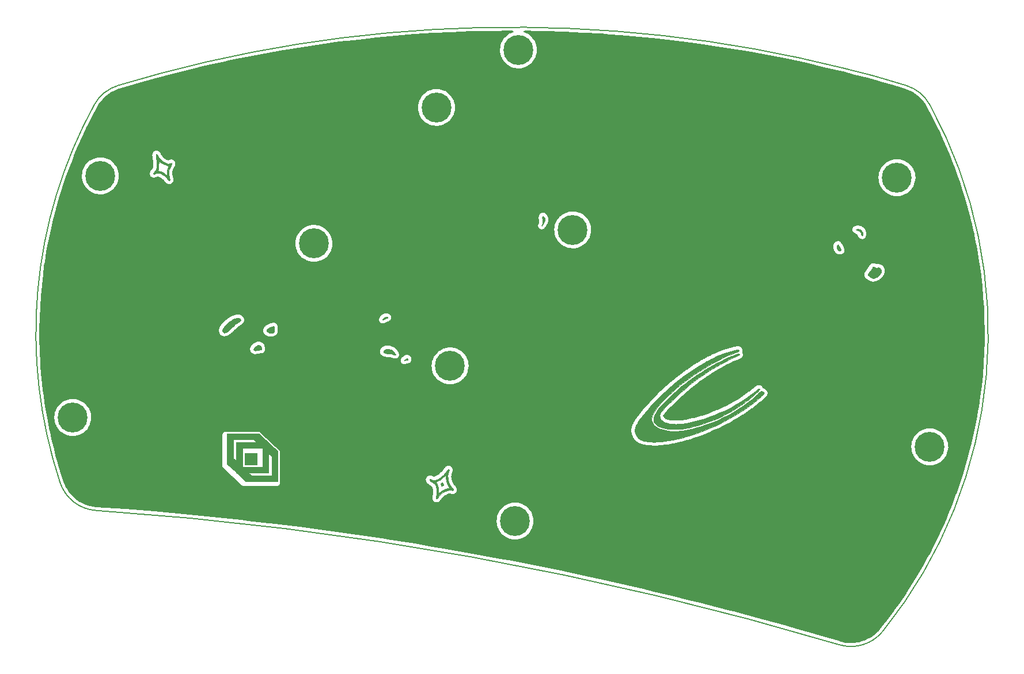
<source format=gtl>
%TF.GenerationSoftware,KiCad,Pcbnew,6.0.4-6f826c9f35~116~ubuntu20.04.1*%
%TF.CreationDate,2022-06-03T00:45:19+02:00*%
%TF.ProjectId,Bottom_Plate,426f7474-6f6d-45f5-906c-6174652e6b69,v0.1*%
%TF.SameCoordinates,Original*%
%TF.FileFunction,Copper,L1,Top*%
%TF.FilePolarity,Positive*%
%FSLAX46Y46*%
G04 Gerber Fmt 4.6, Leading zero omitted, Abs format (unit mm)*
G04 Created by KiCad (PCBNEW 6.0.4-6f826c9f35~116~ubuntu20.04.1) date 2022-06-03 00:45:19*
%MOMM*%
%LPD*%
G01*
G04 APERTURE LIST*
%TA.AperFunction,Profile*%
%ADD10C,0.150000*%
%TD*%
%TA.AperFunction,EtchedComponent*%
%ADD11C,0.010000*%
%TD*%
%TA.AperFunction,ComponentPad*%
%ADD12C,0.700000*%
%TD*%
%TA.AperFunction,ComponentPad*%
%ADD13C,4.400000*%
%TD*%
%ADD14C,0.350000*%
G04 APERTURE END LIST*
D10*
X262416859Y-203252464D02*
G75*
G03*
X153161630Y-183482473I-143107459J-479082636D01*
G01*
X272205916Y-120898534D02*
G75*
G03*
X271985972Y-120832154I-59168016J-195650166D01*
G01*
X271985971Y-120832156D02*
G75*
G03*
X263040530Y-118362828I-35767871J-112135844D01*
G01*
X147873349Y-179386338D02*
G75*
G03*
X153161630Y-183482474I5694551J1890138D01*
G01*
X275733963Y-123764126D02*
G75*
G03*
X272205916Y-120898534I-5264963J-2877474D01*
G01*
X156412826Y-120898532D02*
G75*
G03*
X152884756Y-123764114I1736874J-5743068D01*
G01*
X262416840Y-203252522D02*
G75*
G03*
X268805219Y-201269252I1717260J5749022D01*
G01*
X152884756Y-123764112D02*
G75*
G03*
X147873339Y-179386340I61424614J-33571068D01*
G01*
X268805218Y-201269250D02*
G75*
G03*
X275733987Y-123764114I-54495848J43934070D01*
G01*
X263040530Y-118362829D02*
G75*
G03*
X156412828Y-120898534I-48731160J-193972341D01*
G01*
%TO.C,Ref\u002A\u002A*%
G36*
X162015086Y-133117420D02*
G01*
X162023738Y-133088332D01*
X162040061Y-133028332D01*
X162052186Y-132971698D01*
X162060701Y-132910751D01*
X162066193Y-132837814D01*
X162069252Y-132745209D01*
X162070465Y-132625259D01*
X162070443Y-132478750D01*
X162069529Y-132321811D01*
X162067177Y-132197627D01*
X162062612Y-132096623D01*
X162055058Y-132009226D01*
X162043740Y-131925861D01*
X162027883Y-131836954D01*
X162012173Y-131759083D01*
X161972095Y-131545475D01*
X161947519Y-131366069D01*
X161938434Y-131221841D01*
X161944829Y-131113766D01*
X161966693Y-131042820D01*
X162004016Y-131009979D01*
X162020378Y-131007666D01*
X162068339Y-131026523D01*
X162124386Y-131078700D01*
X162182492Y-131157604D01*
X162223573Y-131229916D01*
X162342309Y-131436306D01*
X162480399Y-131629740D01*
X162634126Y-131807885D01*
X162799771Y-131968407D01*
X162973615Y-132108971D01*
X163151942Y-132227244D01*
X163331033Y-132320890D01*
X163507170Y-132387576D01*
X163676635Y-132424968D01*
X163835709Y-132430730D01*
X163980676Y-132402530D01*
X164047115Y-132374758D01*
X164148179Y-132335148D01*
X164225347Y-132328091D01*
X164276994Y-132350137D01*
X164301497Y-132397838D01*
X164297231Y-132467746D01*
X164262572Y-132556410D01*
X164195896Y-132660384D01*
X164187063Y-132671931D01*
X164073965Y-132843377D01*
X163984539Y-133037607D01*
X163917200Y-133259173D01*
X163870363Y-133512629D01*
X163857650Y-133617879D01*
X163847034Y-133856266D01*
X163862974Y-134098380D01*
X163904051Y-134327674D01*
X163925027Y-134404916D01*
X163964649Y-134537128D01*
X163993325Y-134635145D01*
X164012219Y-134705335D01*
X164022498Y-134754066D01*
X164025326Y-134787708D01*
X164021869Y-134812629D01*
X164013293Y-134835197D01*
X164006426Y-134849730D01*
X163962199Y-134902515D01*
X163903287Y-134918842D01*
X163839641Y-134896680D01*
X163826101Y-134886529D01*
X163791543Y-134850906D01*
X163743352Y-134792737D01*
X163691786Y-134724424D01*
X163690343Y-134722416D01*
X163531876Y-134528499D01*
X163346374Y-134347371D01*
X163141222Y-134184107D01*
X162923802Y-134043782D01*
X162701498Y-133931468D01*
X162481694Y-133852240D01*
X162391843Y-133830040D01*
X162257136Y-133810379D01*
X162134910Y-133814142D01*
X162009623Y-133843105D01*
X161893558Y-133886965D01*
X161805874Y-133919216D01*
X161721557Y-133941744D01*
X161659994Y-133949833D01*
X161605023Y-133947095D01*
X161580398Y-133933868D01*
X161574234Y-133902633D01*
X161574167Y-133895525D01*
X161579940Y-133845784D01*
X161600546Y-133795239D01*
X161640912Y-133735694D01*
X161705967Y-133658952D01*
X161736771Y-133625112D01*
X161851236Y-133479336D01*
X161855123Y-133472247D01*
X162235613Y-133472247D01*
X162260251Y-133483655D01*
X162276334Y-133484166D01*
X162379311Y-133497111D01*
X162507535Y-133533495D01*
X162653739Y-133589646D01*
X162810660Y-133661891D01*
X162971033Y-133746556D01*
X163127592Y-133839969D01*
X163273072Y-133938455D01*
X163400208Y-134038342D01*
X163436834Y-134070925D01*
X163553250Y-134178288D01*
X163566226Y-133847102D01*
X163579200Y-133635064D01*
X163600192Y-133443697D01*
X163625061Y-133297851D01*
X163652123Y-133182318D01*
X163685345Y-133059482D01*
X163719115Y-132949564D01*
X163732176Y-132911940D01*
X163793432Y-132744094D01*
X163715674Y-132723636D01*
X163654472Y-132707913D01*
X163570975Y-132686937D01*
X163489750Y-132666845D01*
X163221483Y-132582330D01*
X162976693Y-132464884D01*
X162748374Y-132310952D01*
X162681302Y-132256500D01*
X162584199Y-132174620D01*
X162514347Y-132116562D01*
X162466634Y-132078861D01*
X162435943Y-132058052D01*
X162417163Y-132050669D01*
X162405178Y-132053249D01*
X162394875Y-132062325D01*
X162394816Y-132062384D01*
X162385141Y-132093379D01*
X162376129Y-132165790D01*
X162367850Y-132278704D01*
X162360373Y-132431209D01*
X162355081Y-132579050D01*
X162348803Y-132755938D01*
X162341542Y-132898957D01*
X162332165Y-133016573D01*
X162319538Y-133117251D01*
X162302527Y-133209455D01*
X162279999Y-133301650D01*
X162250820Y-133402301D01*
X162240248Y-133436541D01*
X162235613Y-133472247D01*
X161855123Y-133472247D01*
X161942330Y-133313243D01*
X162015086Y-133117420D01*
G37*
D11*
X162015086Y-133117420D02*
X162023738Y-133088332D01*
X162040061Y-133028332D01*
X162052186Y-132971698D01*
X162060701Y-132910751D01*
X162066193Y-132837814D01*
X162069252Y-132745209D01*
X162070465Y-132625259D01*
X162070443Y-132478750D01*
X162069529Y-132321811D01*
X162067177Y-132197627D01*
X162062612Y-132096623D01*
X162055058Y-132009226D01*
X162043740Y-131925861D01*
X162027883Y-131836954D01*
X162012173Y-131759083D01*
X161972095Y-131545475D01*
X161947519Y-131366069D01*
X161938434Y-131221841D01*
X161944829Y-131113766D01*
X161966693Y-131042820D01*
X162004016Y-131009979D01*
X162020378Y-131007666D01*
X162068339Y-131026523D01*
X162124386Y-131078700D01*
X162182492Y-131157604D01*
X162223573Y-131229916D01*
X162342309Y-131436306D01*
X162480399Y-131629740D01*
X162634126Y-131807885D01*
X162799771Y-131968407D01*
X162973615Y-132108971D01*
X163151942Y-132227244D01*
X163331033Y-132320890D01*
X163507170Y-132387576D01*
X163676635Y-132424968D01*
X163835709Y-132430730D01*
X163980676Y-132402530D01*
X164047115Y-132374758D01*
X164148179Y-132335148D01*
X164225347Y-132328091D01*
X164276994Y-132350137D01*
X164301497Y-132397838D01*
X164297231Y-132467746D01*
X164262572Y-132556410D01*
X164195896Y-132660384D01*
X164187063Y-132671931D01*
X164073965Y-132843377D01*
X163984539Y-133037607D01*
X163917200Y-133259173D01*
X163870363Y-133512629D01*
X163857650Y-133617879D01*
X163847034Y-133856266D01*
X163862974Y-134098380D01*
X163904051Y-134327674D01*
X163925027Y-134404916D01*
X163964649Y-134537128D01*
X163993325Y-134635145D01*
X164012219Y-134705335D01*
X164022498Y-134754066D01*
X164025326Y-134787708D01*
X164021869Y-134812629D01*
X164013293Y-134835197D01*
X164006426Y-134849730D01*
X163962199Y-134902515D01*
X163903287Y-134918842D01*
X163839641Y-134896680D01*
X163826101Y-134886529D01*
X163791543Y-134850906D01*
X163743352Y-134792737D01*
X163691786Y-134724424D01*
X163690343Y-134722416D01*
X163531876Y-134528499D01*
X163346374Y-134347371D01*
X163141222Y-134184107D01*
X162923802Y-134043782D01*
X162701498Y-133931468D01*
X162481694Y-133852240D01*
X162391843Y-133830040D01*
X162257136Y-133810379D01*
X162134910Y-133814142D01*
X162009623Y-133843105D01*
X161893558Y-133886965D01*
X161805874Y-133919216D01*
X161721557Y-133941744D01*
X161659994Y-133949833D01*
X161605023Y-133947095D01*
X161580398Y-133933868D01*
X161574234Y-133902633D01*
X161574167Y-133895525D01*
X161579940Y-133845784D01*
X161600546Y-133795239D01*
X161640912Y-133735694D01*
X161705967Y-133658952D01*
X161736771Y-133625112D01*
X161851236Y-133479336D01*
X161855123Y-133472247D01*
X162235613Y-133472247D01*
X162260251Y-133483655D01*
X162276334Y-133484166D01*
X162379311Y-133497111D01*
X162507535Y-133533495D01*
X162653739Y-133589646D01*
X162810660Y-133661891D01*
X162971033Y-133746556D01*
X163127592Y-133839969D01*
X163273072Y-133938455D01*
X163400208Y-134038342D01*
X163436834Y-134070925D01*
X163553250Y-134178288D01*
X163566226Y-133847102D01*
X163579200Y-133635064D01*
X163600192Y-133443697D01*
X163625061Y-133297851D01*
X163652123Y-133182318D01*
X163685345Y-133059482D01*
X163719115Y-132949564D01*
X163732176Y-132911940D01*
X163793432Y-132744094D01*
X163715674Y-132723636D01*
X163654472Y-132707913D01*
X163570975Y-132686937D01*
X163489750Y-132666845D01*
X163221483Y-132582330D01*
X162976693Y-132464884D01*
X162748374Y-132310952D01*
X162681302Y-132256500D01*
X162584199Y-132174620D01*
X162514347Y-132116562D01*
X162466634Y-132078861D01*
X162435943Y-132058052D01*
X162417163Y-132050669D01*
X162405178Y-132053249D01*
X162394875Y-132062325D01*
X162394816Y-132062384D01*
X162385141Y-132093379D01*
X162376129Y-132165790D01*
X162367850Y-132278704D01*
X162360373Y-132431209D01*
X162355081Y-132579050D01*
X162348803Y-132755938D01*
X162341542Y-132898957D01*
X162332165Y-133016573D01*
X162319538Y-133117251D01*
X162302527Y-133209455D01*
X162279999Y-133301650D01*
X162250820Y-133402301D01*
X162240248Y-133436541D01*
X162235613Y-133472247D01*
X161855123Y-133472247D01*
X161942330Y-133313243D01*
X162015086Y-133117420D01*
G36*
X196140739Y-159722158D02*
G01*
X196232034Y-159729129D01*
X196309492Y-159743032D01*
X196387301Y-159765734D01*
X196400231Y-159770135D01*
X196538232Y-159830249D01*
X196682715Y-159914353D01*
X196818791Y-160012536D01*
X196931571Y-160114886D01*
X196952425Y-160137718D01*
X197009273Y-160210757D01*
X197064784Y-160295812D01*
X197113732Y-160383061D01*
X197150893Y-160462686D01*
X197171042Y-160524866D01*
X197172524Y-160551371D01*
X197151785Y-160581730D01*
X197103517Y-160591109D01*
X197025486Y-160579208D01*
X196915460Y-160545729D01*
X196797748Y-160501142D01*
X196708626Y-160465703D01*
X196637989Y-160439807D01*
X196575865Y-160421519D01*
X196512285Y-160408903D01*
X196437277Y-160400025D01*
X196340869Y-160392950D01*
X196213092Y-160385744D01*
X196199180Y-160384994D01*
X196006257Y-160372341D01*
X195850304Y-160356464D01*
X195726003Y-160336027D01*
X195628033Y-160309697D01*
X195551074Y-160276139D01*
X195489807Y-160234019D01*
X195452475Y-160197699D01*
X195414932Y-160128409D01*
X195414593Y-160050172D01*
X195448781Y-159968238D01*
X195514815Y-159887856D01*
X195610020Y-159814276D01*
X195663667Y-159783750D01*
X195721443Y-159755553D01*
X195771179Y-159737207D01*
X195824698Y-159726613D01*
X195893821Y-159721672D01*
X195990372Y-159720286D01*
X196021420Y-159720250D01*
X196140739Y-159722158D01*
G37*
X196140739Y-159722158D02*
X196232034Y-159729129D01*
X196309492Y-159743032D01*
X196387301Y-159765734D01*
X196400231Y-159770135D01*
X196538232Y-159830249D01*
X196682715Y-159914353D01*
X196818791Y-160012536D01*
X196931571Y-160114886D01*
X196952425Y-160137718D01*
X197009273Y-160210757D01*
X197064784Y-160295812D01*
X197113732Y-160383061D01*
X197150893Y-160462686D01*
X197171042Y-160524866D01*
X197172524Y-160551371D01*
X197151785Y-160581730D01*
X197103517Y-160591109D01*
X197025486Y-160579208D01*
X196915460Y-160545729D01*
X196797748Y-160501142D01*
X196708626Y-160465703D01*
X196637989Y-160439807D01*
X196575865Y-160421519D01*
X196512285Y-160408903D01*
X196437277Y-160400025D01*
X196340869Y-160392950D01*
X196213092Y-160385744D01*
X196199180Y-160384994D01*
X196006257Y-160372341D01*
X195850304Y-160356464D01*
X195726003Y-160336027D01*
X195628033Y-160309697D01*
X195551074Y-160276139D01*
X195489807Y-160234019D01*
X195452475Y-160197699D01*
X195414932Y-160128409D01*
X195414593Y-160050172D01*
X195448781Y-159968238D01*
X195514815Y-159887856D01*
X195610020Y-159814276D01*
X195663667Y-159783750D01*
X195721443Y-159755553D01*
X195771179Y-159737207D01*
X195824698Y-159726613D01*
X195893821Y-159721672D01*
X195990372Y-159720286D01*
X196021420Y-159720250D01*
X196140739Y-159722158D01*
G36*
X247606189Y-159827119D02*
G01*
X247633690Y-159850534D01*
X247643156Y-159891392D01*
X247641882Y-159934796D01*
X247627893Y-159998960D01*
X247602070Y-160049881D01*
X247597422Y-160055163D01*
X247566801Y-160073474D01*
X247502585Y-160102896D01*
X247411213Y-160140791D01*
X247299130Y-160184520D01*
X247172775Y-160231446D01*
X247125030Y-160248615D01*
X246550748Y-160462714D01*
X245993081Y-160690316D01*
X245440835Y-160936384D01*
X244882813Y-161205880D01*
X244378475Y-161466153D01*
X243689377Y-161843507D01*
X243000159Y-162244012D01*
X242314310Y-162665057D01*
X241635321Y-163104033D01*
X240966684Y-163558332D01*
X240311888Y-164025344D01*
X239674426Y-164502461D01*
X239057787Y-164987072D01*
X238465463Y-165476570D01*
X237900944Y-165968344D01*
X237367722Y-166459785D01*
X236869286Y-166948285D01*
X236434408Y-167403750D01*
X236188904Y-167677515D01*
X235957153Y-167950692D01*
X235741267Y-168220191D01*
X235543361Y-168482923D01*
X235365547Y-168735802D01*
X235209937Y-168975739D01*
X235078646Y-169199644D01*
X234973786Y-169404431D01*
X234897469Y-169587011D01*
X234861462Y-169702672D01*
X234822374Y-169932505D01*
X234823848Y-170154376D01*
X234864677Y-170367211D01*
X234943656Y-170569939D01*
X235059576Y-170761487D01*
X235211232Y-170940784D01*
X235397416Y-171106757D01*
X235616923Y-171258334D01*
X235868546Y-171394443D01*
X236151077Y-171514012D01*
X236463311Y-171615969D01*
X236804040Y-171699241D01*
X237172059Y-171762757D01*
X237181500Y-171764069D01*
X237336958Y-171781240D01*
X237524063Y-171794981D01*
X237732248Y-171805048D01*
X237950946Y-171811198D01*
X238169592Y-171813188D01*
X238377619Y-171810775D01*
X238564460Y-171803717D01*
X238652584Y-171797907D01*
X239001798Y-171763221D01*
X239382544Y-171712227D01*
X239787899Y-171646319D01*
X240210941Y-171566895D01*
X240644747Y-171475351D01*
X241082395Y-171373081D01*
X241516963Y-171261483D01*
X241941529Y-171141953D01*
X242018084Y-171119184D01*
X242857539Y-170848602D01*
X243687935Y-170543759D01*
X244505913Y-170206401D01*
X245308113Y-169838272D01*
X246091175Y-169441120D01*
X246851740Y-169016690D01*
X247586446Y-168566727D01*
X248291936Y-168092977D01*
X248964849Y-167597187D01*
X249287604Y-167341924D01*
X249532501Y-167138264D01*
X249795431Y-166909932D01*
X250067454Y-166664885D01*
X250339632Y-166411079D01*
X250426010Y-166328631D01*
X250565030Y-166196008D01*
X250678468Y-166091281D01*
X250770823Y-166012559D01*
X250846591Y-165957950D01*
X250910271Y-165925563D01*
X250966362Y-165913506D01*
X251019361Y-165919888D01*
X251073766Y-165942818D01*
X251134076Y-165980404D01*
X251178911Y-166012041D01*
X251267314Y-166080451D01*
X251321783Y-166135747D01*
X251346338Y-166183568D01*
X251344998Y-166229548D01*
X251341569Y-166240136D01*
X251319934Y-166271216D01*
X251271017Y-166326259D01*
X251199159Y-166401082D01*
X251108698Y-166491499D01*
X251003973Y-166593326D01*
X250889323Y-166702378D01*
X250769085Y-166814470D01*
X250647600Y-166925418D01*
X250529205Y-167031037D01*
X250450548Y-167099510D01*
X249877234Y-167572812D01*
X249264640Y-168040753D01*
X248615661Y-168501638D01*
X247933192Y-168953774D01*
X247220126Y-169395467D01*
X246479359Y-169825023D01*
X245713784Y-170240748D01*
X244926297Y-170640948D01*
X244119792Y-171023930D01*
X243297164Y-171387999D01*
X242695417Y-171637910D01*
X241980856Y-171916998D01*
X241275496Y-172173443D01*
X240581247Y-172406832D01*
X239900016Y-172616748D01*
X239233711Y-172802778D01*
X238584242Y-172964506D01*
X237953515Y-173101518D01*
X237343439Y-173213399D01*
X236755922Y-173299734D01*
X236192872Y-173360109D01*
X235656199Y-173394109D01*
X235147809Y-173401318D01*
X234673250Y-173381588D01*
X234424026Y-173358663D01*
X234176614Y-173326722D01*
X233937688Y-173287141D01*
X233713919Y-173241298D01*
X233511979Y-173190570D01*
X233338540Y-173136334D01*
X233200275Y-173079967D01*
X233191815Y-173075843D01*
X233000997Y-172958279D01*
X232830485Y-172804082D01*
X232680033Y-172612970D01*
X232549395Y-172384661D01*
X232504644Y-172287511D01*
X232444362Y-172133735D01*
X232399739Y-171983473D01*
X232371748Y-171834445D01*
X232361361Y-171684370D01*
X232369551Y-171530970D01*
X232397291Y-171371964D01*
X232445553Y-171205073D01*
X232515309Y-171028016D01*
X232607533Y-170838515D01*
X232723196Y-170634289D01*
X232863271Y-170413058D01*
X233028732Y-170172544D01*
X233220549Y-169910465D01*
X233439697Y-169624543D01*
X233687147Y-169312497D01*
X233870217Y-169086500D01*
X234374538Y-168488155D01*
X234915207Y-167884273D01*
X235487500Y-167279580D01*
X236086697Y-166678802D01*
X236708073Y-166086663D01*
X237346907Y-165507891D01*
X237998476Y-164947210D01*
X238049334Y-164904677D01*
X238784374Y-164308394D01*
X239533015Y-163734616D01*
X240290374Y-163186739D01*
X241051568Y-162668162D01*
X241811716Y-162182282D01*
X242565935Y-161732498D01*
X242790667Y-161604911D01*
X242956394Y-161514103D01*
X243150321Y-161411457D01*
X243364699Y-161300803D01*
X243591779Y-161185974D01*
X243823810Y-161070801D01*
X244053044Y-160959117D01*
X244271731Y-160854752D01*
X244472121Y-160761539D01*
X244646466Y-160683309D01*
X244710499Y-160655655D01*
X245318251Y-160411776D01*
X245906834Y-160205455D01*
X246476475Y-160036625D01*
X247027402Y-159905213D01*
X247357706Y-159842834D01*
X247473974Y-159825138D01*
X247554876Y-159819277D01*
X247606189Y-159827119D01*
G37*
X247606189Y-159827119D02*
X247633690Y-159850534D01*
X247643156Y-159891392D01*
X247641882Y-159934796D01*
X247627893Y-159998960D01*
X247602070Y-160049881D01*
X247597422Y-160055163D01*
X247566801Y-160073474D01*
X247502585Y-160102896D01*
X247411213Y-160140791D01*
X247299130Y-160184520D01*
X247172775Y-160231446D01*
X247125030Y-160248615D01*
X246550748Y-160462714D01*
X245993081Y-160690316D01*
X245440835Y-160936384D01*
X244882813Y-161205880D01*
X244378475Y-161466153D01*
X243689377Y-161843507D01*
X243000159Y-162244012D01*
X242314310Y-162665057D01*
X241635321Y-163104033D01*
X240966684Y-163558332D01*
X240311888Y-164025344D01*
X239674426Y-164502461D01*
X239057787Y-164987072D01*
X238465463Y-165476570D01*
X237900944Y-165968344D01*
X237367722Y-166459785D01*
X236869286Y-166948285D01*
X236434408Y-167403750D01*
X236188904Y-167677515D01*
X235957153Y-167950692D01*
X235741267Y-168220191D01*
X235543361Y-168482923D01*
X235365547Y-168735802D01*
X235209937Y-168975739D01*
X235078646Y-169199644D01*
X234973786Y-169404431D01*
X234897469Y-169587011D01*
X234861462Y-169702672D01*
X234822374Y-169932505D01*
X234823848Y-170154376D01*
X234864677Y-170367211D01*
X234943656Y-170569939D01*
X235059576Y-170761487D01*
X235211232Y-170940784D01*
X235397416Y-171106757D01*
X235616923Y-171258334D01*
X235868546Y-171394443D01*
X236151077Y-171514012D01*
X236463311Y-171615969D01*
X236804040Y-171699241D01*
X237172059Y-171762757D01*
X237181500Y-171764069D01*
X237336958Y-171781240D01*
X237524063Y-171794981D01*
X237732248Y-171805048D01*
X237950946Y-171811198D01*
X238169592Y-171813188D01*
X238377619Y-171810775D01*
X238564460Y-171803717D01*
X238652584Y-171797907D01*
X239001798Y-171763221D01*
X239382544Y-171712227D01*
X239787899Y-171646319D01*
X240210941Y-171566895D01*
X240644747Y-171475351D01*
X241082395Y-171373081D01*
X241516963Y-171261483D01*
X241941529Y-171141953D01*
X242018084Y-171119184D01*
X242857539Y-170848602D01*
X243687935Y-170543759D01*
X244505913Y-170206401D01*
X245308113Y-169838272D01*
X246091175Y-169441120D01*
X246851740Y-169016690D01*
X247586446Y-168566727D01*
X248291936Y-168092977D01*
X248964849Y-167597187D01*
X249287604Y-167341924D01*
X249532501Y-167138264D01*
X249795431Y-166909932D01*
X250067454Y-166664885D01*
X250339632Y-166411079D01*
X250426010Y-166328631D01*
X250565030Y-166196008D01*
X250678468Y-166091281D01*
X250770823Y-166012559D01*
X250846591Y-165957950D01*
X250910271Y-165925563D01*
X250966362Y-165913506D01*
X251019361Y-165919888D01*
X251073766Y-165942818D01*
X251134076Y-165980404D01*
X251178911Y-166012041D01*
X251267314Y-166080451D01*
X251321783Y-166135747D01*
X251346338Y-166183568D01*
X251344998Y-166229548D01*
X251341569Y-166240136D01*
X251319934Y-166271216D01*
X251271017Y-166326259D01*
X251199159Y-166401082D01*
X251108698Y-166491499D01*
X251003973Y-166593326D01*
X250889323Y-166702378D01*
X250769085Y-166814470D01*
X250647600Y-166925418D01*
X250529205Y-167031037D01*
X250450548Y-167099510D01*
X249877234Y-167572812D01*
X249264640Y-168040753D01*
X248615661Y-168501638D01*
X247933192Y-168953774D01*
X247220126Y-169395467D01*
X246479359Y-169825023D01*
X245713784Y-170240748D01*
X244926297Y-170640948D01*
X244119792Y-171023930D01*
X243297164Y-171387999D01*
X242695417Y-171637910D01*
X241980856Y-171916998D01*
X241275496Y-172173443D01*
X240581247Y-172406832D01*
X239900016Y-172616748D01*
X239233711Y-172802778D01*
X238584242Y-172964506D01*
X237953515Y-173101518D01*
X237343439Y-173213399D01*
X236755922Y-173299734D01*
X236192872Y-173360109D01*
X235656199Y-173394109D01*
X235147809Y-173401318D01*
X234673250Y-173381588D01*
X234424026Y-173358663D01*
X234176614Y-173326722D01*
X233937688Y-173287141D01*
X233713919Y-173241298D01*
X233511979Y-173190570D01*
X233338540Y-173136334D01*
X233200275Y-173079967D01*
X233191815Y-173075843D01*
X233000997Y-172958279D01*
X232830485Y-172804082D01*
X232680033Y-172612970D01*
X232549395Y-172384661D01*
X232504644Y-172287511D01*
X232444362Y-172133735D01*
X232399739Y-171983473D01*
X232371748Y-171834445D01*
X232361361Y-171684370D01*
X232369551Y-171530970D01*
X232397291Y-171371964D01*
X232445553Y-171205073D01*
X232515309Y-171028016D01*
X232607533Y-170838515D01*
X232723196Y-170634289D01*
X232863271Y-170413058D01*
X233028732Y-170172544D01*
X233220549Y-169910465D01*
X233439697Y-169624543D01*
X233687147Y-169312497D01*
X233870217Y-169086500D01*
X234374538Y-168488155D01*
X234915207Y-167884273D01*
X235487500Y-167279580D01*
X236086697Y-166678802D01*
X236708073Y-166086663D01*
X237346907Y-165507891D01*
X237998476Y-164947210D01*
X238049334Y-164904677D01*
X238784374Y-164308394D01*
X239533015Y-163734616D01*
X240290374Y-163186739D01*
X241051568Y-162668162D01*
X241811716Y-162182282D01*
X242565935Y-161732498D01*
X242790667Y-161604911D01*
X242956394Y-161514103D01*
X243150321Y-161411457D01*
X243364699Y-161300803D01*
X243591779Y-161185974D01*
X243823810Y-161070801D01*
X244053044Y-160959117D01*
X244271731Y-160854752D01*
X244472121Y-160761539D01*
X244646466Y-160683309D01*
X244710499Y-160655655D01*
X245318251Y-160411776D01*
X245906834Y-160205455D01*
X246476475Y-160036625D01*
X247027402Y-159905213D01*
X247357706Y-159842834D01*
X247473974Y-159825138D01*
X247554876Y-159819277D01*
X247606189Y-159827119D01*
G36*
X218892585Y-140169220D02*
G01*
X218944890Y-140215479D01*
X218999756Y-140280842D01*
X219049453Y-140355707D01*
X219086252Y-140430473D01*
X219094682Y-140454933D01*
X219120981Y-140575511D01*
X219125149Y-140693401D01*
X219105506Y-140814661D01*
X219060373Y-140945345D01*
X218988071Y-141091510D01*
X218886921Y-141259212D01*
X218860393Y-141299958D01*
X218787417Y-141410006D01*
X218734188Y-141487938D01*
X218697804Y-141537399D01*
X218675359Y-141562034D01*
X218663950Y-141565490D01*
X218660670Y-141551411D01*
X218660667Y-141550639D01*
X218668812Y-141523116D01*
X218690284Y-141468425D01*
X218720634Y-141397821D01*
X218724268Y-141389690D01*
X218759261Y-141307151D01*
X218783233Y-141234992D01*
X218797055Y-141163635D01*
X218801598Y-141083502D01*
X218797734Y-140985016D01*
X218786334Y-140858598D01*
X218778888Y-140789231D01*
X218766502Y-140668395D01*
X218756179Y-140551510D01*
X218748853Y-140450386D01*
X218745460Y-140376832D01*
X218745334Y-140365316D01*
X218754953Y-140265361D01*
X218782241Y-140194142D01*
X218824837Y-140156448D01*
X218850568Y-140151666D01*
X218892585Y-140169220D01*
G37*
X218892585Y-140169220D02*
X218944890Y-140215479D01*
X218999756Y-140280842D01*
X219049453Y-140355707D01*
X219086252Y-140430473D01*
X219094682Y-140454933D01*
X219120981Y-140575511D01*
X219125149Y-140693401D01*
X219105506Y-140814661D01*
X219060373Y-140945345D01*
X218988071Y-141091510D01*
X218886921Y-141259212D01*
X218860393Y-141299958D01*
X218787417Y-141410006D01*
X218734188Y-141487938D01*
X218697804Y-141537399D01*
X218675359Y-141562034D01*
X218663950Y-141565490D01*
X218660670Y-141551411D01*
X218660667Y-141550639D01*
X218668812Y-141523116D01*
X218690284Y-141468425D01*
X218720634Y-141397821D01*
X218724268Y-141389690D01*
X218759261Y-141307151D01*
X218783233Y-141234992D01*
X218797055Y-141163635D01*
X218801598Y-141083502D01*
X218797734Y-140985016D01*
X218786334Y-140858598D01*
X218778888Y-140789231D01*
X218766502Y-140668395D01*
X218756179Y-140551510D01*
X218748853Y-140450386D01*
X218745460Y-140376832D01*
X218745334Y-140365316D01*
X218754953Y-140265361D01*
X218782241Y-140194142D01*
X218824837Y-140156448D01*
X218850568Y-140151666D01*
X218892585Y-140169220D01*
G36*
X195917038Y-154977291D02*
G01*
X195977252Y-155005526D01*
X196009108Y-155053239D01*
X196012334Y-155078533D01*
X196003035Y-155112251D01*
X195970525Y-155140261D01*
X195907879Y-155167004D01*
X195843000Y-155187174D01*
X195771987Y-155211584D01*
X195678633Y-155249147D01*
X195578197Y-155293560D01*
X195529346Y-155316729D01*
X195423129Y-155367073D01*
X195349486Y-155397857D01*
X195303919Y-155409966D01*
X195281934Y-155404285D01*
X195279033Y-155381698D01*
X195283071Y-155365208D01*
X195340418Y-155248437D01*
X195437567Y-155143800D01*
X195573467Y-155052318D01*
X195636839Y-155020384D01*
X195739773Y-154983627D01*
X195835526Y-154969627D01*
X195917038Y-154977291D01*
G37*
X195917038Y-154977291D02*
X195977252Y-155005526D01*
X196009108Y-155053239D01*
X196012334Y-155078533D01*
X196003035Y-155112251D01*
X195970525Y-155140261D01*
X195907879Y-155167004D01*
X195843000Y-155187174D01*
X195771987Y-155211584D01*
X195678633Y-155249147D01*
X195578197Y-155293560D01*
X195529346Y-155316729D01*
X195423129Y-155367073D01*
X195349486Y-155397857D01*
X195303919Y-155409966D01*
X195281934Y-155404285D01*
X195279033Y-155381698D01*
X195283071Y-155365208D01*
X195340418Y-155248437D01*
X195437567Y-155143800D01*
X195573467Y-155052318D01*
X195636839Y-155020384D01*
X195739773Y-154983627D01*
X195835526Y-154969627D01*
X195917038Y-154977291D01*
G36*
X267470181Y-147620975D02*
G01*
X267562951Y-147642415D01*
X267661543Y-147683638D01*
X267665000Y-147685438D01*
X267733903Y-147720024D01*
X267789213Y-147741140D01*
X267843950Y-147750691D01*
X267911135Y-147750580D01*
X268003789Y-147742712D01*
X268034771Y-147739514D01*
X268162751Y-147731724D01*
X268261359Y-147740528D01*
X268341097Y-147768293D01*
X268412463Y-147817386D01*
X268423526Y-147827125D01*
X268504477Y-147921373D01*
X268552184Y-148030938D01*
X268569035Y-148162663D01*
X268566745Y-148237452D01*
X268545110Y-148376110D01*
X268498443Y-148505901D01*
X268422878Y-148633966D01*
X268314548Y-148767443D01*
X268234552Y-148850778D01*
X268045861Y-149017253D01*
X267856539Y-149142558D01*
X267667236Y-149226367D01*
X267478601Y-149268358D01*
X267386334Y-149273570D01*
X267295396Y-149269335D01*
X267223129Y-149252495D01*
X267146417Y-149217230D01*
X267132492Y-149209658D01*
X267060296Y-149166526D01*
X266995668Y-149122281D01*
X266963159Y-149095895D01*
X266916924Y-149058159D01*
X266850166Y-149010087D01*
X266788978Y-148969588D01*
X266707927Y-148913766D01*
X266658296Y-148864610D01*
X266632908Y-148811399D01*
X266624588Y-148743407D01*
X266624334Y-148723576D01*
X266628721Y-148664065D01*
X266645358Y-148634166D01*
X266666925Y-148624398D01*
X266697911Y-148600489D01*
X266743072Y-148544357D01*
X266797976Y-148461801D01*
X266823860Y-148418974D01*
X266885125Y-148317919D01*
X266946099Y-148224843D01*
X267013656Y-148130166D01*
X267094667Y-148024308D01*
X267196006Y-147897691D01*
X267211652Y-147878443D01*
X267264177Y-147807675D01*
X267288644Y-147756817D01*
X267289667Y-147720641D01*
X267292976Y-147669152D01*
X267328576Y-147634964D01*
X267389851Y-147618698D01*
X267470181Y-147620975D01*
G37*
X267470181Y-147620975D02*
X267562951Y-147642415D01*
X267661543Y-147683638D01*
X267665000Y-147685438D01*
X267733903Y-147720024D01*
X267789213Y-147741140D01*
X267843950Y-147750691D01*
X267911135Y-147750580D01*
X268003789Y-147742712D01*
X268034771Y-147739514D01*
X268162751Y-147731724D01*
X268261359Y-147740528D01*
X268341097Y-147768293D01*
X268412463Y-147817386D01*
X268423526Y-147827125D01*
X268504477Y-147921373D01*
X268552184Y-148030938D01*
X268569035Y-148162663D01*
X268566745Y-148237452D01*
X268545110Y-148376110D01*
X268498443Y-148505901D01*
X268422878Y-148633966D01*
X268314548Y-148767443D01*
X268234552Y-148850778D01*
X268045861Y-149017253D01*
X267856539Y-149142558D01*
X267667236Y-149226367D01*
X267478601Y-149268358D01*
X267386334Y-149273570D01*
X267295396Y-149269335D01*
X267223129Y-149252495D01*
X267146417Y-149217230D01*
X267132492Y-149209658D01*
X267060296Y-149166526D01*
X266995668Y-149122281D01*
X266963159Y-149095895D01*
X266916924Y-149058159D01*
X266850166Y-149010087D01*
X266788978Y-148969588D01*
X266707927Y-148913766D01*
X266658296Y-148864610D01*
X266632908Y-148811399D01*
X266624588Y-148743407D01*
X266624334Y-148723576D01*
X266628721Y-148664065D01*
X266645358Y-148634166D01*
X266666925Y-148624398D01*
X266697911Y-148600489D01*
X266743072Y-148544357D01*
X266797976Y-148461801D01*
X266823860Y-148418974D01*
X266885125Y-148317919D01*
X266946099Y-148224843D01*
X267013656Y-148130166D01*
X267094667Y-148024308D01*
X267196006Y-147897691D01*
X267211652Y-147878443D01*
X267264177Y-147807675D01*
X267288644Y-147756817D01*
X267289667Y-147720641D01*
X267292976Y-147669152D01*
X267328576Y-147634964D01*
X267389851Y-147618698D01*
X267470181Y-147620975D01*
G36*
X177145215Y-159148493D02*
G01*
X177251927Y-159181142D01*
X177338633Y-159235676D01*
X177383829Y-159288399D01*
X177398938Y-159328539D01*
X177415402Y-159396337D01*
X177431716Y-159481577D01*
X177446375Y-159574046D01*
X177457873Y-159663527D01*
X177464706Y-159739807D01*
X177465369Y-159792671D01*
X177460811Y-159810911D01*
X177436008Y-159817315D01*
X177378434Y-159825237D01*
X177297566Y-159833517D01*
X177232134Y-159838908D01*
X177107893Y-159851402D01*
X176968725Y-159870340D01*
X176839524Y-159892218D01*
X176806545Y-159898806D01*
X176679042Y-159924084D01*
X176584607Y-159938161D01*
X176515344Y-159940514D01*
X176463357Y-159930623D01*
X176420750Y-159907966D01*
X176379628Y-159872023D01*
X176378134Y-159870533D01*
X176331653Y-159817256D01*
X176311296Y-159768992D01*
X176316272Y-159713668D01*
X176345788Y-159639213D01*
X176360920Y-159608103D01*
X176438836Y-159489622D01*
X176546649Y-159378173D01*
X176674372Y-159280707D01*
X176812020Y-159204172D01*
X176949606Y-159155521D01*
X177029946Y-159142451D01*
X177145215Y-159148493D01*
G37*
X177145215Y-159148493D02*
X177251927Y-159181142D01*
X177338633Y-159235676D01*
X177383829Y-159288399D01*
X177398938Y-159328539D01*
X177415402Y-159396337D01*
X177431716Y-159481577D01*
X177446375Y-159574046D01*
X177457873Y-159663527D01*
X177464706Y-159739807D01*
X177465369Y-159792671D01*
X177460811Y-159810911D01*
X177436008Y-159817315D01*
X177378434Y-159825237D01*
X177297566Y-159833517D01*
X177232134Y-159838908D01*
X177107893Y-159851402D01*
X176968725Y-159870340D01*
X176839524Y-159892218D01*
X176806545Y-159898806D01*
X176679042Y-159924084D01*
X176584607Y-159938161D01*
X176515344Y-159940514D01*
X176463357Y-159930623D01*
X176420750Y-159907966D01*
X176379628Y-159872023D01*
X176378134Y-159870533D01*
X176331653Y-159817256D01*
X176311296Y-159768992D01*
X176316272Y-159713668D01*
X176345788Y-159639213D01*
X176360920Y-159608103D01*
X176438836Y-159489622D01*
X176546649Y-159378173D01*
X176674372Y-159280707D01*
X176812020Y-159204172D01*
X176949606Y-159155521D01*
X177029946Y-159142451D01*
X177145215Y-159148493D01*
G36*
X198880359Y-161099912D02*
G01*
X198938328Y-161135784D01*
X198985137Y-161182065D01*
X199007100Y-161227704D01*
X199007417Y-161232869D01*
X199003721Y-161258669D01*
X198987114Y-161277364D01*
X198949317Y-161293232D01*
X198882054Y-161310551D01*
X198838084Y-161320369D01*
X198743626Y-161342721D01*
X198652104Y-161367169D01*
X198581798Y-161388800D01*
X198576131Y-161390801D01*
X198494214Y-161417308D01*
X198448391Y-161424323D01*
X198437095Y-161411687D01*
X198458757Y-161379239D01*
X198459095Y-161378859D01*
X198511903Y-161324897D01*
X198578850Y-161263981D01*
X198651458Y-161202911D01*
X198721247Y-161148484D01*
X198779741Y-161107500D01*
X198818459Y-161086758D01*
X198824913Y-161085500D01*
X198880359Y-161099912D01*
G37*
X198880359Y-161099912D02*
X198938328Y-161135784D01*
X198985137Y-161182065D01*
X199007100Y-161227704D01*
X199007417Y-161232869D01*
X199003721Y-161258669D01*
X198987114Y-161277364D01*
X198949317Y-161293232D01*
X198882054Y-161310551D01*
X198838084Y-161320369D01*
X198743626Y-161342721D01*
X198652104Y-161367169D01*
X198581798Y-161388800D01*
X198576131Y-161390801D01*
X198494214Y-161417308D01*
X198448391Y-161424323D01*
X198437095Y-161411687D01*
X198458757Y-161379239D01*
X198459095Y-161378859D01*
X198511903Y-161324897D01*
X198578850Y-161263981D01*
X198651458Y-161202911D01*
X198721247Y-161148484D01*
X198779741Y-161107500D01*
X198818459Y-161086758D01*
X198824913Y-161085500D01*
X198880359Y-161099912D01*
G36*
X179282349Y-156373635D02*
G01*
X179309314Y-156396926D01*
X179325617Y-156420148D01*
X179342204Y-156451651D01*
X179353447Y-156491917D01*
X179360310Y-156549213D01*
X179363756Y-156631804D01*
X179364748Y-156747955D01*
X179364750Y-156755971D01*
X179363995Y-156873084D01*
X179360929Y-156957176D01*
X179354352Y-157017544D01*
X179343063Y-157063486D01*
X179325861Y-157104298D01*
X179317739Y-157119994D01*
X179234352Y-157234473D01*
X179126018Y-157316717D01*
X178996645Y-157365472D01*
X178850140Y-157379482D01*
X178690407Y-157357491D01*
X178631037Y-157340717D01*
X178486346Y-157282615D01*
X178370426Y-157207782D01*
X178306417Y-157148592D01*
X178264628Y-157095917D01*
X178246288Y-157040967D01*
X178242917Y-156981420D01*
X178259510Y-156882529D01*
X178311103Y-156791314D01*
X178400416Y-156703969D01*
X178482677Y-156645738D01*
X178573202Y-156594101D01*
X178685207Y-156539564D01*
X178808176Y-156486303D01*
X178931593Y-156438495D01*
X179044943Y-156400316D01*
X179137710Y-156375942D01*
X179177450Y-156369818D01*
X179243384Y-156366294D01*
X179282349Y-156373635D01*
G37*
X179282349Y-156373635D02*
X179309314Y-156396926D01*
X179325617Y-156420148D01*
X179342204Y-156451651D01*
X179353447Y-156491917D01*
X179360310Y-156549213D01*
X179363756Y-156631804D01*
X179364748Y-156747955D01*
X179364750Y-156755971D01*
X179363995Y-156873084D01*
X179360929Y-156957176D01*
X179354352Y-157017544D01*
X179343063Y-157063486D01*
X179325861Y-157104298D01*
X179317739Y-157119994D01*
X179234352Y-157234473D01*
X179126018Y-157316717D01*
X178996645Y-157365472D01*
X178850140Y-157379482D01*
X178690407Y-157357491D01*
X178631037Y-157340717D01*
X178486346Y-157282615D01*
X178370426Y-157207782D01*
X178306417Y-157148592D01*
X178264628Y-157095917D01*
X178246288Y-157040967D01*
X178242917Y-156981420D01*
X178259510Y-156882529D01*
X178311103Y-156791314D01*
X178400416Y-156703969D01*
X178482677Y-156645738D01*
X178573202Y-156594101D01*
X178685207Y-156539564D01*
X178808176Y-156486303D01*
X178931593Y-156438495D01*
X179044943Y-156400316D01*
X179137710Y-156375942D01*
X179177450Y-156369818D01*
X179243384Y-156366294D01*
X179282349Y-156373635D01*
G36*
X265344431Y-142071654D02*
G01*
X265493649Y-142128566D01*
X265623846Y-142216296D01*
X265730236Y-142330068D01*
X265808034Y-142465104D01*
X265852458Y-142616626D01*
X265861139Y-142729502D01*
X265853822Y-142831184D01*
X265835738Y-142916566D01*
X265809514Y-142977070D01*
X265777777Y-143004117D01*
X265776974Y-143004283D01*
X265742473Y-142994020D01*
X265698594Y-142960758D01*
X265689602Y-142951624D01*
X265621959Y-142864051D01*
X265588890Y-142779121D01*
X265583772Y-142707028D01*
X265569884Y-142610971D01*
X265526366Y-142511910D01*
X265460880Y-142426871D01*
X265455238Y-142421478D01*
X265415663Y-142394894D01*
X265346357Y-142358348D01*
X265257224Y-142316739D01*
X265162136Y-142276552D01*
X265045147Y-142228740D01*
X264962597Y-142192531D01*
X264909139Y-142165070D01*
X264879426Y-142143501D01*
X264868109Y-142124969D01*
X264867500Y-142119216D01*
X264887077Y-142097825D01*
X264939454Y-142078183D01*
X265015098Y-142062385D01*
X265104476Y-142052527D01*
X265180975Y-142050339D01*
X265344431Y-142071654D01*
G37*
X265344431Y-142071654D02*
X265493649Y-142128566D01*
X265623846Y-142216296D01*
X265730236Y-142330068D01*
X265808034Y-142465104D01*
X265852458Y-142616626D01*
X265861139Y-142729502D01*
X265853822Y-142831184D01*
X265835738Y-142916566D01*
X265809514Y-142977070D01*
X265777777Y-143004117D01*
X265776974Y-143004283D01*
X265742473Y-142994020D01*
X265698594Y-142960758D01*
X265689602Y-142951624D01*
X265621959Y-142864051D01*
X265588890Y-142779121D01*
X265583772Y-142707028D01*
X265569884Y-142610971D01*
X265526366Y-142511910D01*
X265460880Y-142426871D01*
X265455238Y-142421478D01*
X265415663Y-142394894D01*
X265346357Y-142358348D01*
X265257224Y-142316739D01*
X265162136Y-142276552D01*
X265045147Y-142228740D01*
X264962597Y-142192531D01*
X264909139Y-142165070D01*
X264879426Y-142143501D01*
X264868109Y-142124969D01*
X264867500Y-142119216D01*
X264887077Y-142097825D01*
X264939454Y-142078183D01*
X265015098Y-142062385D01*
X265104476Y-142052527D01*
X265180975Y-142050339D01*
X265344431Y-142071654D01*
G36*
X247681644Y-160402449D02*
G01*
X247700224Y-160440728D01*
X247712460Y-160505435D01*
X247725133Y-160588083D01*
X247517442Y-160671271D01*
X246954489Y-160908479D01*
X246371080Y-161176769D01*
X245772129Y-161473331D01*
X245162553Y-161795359D01*
X244547264Y-162140044D01*
X243931177Y-162504579D01*
X243319207Y-162886155D01*
X242716268Y-163281966D01*
X242127274Y-163689202D01*
X241721750Y-163982629D01*
X241069870Y-164475688D01*
X240414376Y-164995125D01*
X239761822Y-165535199D01*
X239118758Y-166090168D01*
X238491736Y-166654292D01*
X237887308Y-167221829D01*
X237312026Y-167787039D01*
X236911726Y-168197500D01*
X236722602Y-168397113D01*
X236562006Y-168571098D01*
X236427476Y-168722664D01*
X236316546Y-168855020D01*
X236226754Y-168971375D01*
X236155634Y-169074936D01*
X236100723Y-169168914D01*
X236059557Y-169256516D01*
X236029671Y-169340952D01*
X236027213Y-169349326D01*
X236004072Y-169464318D01*
X236004852Y-169576601D01*
X236030836Y-169697975D01*
X236079566Y-169831333D01*
X236181567Y-170023689D01*
X236318299Y-170194346D01*
X236490178Y-170343562D01*
X236697623Y-170471598D01*
X236941052Y-170578710D01*
X237220883Y-170665159D01*
X237531384Y-170730172D01*
X237651443Y-170745309D01*
X237805772Y-170756964D01*
X237986447Y-170765135D01*
X238185549Y-170769819D01*
X238395156Y-170771015D01*
X238607345Y-170768719D01*
X238814197Y-170762929D01*
X239007790Y-170753643D01*
X239180202Y-170740859D01*
X239277000Y-170730691D01*
X239926651Y-170635991D01*
X240597434Y-170507154D01*
X241286583Y-170344989D01*
X241991332Y-170150300D01*
X242708914Y-169923895D01*
X243436563Y-169666580D01*
X244171512Y-169379161D01*
X244738000Y-169139005D01*
X245609841Y-168738305D01*
X246446002Y-168315820D01*
X247247446Y-167870971D01*
X248015135Y-167403175D01*
X248750030Y-166911850D01*
X249453093Y-166396415D01*
X250013906Y-165949251D01*
X250170382Y-165820822D01*
X250298551Y-165718739D01*
X250401674Y-165641142D01*
X250483013Y-165586173D01*
X250545830Y-165551972D01*
X250593387Y-165536681D01*
X250628945Y-165538439D01*
X250655766Y-165555390D01*
X250670807Y-165574848D01*
X250684019Y-165619011D01*
X250671053Y-165673383D01*
X250629631Y-165742493D01*
X250557477Y-165830870D01*
X250523181Y-165868664D01*
X250424405Y-165970291D01*
X250296737Y-166093661D01*
X250144848Y-166234719D01*
X249973410Y-166389409D01*
X249787092Y-166553675D01*
X249590566Y-166723460D01*
X249388503Y-166894709D01*
X249185574Y-167063365D01*
X248986450Y-167225373D01*
X248795801Y-167376675D01*
X248708823Y-167444191D01*
X248182456Y-167831376D01*
X247618872Y-168211925D01*
X247022981Y-168583344D01*
X246399697Y-168943141D01*
X245753931Y-169288824D01*
X245090596Y-169617900D01*
X244414604Y-169927875D01*
X243730866Y-170216258D01*
X243044295Y-170480555D01*
X242359804Y-170718274D01*
X242081584Y-170807266D01*
X241572862Y-170959750D01*
X241090056Y-171091412D01*
X240623515Y-171204391D01*
X240163589Y-171300828D01*
X239700631Y-171382863D01*
X239224989Y-171452635D01*
X239097084Y-171469153D01*
X238969838Y-171481876D01*
X238811322Y-171492567D01*
X238629187Y-171501146D01*
X238431085Y-171507530D01*
X238224666Y-171511638D01*
X238017583Y-171513387D01*
X237817486Y-171512696D01*
X237632027Y-171509484D01*
X237468858Y-171503668D01*
X237335629Y-171495166D01*
X237272567Y-171488657D01*
X236889807Y-171430070D01*
X236542579Y-171355767D01*
X236231453Y-171266041D01*
X235957002Y-171161187D01*
X235719799Y-171041497D01*
X235520415Y-170907267D01*
X235359422Y-170758791D01*
X235237392Y-170596361D01*
X235154898Y-170420271D01*
X235147268Y-170396908D01*
X235109988Y-170219461D01*
X235106241Y-170031976D01*
X235136577Y-169832552D01*
X235201548Y-169619288D01*
X235301706Y-169390285D01*
X235437600Y-169143642D01*
X235571674Y-168933454D01*
X235850960Y-168541570D01*
X236168272Y-168139119D01*
X236521159Y-167727934D01*
X236907170Y-167309848D01*
X237323855Y-166886696D01*
X237768763Y-166460311D01*
X238239444Y-166032527D01*
X238733448Y-165605177D01*
X239248323Y-165180096D01*
X239781620Y-164759118D01*
X240330887Y-164344075D01*
X240893674Y-163936802D01*
X241467531Y-163539133D01*
X242050007Y-163152900D01*
X242638652Y-162779939D01*
X243231014Y-162422083D01*
X243824644Y-162081165D01*
X244417091Y-161759020D01*
X245005904Y-161457480D01*
X245588633Y-161178381D01*
X246162828Y-160923555D01*
X246417577Y-160817373D01*
X246568078Y-160757058D01*
X246727729Y-160695029D01*
X246890468Y-160633461D01*
X247050234Y-160574533D01*
X247200963Y-160520419D01*
X247336594Y-160473296D01*
X247451065Y-160435342D01*
X247538314Y-160408732D01*
X247592120Y-160395668D01*
X247648693Y-160390242D01*
X247681644Y-160402449D01*
G37*
X247681644Y-160402449D02*
X247700224Y-160440728D01*
X247712460Y-160505435D01*
X247725133Y-160588083D01*
X247517442Y-160671271D01*
X246954489Y-160908479D01*
X246371080Y-161176769D01*
X245772129Y-161473331D01*
X245162553Y-161795359D01*
X244547264Y-162140044D01*
X243931177Y-162504579D01*
X243319207Y-162886155D01*
X242716268Y-163281966D01*
X242127274Y-163689202D01*
X241721750Y-163982629D01*
X241069870Y-164475688D01*
X240414376Y-164995125D01*
X239761822Y-165535199D01*
X239118758Y-166090168D01*
X238491736Y-166654292D01*
X237887308Y-167221829D01*
X237312026Y-167787039D01*
X236911726Y-168197500D01*
X236722602Y-168397113D01*
X236562006Y-168571098D01*
X236427476Y-168722664D01*
X236316546Y-168855020D01*
X236226754Y-168971375D01*
X236155634Y-169074936D01*
X236100723Y-169168914D01*
X236059557Y-169256516D01*
X236029671Y-169340952D01*
X236027213Y-169349326D01*
X236004072Y-169464318D01*
X236004852Y-169576601D01*
X236030836Y-169697975D01*
X236079566Y-169831333D01*
X236181567Y-170023689D01*
X236318299Y-170194346D01*
X236490178Y-170343562D01*
X236697623Y-170471598D01*
X236941052Y-170578710D01*
X237220883Y-170665159D01*
X237531384Y-170730172D01*
X237651443Y-170745309D01*
X237805772Y-170756964D01*
X237986447Y-170765135D01*
X238185549Y-170769819D01*
X238395156Y-170771015D01*
X238607345Y-170768719D01*
X238814197Y-170762929D01*
X239007790Y-170753643D01*
X239180202Y-170740859D01*
X239277000Y-170730691D01*
X239926651Y-170635991D01*
X240597434Y-170507154D01*
X241286583Y-170344989D01*
X241991332Y-170150300D01*
X242708914Y-169923895D01*
X243436563Y-169666580D01*
X244171512Y-169379161D01*
X244738000Y-169139005D01*
X245609841Y-168738305D01*
X246446002Y-168315820D01*
X247247446Y-167870971D01*
X248015135Y-167403175D01*
X248750030Y-166911850D01*
X249453093Y-166396415D01*
X250013906Y-165949251D01*
X250170382Y-165820822D01*
X250298551Y-165718739D01*
X250401674Y-165641142D01*
X250483013Y-165586173D01*
X250545830Y-165551972D01*
X250593387Y-165536681D01*
X250628945Y-165538439D01*
X250655766Y-165555390D01*
X250670807Y-165574848D01*
X250684019Y-165619011D01*
X250671053Y-165673383D01*
X250629631Y-165742493D01*
X250557477Y-165830870D01*
X250523181Y-165868664D01*
X250424405Y-165970291D01*
X250296737Y-166093661D01*
X250144848Y-166234719D01*
X249973410Y-166389409D01*
X249787092Y-166553675D01*
X249590566Y-166723460D01*
X249388503Y-166894709D01*
X249185574Y-167063365D01*
X248986450Y-167225373D01*
X248795801Y-167376675D01*
X248708823Y-167444191D01*
X248182456Y-167831376D01*
X247618872Y-168211925D01*
X247022981Y-168583344D01*
X246399697Y-168943141D01*
X245753931Y-169288824D01*
X245090596Y-169617900D01*
X244414604Y-169927875D01*
X243730866Y-170216258D01*
X243044295Y-170480555D01*
X242359804Y-170718274D01*
X242081584Y-170807266D01*
X241572862Y-170959750D01*
X241090056Y-171091412D01*
X240623515Y-171204391D01*
X240163589Y-171300828D01*
X239700631Y-171382863D01*
X239224989Y-171452635D01*
X239097084Y-171469153D01*
X238969838Y-171481876D01*
X238811322Y-171492567D01*
X238629187Y-171501146D01*
X238431085Y-171507530D01*
X238224666Y-171511638D01*
X238017583Y-171513387D01*
X237817486Y-171512696D01*
X237632027Y-171509484D01*
X237468858Y-171503668D01*
X237335629Y-171495166D01*
X237272567Y-171488657D01*
X236889807Y-171430070D01*
X236542579Y-171355767D01*
X236231453Y-171266041D01*
X235957002Y-171161187D01*
X235719799Y-171041497D01*
X235520415Y-170907267D01*
X235359422Y-170758791D01*
X235237392Y-170596361D01*
X235154898Y-170420271D01*
X235147268Y-170396908D01*
X235109988Y-170219461D01*
X235106241Y-170031976D01*
X235136577Y-169832552D01*
X235201548Y-169619288D01*
X235301706Y-169390285D01*
X235437600Y-169143642D01*
X235571674Y-168933454D01*
X235850960Y-168541570D01*
X236168272Y-168139119D01*
X236521159Y-167727934D01*
X236907170Y-167309848D01*
X237323855Y-166886696D01*
X237768763Y-166460311D01*
X238239444Y-166032527D01*
X238733448Y-165605177D01*
X239248323Y-165180096D01*
X239781620Y-164759118D01*
X240330887Y-164344075D01*
X240893674Y-163936802D01*
X241467531Y-163539133D01*
X242050007Y-163152900D01*
X242638652Y-162779939D01*
X243231014Y-162422083D01*
X243824644Y-162081165D01*
X244417091Y-161759020D01*
X245005904Y-161457480D01*
X245588633Y-161178381D01*
X246162828Y-160923555D01*
X246417577Y-160817373D01*
X246568078Y-160757058D01*
X246727729Y-160695029D01*
X246890468Y-160633461D01*
X247050234Y-160574533D01*
X247200963Y-160520419D01*
X247336594Y-160473296D01*
X247451065Y-160435342D01*
X247538314Y-160408732D01*
X247592120Y-160395668D01*
X247648693Y-160390242D01*
X247681644Y-160402449D01*
G36*
X202349716Y-179189055D02*
G01*
X202313477Y-179163529D01*
X202249986Y-179112067D01*
X202197817Y-179055054D01*
X202177891Y-179023698D01*
X202157242Y-178973430D01*
X202157727Y-178938751D01*
X202179763Y-178898330D01*
X202180356Y-178897424D01*
X202215502Y-178854262D01*
X202246835Y-178830468D01*
X202277524Y-178835924D01*
X202332858Y-178860573D01*
X202402602Y-178899619D01*
X202427215Y-178914961D01*
X202527538Y-178973429D01*
X202612768Y-179008505D01*
X202697405Y-179026350D01*
X202855912Y-179027725D01*
X203033999Y-178995126D01*
X203227892Y-178929887D01*
X203433814Y-178833342D01*
X203647990Y-178706824D01*
X203700153Y-178672180D01*
X203825407Y-178578323D01*
X203967312Y-178456960D01*
X204118502Y-178315442D01*
X204271609Y-178161123D01*
X204419264Y-178001355D01*
X204554101Y-177843491D01*
X204639104Y-177735143D01*
X204743684Y-177601912D01*
X204830919Y-177504612D01*
X204902866Y-177441550D01*
X204961581Y-177411030D01*
X205009121Y-177411360D01*
X205023467Y-177418428D01*
X205053679Y-177462167D01*
X205055121Y-177536549D01*
X205027777Y-177641709D01*
X204988752Y-177739995D01*
X204925529Y-177906925D01*
X204883797Y-178076266D01*
X204861146Y-178260862D01*
X204855086Y-178452750D01*
X204871543Y-178748269D01*
X204918881Y-179037356D01*
X204995028Y-179314467D01*
X205097912Y-179574061D01*
X205225463Y-179810594D01*
X205375607Y-180018525D01*
X205484111Y-180135500D01*
X205546126Y-180199202D01*
X205598813Y-180259639D01*
X205631892Y-180304923D01*
X205634214Y-180309073D01*
X205659844Y-180382817D01*
X205661675Y-180451956D01*
X205641926Y-180506216D01*
X205602814Y-180535323D01*
X205584856Y-180537666D01*
X205550169Y-180529159D01*
X205493362Y-180507448D01*
X205456797Y-180491203D01*
X205326667Y-180452357D01*
X205170925Y-180444293D01*
X204992524Y-180466546D01*
X204794412Y-180518652D01*
X204579540Y-180600146D01*
X204480882Y-180644986D01*
X204184232Y-180805552D01*
X203920530Y-180988474D01*
X203691367Y-181192435D01*
X203498333Y-181416121D01*
X203429270Y-181514337D01*
X203352478Y-181626159D01*
X203291406Y-181703173D01*
X203242487Y-181748257D01*
X203202156Y-181764290D01*
X203166847Y-181754147D01*
X203149734Y-181739933D01*
X203130853Y-181694423D01*
X203125869Y-181610866D01*
X203134733Y-181491183D01*
X203157396Y-181337299D01*
X203160290Y-181320833D01*
X203176094Y-181210494D01*
X203187128Y-181080686D01*
X203193808Y-180924254D01*
X203196552Y-180734047D01*
X203196659Y-180696416D01*
X203196316Y-180543729D01*
X203194380Y-180424833D01*
X203190197Y-180331195D01*
X203183116Y-180254284D01*
X203172484Y-180185568D01*
X203157649Y-180116515D01*
X203149923Y-180085020D01*
X203085946Y-179877474D01*
X203007829Y-179705702D01*
X202916457Y-179570991D01*
X202812713Y-179474626D01*
X202697480Y-179417893D01*
X202690045Y-179415729D01*
X202597723Y-179376807D01*
X202510819Y-179318618D01*
X202500243Y-179309418D01*
X202488351Y-179299416D01*
X203083974Y-179299416D01*
X203181536Y-179458166D01*
X203257703Y-179589629D01*
X203318536Y-179714230D01*
X203366386Y-179840354D01*
X203403602Y-179976387D01*
X203432535Y-180130712D01*
X203455535Y-180311716D01*
X203472431Y-180495964D01*
X203484503Y-180638620D01*
X203495018Y-180744139D01*
X203504853Y-180817648D01*
X203514886Y-180864274D01*
X203525995Y-180889142D01*
X203539058Y-180897381D01*
X203541191Y-180897500D01*
X203562167Y-180885649D01*
X203609451Y-180853583D01*
X203675516Y-180806527D01*
X203735734Y-180762415D01*
X203916499Y-180632858D01*
X204074449Y-180529339D01*
X204216278Y-180447543D01*
X204256750Y-180426562D01*
X204361490Y-180379967D01*
X204492316Y-180330874D01*
X204633671Y-180284390D01*
X204769998Y-180245618D01*
X204885738Y-180219666D01*
X204888997Y-180219092D01*
X204986431Y-180200018D01*
X205046214Y-180179851D01*
X205072751Y-180152676D01*
X205070451Y-180112573D01*
X205043719Y-180053625D01*
X205030385Y-180029207D01*
X204913125Y-179808739D01*
X204818728Y-179607051D01*
X204743937Y-179413586D01*
X204685496Y-179217786D01*
X204640148Y-179009094D01*
X204604635Y-178776952D01*
X204581941Y-178575562D01*
X204571193Y-178476753D01*
X204560472Y-178393743D01*
X204551039Y-178335402D01*
X204544297Y-178310752D01*
X204525393Y-178319379D01*
X204481006Y-178352690D01*
X204416439Y-178406313D01*
X204336998Y-178475876D01*
X204267742Y-178538734D01*
X204087298Y-178699864D01*
X203922786Y-178834383D01*
X203763997Y-178948979D01*
X203600724Y-179050342D01*
X203422760Y-179145160D01*
X203219898Y-179240122D01*
X203151779Y-179270020D01*
X203083974Y-179299416D01*
X202488351Y-179299416D01*
X202430330Y-179250617D01*
X202349716Y-179189055D01*
G37*
X202349716Y-179189055D02*
X202313477Y-179163529D01*
X202249986Y-179112067D01*
X202197817Y-179055054D01*
X202177891Y-179023698D01*
X202157242Y-178973430D01*
X202157727Y-178938751D01*
X202179763Y-178898330D01*
X202180356Y-178897424D01*
X202215502Y-178854262D01*
X202246835Y-178830468D01*
X202277524Y-178835924D01*
X202332858Y-178860573D01*
X202402602Y-178899619D01*
X202427215Y-178914961D01*
X202527538Y-178973429D01*
X202612768Y-179008505D01*
X202697405Y-179026350D01*
X202855912Y-179027725D01*
X203033999Y-178995126D01*
X203227892Y-178929887D01*
X203433814Y-178833342D01*
X203647990Y-178706824D01*
X203700153Y-178672180D01*
X203825407Y-178578323D01*
X203967312Y-178456960D01*
X204118502Y-178315442D01*
X204271609Y-178161123D01*
X204419264Y-178001355D01*
X204554101Y-177843491D01*
X204639104Y-177735143D01*
X204743684Y-177601912D01*
X204830919Y-177504612D01*
X204902866Y-177441550D01*
X204961581Y-177411030D01*
X205009121Y-177411360D01*
X205023467Y-177418428D01*
X205053679Y-177462167D01*
X205055121Y-177536549D01*
X205027777Y-177641709D01*
X204988752Y-177739995D01*
X204925529Y-177906925D01*
X204883797Y-178076266D01*
X204861146Y-178260862D01*
X204855086Y-178452750D01*
X204871543Y-178748269D01*
X204918881Y-179037356D01*
X204995028Y-179314467D01*
X205097912Y-179574061D01*
X205225463Y-179810594D01*
X205375607Y-180018525D01*
X205484111Y-180135500D01*
X205546126Y-180199202D01*
X205598813Y-180259639D01*
X205631892Y-180304923D01*
X205634214Y-180309073D01*
X205659844Y-180382817D01*
X205661675Y-180451956D01*
X205641926Y-180506216D01*
X205602814Y-180535323D01*
X205584856Y-180537666D01*
X205550169Y-180529159D01*
X205493362Y-180507448D01*
X205456797Y-180491203D01*
X205326667Y-180452357D01*
X205170925Y-180444293D01*
X204992524Y-180466546D01*
X204794412Y-180518652D01*
X204579540Y-180600146D01*
X204480882Y-180644986D01*
X204184232Y-180805552D01*
X203920530Y-180988474D01*
X203691367Y-181192435D01*
X203498333Y-181416121D01*
X203429270Y-181514337D01*
X203352478Y-181626159D01*
X203291406Y-181703173D01*
X203242487Y-181748257D01*
X203202156Y-181764290D01*
X203166847Y-181754147D01*
X203149734Y-181739933D01*
X203130853Y-181694423D01*
X203125869Y-181610866D01*
X203134733Y-181491183D01*
X203157396Y-181337299D01*
X203160290Y-181320833D01*
X203176094Y-181210494D01*
X203187128Y-181080686D01*
X203193808Y-180924254D01*
X203196552Y-180734047D01*
X203196659Y-180696416D01*
X203196316Y-180543729D01*
X203194380Y-180424833D01*
X203190197Y-180331195D01*
X203183116Y-180254284D01*
X203172484Y-180185568D01*
X203157649Y-180116515D01*
X203149923Y-180085020D01*
X203085946Y-179877474D01*
X203007829Y-179705702D01*
X202916457Y-179570991D01*
X202812713Y-179474626D01*
X202697480Y-179417893D01*
X202690045Y-179415729D01*
X202597723Y-179376807D01*
X202510819Y-179318618D01*
X202500243Y-179309418D01*
X202488351Y-179299416D01*
X203083974Y-179299416D01*
X203181536Y-179458166D01*
X203257703Y-179589629D01*
X203318536Y-179714230D01*
X203366386Y-179840354D01*
X203403602Y-179976387D01*
X203432535Y-180130712D01*
X203455535Y-180311716D01*
X203472431Y-180495964D01*
X203484503Y-180638620D01*
X203495018Y-180744139D01*
X203504853Y-180817648D01*
X203514886Y-180864274D01*
X203525995Y-180889142D01*
X203539058Y-180897381D01*
X203541191Y-180897500D01*
X203562167Y-180885649D01*
X203609451Y-180853583D01*
X203675516Y-180806527D01*
X203735734Y-180762415D01*
X203916499Y-180632858D01*
X204074449Y-180529339D01*
X204216278Y-180447543D01*
X204256750Y-180426562D01*
X204361490Y-180379967D01*
X204492316Y-180330874D01*
X204633671Y-180284390D01*
X204769998Y-180245618D01*
X204885738Y-180219666D01*
X204888997Y-180219092D01*
X204986431Y-180200018D01*
X205046214Y-180179851D01*
X205072751Y-180152676D01*
X205070451Y-180112573D01*
X205043719Y-180053625D01*
X205030385Y-180029207D01*
X204913125Y-179808739D01*
X204818728Y-179607051D01*
X204743937Y-179413586D01*
X204685496Y-179217786D01*
X204640148Y-179009094D01*
X204604635Y-178776952D01*
X204581941Y-178575562D01*
X204571193Y-178476753D01*
X204560472Y-178393743D01*
X204551039Y-178335402D01*
X204544297Y-178310752D01*
X204525393Y-178319379D01*
X204481006Y-178352690D01*
X204416439Y-178406313D01*
X204336998Y-178475876D01*
X204267742Y-178538734D01*
X204087298Y-178699864D01*
X203922786Y-178834383D01*
X203763997Y-178948979D01*
X203600724Y-179050342D01*
X203422760Y-179145160D01*
X203219898Y-179240122D01*
X203151779Y-179270020D01*
X203083974Y-179299416D01*
X202488351Y-179299416D01*
X202430330Y-179250617D01*
X202349716Y-179189055D01*
G36*
X174094772Y-155151701D02*
G01*
X174200361Y-155176403D01*
X174231762Y-155191760D01*
X174311291Y-155255660D01*
X174369997Y-155336565D01*
X174399356Y-155421668D01*
X174401167Y-155446296D01*
X174396576Y-155481572D01*
X174379925Y-155516819D01*
X174346897Y-155556019D01*
X174293175Y-155603156D01*
X174214441Y-155662214D01*
X174106378Y-155737174D01*
X174030750Y-155788046D01*
X173853915Y-155910010D01*
X173691620Y-156030894D01*
X173535375Y-156157838D01*
X173376692Y-156297984D01*
X173207082Y-156458470D01*
X173057084Y-156607046D01*
X172899723Y-156763486D01*
X172766031Y-156891874D01*
X172651622Y-156995863D01*
X172552112Y-157079107D01*
X172463115Y-157145259D01*
X172380248Y-157197970D01*
X172299126Y-157240896D01*
X172292484Y-157244062D01*
X172204684Y-157277316D01*
X172108411Y-157300865D01*
X172017451Y-157312457D01*
X171945590Y-157309845D01*
X171924667Y-157304072D01*
X171844278Y-157249806D01*
X171784478Y-157166048D01*
X171747911Y-157061649D01*
X171737221Y-156945461D01*
X171755053Y-156826333D01*
X171769207Y-156783803D01*
X171837990Y-156644851D01*
X171939926Y-156491966D01*
X172070115Y-156329759D01*
X172223657Y-156162842D01*
X172395649Y-155995827D01*
X172581192Y-155833325D01*
X172775385Y-155679949D01*
X172973325Y-155540310D01*
X173170113Y-155419019D01*
X173285440Y-155357049D01*
X173465543Y-155275500D01*
X173642313Y-155213180D01*
X173809963Y-155171100D01*
X173962711Y-155150271D01*
X174094772Y-155151701D01*
G37*
X174094772Y-155151701D02*
X174200361Y-155176403D01*
X174231762Y-155191760D01*
X174311291Y-155255660D01*
X174369997Y-155336565D01*
X174399356Y-155421668D01*
X174401167Y-155446296D01*
X174396576Y-155481572D01*
X174379925Y-155516819D01*
X174346897Y-155556019D01*
X174293175Y-155603156D01*
X174214441Y-155662214D01*
X174106378Y-155737174D01*
X174030750Y-155788046D01*
X173853915Y-155910010D01*
X173691620Y-156030894D01*
X173535375Y-156157838D01*
X173376692Y-156297984D01*
X173207082Y-156458470D01*
X173057084Y-156607046D01*
X172899723Y-156763486D01*
X172766031Y-156891874D01*
X172651622Y-156995863D01*
X172552112Y-157079107D01*
X172463115Y-157145259D01*
X172380248Y-157197970D01*
X172299126Y-157240896D01*
X172292484Y-157244062D01*
X172204684Y-157277316D01*
X172108411Y-157300865D01*
X172017451Y-157312457D01*
X171945590Y-157309845D01*
X171924667Y-157304072D01*
X171844278Y-157249806D01*
X171784478Y-157166048D01*
X171747911Y-157061649D01*
X171737221Y-156945461D01*
X171755053Y-156826333D01*
X171769207Y-156783803D01*
X171837990Y-156644851D01*
X171939926Y-156491966D01*
X172070115Y-156329759D01*
X172223657Y-156162842D01*
X172395649Y-155995827D01*
X172581192Y-155833325D01*
X172775385Y-155679949D01*
X172973325Y-155540310D01*
X173170113Y-155419019D01*
X173285440Y-155357049D01*
X173465543Y-155275500D01*
X173642313Y-155213180D01*
X173809963Y-155171100D01*
X173962711Y-155150271D01*
X174094772Y-155151701D01*
G36*
X262259184Y-144359647D02*
G01*
X262264000Y-144380704D01*
X262278438Y-144415656D01*
X262315626Y-144465459D01*
X262350460Y-144502412D01*
X262407481Y-144564453D01*
X262456779Y-144629652D01*
X262475249Y-144660280D01*
X262507310Y-144727337D01*
X262544181Y-144812070D01*
X262581993Y-144904554D01*
X262616877Y-144994870D01*
X262644964Y-145073093D01*
X262662386Y-145129304D01*
X262666167Y-145149912D01*
X262647750Y-145198649D01*
X262598886Y-145231807D01*
X262529160Y-145247586D01*
X262448153Y-145244184D01*
X262365448Y-145219801D01*
X262345544Y-145210171D01*
X262236730Y-145129847D01*
X262148951Y-145019006D01*
X262086907Y-144886184D01*
X262055299Y-144739920D01*
X262052229Y-144677419D01*
X262061668Y-144555273D01*
X262091840Y-144461585D01*
X262142100Y-144390291D01*
X262189009Y-144354256D01*
X262231636Y-144343758D01*
X262259184Y-144359647D01*
G37*
X262259184Y-144359647D02*
X262264000Y-144380704D01*
X262278438Y-144415656D01*
X262315626Y-144465459D01*
X262350460Y-144502412D01*
X262407481Y-144564453D01*
X262456779Y-144629652D01*
X262475249Y-144660280D01*
X262507310Y-144727337D01*
X262544181Y-144812070D01*
X262581993Y-144904554D01*
X262616877Y-144994870D01*
X262644964Y-145073093D01*
X262662386Y-145129304D01*
X262666167Y-145149912D01*
X262647750Y-145198649D01*
X262598886Y-145231807D01*
X262529160Y-145247586D01*
X262448153Y-145244184D01*
X262365448Y-145219801D01*
X262345544Y-145210171D01*
X262236730Y-145129847D01*
X262148951Y-145019006D01*
X262086907Y-144886184D01*
X262055299Y-144739920D01*
X262052229Y-144677419D01*
X262061668Y-144555273D01*
X262091840Y-144461585D01*
X262142100Y-144390291D01*
X262189009Y-144354256D01*
X262231636Y-144343758D01*
X262259184Y-144359647D01*
%TO.C,*%
G36*
X173560116Y-177685840D02*
G01*
X173372973Y-177509435D01*
X173238445Y-177382676D01*
X172911395Y-177074571D01*
X174674520Y-177074571D01*
X177616687Y-177074571D01*
X177616687Y-174280571D01*
X174674520Y-174280571D01*
X174674520Y-177074571D01*
X172911395Y-177074571D01*
X172430853Y-176621865D01*
X172430853Y-175793987D01*
X173319154Y-175793987D01*
X173547045Y-176008156D01*
X173774937Y-176222324D01*
X173780380Y-174838697D01*
X173782575Y-174280571D01*
X173785824Y-173455071D01*
X175262047Y-173454027D01*
X176738270Y-173452984D01*
X176505437Y-173231992D01*
X176272603Y-173011001D01*
X173319853Y-173010571D01*
X173319504Y-174402279D01*
X173319154Y-175793987D01*
X172430853Y-175793987D01*
X172430853Y-172163904D01*
X177140437Y-172164744D01*
X177838937Y-172823764D01*
X178017372Y-172992094D01*
X178215578Y-173179041D01*
X178425062Y-173376597D01*
X178637336Y-173576758D01*
X178843908Y-173771517D01*
X179036288Y-173952868D01*
X179198895Y-174106123D01*
X179860353Y-174729464D01*
X179860353Y-179170071D01*
X177494978Y-179169114D01*
X175129603Y-179168158D01*
X174587820Y-178655823D01*
X174458201Y-178533311D01*
X174303826Y-178387506D01*
X174130763Y-178224132D01*
X173945078Y-178048913D01*
X173788745Y-177901442D01*
X175552937Y-177901442D01*
X176018603Y-178342868D01*
X177494978Y-178343719D01*
X178971353Y-178344571D01*
X178971353Y-175554257D01*
X178743812Y-175341756D01*
X178516270Y-175129255D01*
X178505382Y-177900071D01*
X177029159Y-177900756D01*
X175552937Y-177901442D01*
X173788745Y-177901442D01*
X173752841Y-177867574D01*
X173560116Y-177685840D01*
G37*
X173560116Y-177685840D02*
X173372973Y-177509435D01*
X173238445Y-177382676D01*
X172911395Y-177074571D01*
X174674520Y-177074571D01*
X177616687Y-177074571D01*
X177616687Y-174280571D01*
X174674520Y-174280571D01*
X174674520Y-177074571D01*
X172911395Y-177074571D01*
X172430853Y-176621865D01*
X172430853Y-175793987D01*
X173319154Y-175793987D01*
X173547045Y-176008156D01*
X173774937Y-176222324D01*
X173780380Y-174838697D01*
X173782575Y-174280571D01*
X173785824Y-173455071D01*
X175262047Y-173454027D01*
X176738270Y-173452984D01*
X176505437Y-173231992D01*
X176272603Y-173011001D01*
X173319853Y-173010571D01*
X173319504Y-174402279D01*
X173319154Y-175793987D01*
X172430853Y-175793987D01*
X172430853Y-172163904D01*
X177140437Y-172164744D01*
X177838937Y-172823764D01*
X178017372Y-172992094D01*
X178215578Y-173179041D01*
X178425062Y-173376597D01*
X178637336Y-173576758D01*
X178843908Y-173771517D01*
X179036288Y-173952868D01*
X179198895Y-174106123D01*
X179860353Y-174729464D01*
X179860353Y-179170071D01*
X177494978Y-179169114D01*
X175129603Y-179168158D01*
X174587820Y-178655823D01*
X174458201Y-178533311D01*
X174303826Y-178387506D01*
X174130763Y-178224132D01*
X173945078Y-178048913D01*
X173788745Y-177901442D01*
X175552937Y-177901442D01*
X176018603Y-178342868D01*
X177494978Y-178343719D01*
X178971353Y-178344571D01*
X178971353Y-175554257D01*
X178743812Y-175341756D01*
X178516270Y-175129255D01*
X178505382Y-177900071D01*
X177029159Y-177900756D01*
X175552937Y-177901442D01*
X173788745Y-177901442D01*
X173752841Y-177867574D01*
X173560116Y-177685840D01*
%TD*%
D12*
%TO.P,REF\u002A\u002A,1*%
%TO.N,N/C*%
X277376000Y-174103000D03*
X275726000Y-175753000D03*
D13*
X275726000Y-174103000D03*
D12*
X274559274Y-172936274D03*
X274559274Y-175269726D03*
X274076000Y-174103000D03*
X276892726Y-172936274D03*
X275726000Y-172453000D03*
X276892726Y-175269726D03*
%TD*%
%TO.P,REF\u002A\u002A,1*%
%TO.N,N/C*%
X203121247Y-122491490D03*
X224876233Y-142079767D03*
X203293956Y-125786968D03*
D13*
X185180709Y-144160121D03*
D12*
X185094354Y-142512383D03*
X221580755Y-142252476D03*
X206305667Y-160960825D03*
X201981413Y-123035163D03*
X223142140Y-140518383D03*
X206849340Y-162100660D03*
X203553863Y-162273368D03*
X223314848Y-143813860D03*
X206427790Y-163291079D03*
X204433790Y-125243294D03*
X222002305Y-141062056D03*
X204097536Y-163413203D03*
X183532970Y-144246476D03*
X202103536Y-125365418D03*
D13*
X223228494Y-142166121D03*
D12*
X205115247Y-160539275D03*
X184076643Y-145386310D03*
D13*
X205201601Y-162187014D03*
D12*
X222124429Y-143392310D03*
X186406897Y-145264187D03*
X224332559Y-140939933D03*
X224454683Y-143270187D03*
X186284774Y-142933933D03*
D13*
X203207601Y-124139229D03*
D12*
X185267063Y-145807860D03*
X203975413Y-161082949D03*
X205287956Y-163834753D03*
X201559863Y-124225583D03*
X186828447Y-144073767D03*
X204855340Y-124052874D03*
X183954520Y-143056056D03*
X204311667Y-122913040D03*
%TD*%
%TO.P,REF\u002A\u002A,1*%
%TO.N,N/C*%
X270899999Y-136126022D03*
D13*
X270899999Y-134476022D03*
D12*
X269733273Y-135642748D03*
X270899999Y-132826022D03*
X272066725Y-135642748D03*
X272066725Y-133309296D03*
X269249999Y-134476022D03*
X272549999Y-134476022D03*
X269733273Y-133309296D03*
%TD*%
%TO.P,REF\u002A\u002A,1*%
%TO.N,N/C*%
X149735978Y-171434999D03*
X148085978Y-169784999D03*
X150902704Y-170951725D03*
X149735978Y-168134999D03*
X151385978Y-169784999D03*
D13*
X149735978Y-169784999D03*
D12*
X150902704Y-168618273D03*
X148569252Y-170951725D03*
X148569252Y-168618273D03*
%TD*%
%TO.P,REF\u002A\u002A,1*%
%TO.N,N/C*%
X215923415Y-183858273D03*
X213589963Y-186191725D03*
X214756689Y-183374999D03*
X216406689Y-185024999D03*
X213589963Y-183858273D03*
X214756689Y-186674999D03*
X213106689Y-185024999D03*
X215923415Y-186191725D03*
D13*
X214756689Y-185024999D03*
%TD*%
D12*
%TO.P,REF\u002A\u002A,1*%
%TO.N,N/C*%
X154960061Y-135381451D03*
X154960061Y-133047999D03*
X153793335Y-132564725D03*
X152143335Y-134214725D03*
X152626609Y-135381451D03*
D13*
X153793335Y-134214725D03*
D12*
X155443335Y-134214725D03*
X153793335Y-135864725D03*
X152626609Y-133047999D03*
%TD*%
%TO.P,REF\u002A\u002A,1*%
%TO.N,N/C*%
X213608945Y-115672725D03*
X214092219Y-114505999D03*
X216908945Y-115672725D03*
X215258945Y-117322725D03*
X215258945Y-114022725D03*
X216425671Y-114505999D03*
X216425671Y-116839451D03*
X214092219Y-116839451D03*
D13*
X215258945Y-115672725D03*
%TD*%
%TA.AperFunction,NonConductor*%
G36*
X176855308Y-175037426D02*
G01*
X176901801Y-175091082D01*
X176913187Y-175143424D01*
X176913187Y-176658424D01*
X176893185Y-176726545D01*
X176839529Y-176773038D01*
X176787187Y-176784424D01*
X175124020Y-176784424D01*
X175055899Y-176764422D01*
X175009406Y-176710766D01*
X174998020Y-176658424D01*
X174998020Y-175143424D01*
X175018022Y-175075303D01*
X175071678Y-175028810D01*
X175124020Y-175017424D01*
X176787187Y-175017424D01*
X176855308Y-175037426D01*
G37*
%TD.AperFunction*%
%TA.AperFunction,NonConductor*%
G36*
X204171166Y-179389739D02*
G01*
X204216398Y-179444462D01*
X204221334Y-179458087D01*
X204244817Y-179536765D01*
X204247194Y-179545990D01*
X204250558Y-179561436D01*
X204255896Y-179575244D01*
X204259093Y-179584595D01*
X204262431Y-179595778D01*
X204264313Y-179599856D01*
X204269407Y-179610896D01*
X204272516Y-179618234D01*
X204309905Y-179714951D01*
X204315811Y-179785699D01*
X204282530Y-179848411D01*
X204236647Y-179878350D01*
X204230660Y-179880597D01*
X204209894Y-179888389D01*
X204198529Y-179892049D01*
X204189320Y-179894540D01*
X204170199Y-179903047D01*
X204163259Y-179905889D01*
X204150764Y-179910578D01*
X204150760Y-179910580D01*
X204146562Y-179912155D01*
X204142636Y-179914306D01*
X204142632Y-179914308D01*
X204137480Y-179917131D01*
X204128150Y-179921752D01*
X204077829Y-179944138D01*
X204007459Y-179953551D01*
X203943171Y-179923425D01*
X203905376Y-179863325D01*
X203902774Y-179852241D01*
X203902565Y-179851127D01*
X203901515Y-179845526D01*
X203895844Y-179828838D01*
X203893613Y-179821556D01*
X203893371Y-179820669D01*
X203866834Y-179723669D01*
X203865088Y-179716460D01*
X203861690Y-179700372D01*
X203860683Y-179695604D01*
X203857340Y-179686792D01*
X203853614Y-179675349D01*
X203853138Y-179673608D01*
X203853137Y-179673606D01*
X203851956Y-179669288D01*
X203843093Y-179648856D01*
X203840903Y-179643466D01*
X203835586Y-179629451D01*
X203830123Y-179558669D01*
X203863796Y-179496166D01*
X203878972Y-179483084D01*
X203884762Y-179478846D01*
X203892725Y-179473471D01*
X204011362Y-179399820D01*
X204020675Y-179394572D01*
X204027724Y-179390985D01*
X204027726Y-179390984D01*
X204032065Y-179388776D01*
X204035221Y-179386499D01*
X204103529Y-179368157D01*
X204171166Y-179389739D01*
G37*
%TD.AperFunction*%
%TA.AperFunction,NonConductor*%
G36*
X214393881Y-112847268D02*
G01*
X214461922Y-112867536D01*
X214508205Y-112921373D01*
X214518034Y-112991686D01*
X214488289Y-113056151D01*
X214430122Y-113093793D01*
X214316749Y-113128347D01*
X214316741Y-113128350D01*
X214313112Y-113129456D01*
X214014422Y-113261506D01*
X213982269Y-113280635D01*
X213737019Y-113426542D01*
X213737013Y-113426546D01*
X213733759Y-113428482D01*
X213730757Y-113430798D01*
X213534728Y-113582034D01*
X213475189Y-113627968D01*
X213379661Y-113722007D01*
X213261491Y-113838336D01*
X213242458Y-113857072D01*
X213240094Y-113860039D01*
X213240091Y-113860042D01*
X213041301Y-114109508D01*
X213038936Y-114112476D01*
X212867571Y-114390482D01*
X212730847Y-114687061D01*
X212729686Y-114690665D01*
X212729686Y-114690666D01*
X212721141Y-114717202D01*
X212630742Y-114997917D01*
X212630024Y-115001628D01*
X212630023Y-115001632D01*
X212569427Y-115314830D01*
X212569426Y-115314839D01*
X212568708Y-115318549D01*
X212568441Y-115322325D01*
X212568440Y-115322330D01*
X212556509Y-115490839D01*
X212545643Y-115644310D01*
X212545832Y-115648102D01*
X212561261Y-115958024D01*
X212561881Y-115970484D01*
X212562522Y-115974215D01*
X212562523Y-115974223D01*
X212610537Y-116253648D01*
X212617186Y-116292344D01*
X212618274Y-116295983D01*
X212618275Y-116295986D01*
X212705365Y-116587192D01*
X212710759Y-116605229D01*
X212712272Y-116608700D01*
X212712274Y-116608706D01*
X212749553Y-116694237D01*
X212841242Y-116904606D01*
X212843165Y-116907877D01*
X212843167Y-116907881D01*
X212885529Y-116979940D01*
X213006747Y-117186139D01*
X213009048Y-117189154D01*
X213202576Y-117442737D01*
X213202581Y-117442742D01*
X213204876Y-117445750D01*
X213432759Y-117679678D01*
X213505580Y-117738332D01*
X213684141Y-117882156D01*
X213684146Y-117882160D01*
X213687094Y-117884534D01*
X213964198Y-118057352D01*
X214260057Y-118195628D01*
X214570385Y-118297359D01*
X214890687Y-118361071D01*
X214894459Y-118361358D01*
X214894467Y-118361359D01*
X215212547Y-118385554D01*
X215212552Y-118385554D01*
X215216324Y-118385841D01*
X215542578Y-118371311D01*
X215602370Y-118361359D01*
X215860982Y-118318315D01*
X215860987Y-118318314D01*
X215864723Y-118317692D01*
X216178094Y-118225759D01*
X216181561Y-118224269D01*
X216181565Y-118224268D01*
X216474666Y-118098341D01*
X216474668Y-118098340D01*
X216478150Y-118096844D01*
X216760546Y-117932816D01*
X217021190Y-117736049D01*
X217177979Y-117584904D01*
X217253577Y-117512028D01*
X217253580Y-117512025D01*
X217256308Y-117509395D01*
X217462494Y-117256135D01*
X217636760Y-116979940D01*
X217776583Y-116684809D01*
X217803133Y-116605229D01*
X217878735Y-116378622D01*
X217878737Y-116378616D01*
X217879937Y-116375018D01*
X217945326Y-116055054D01*
X217949440Y-116004483D01*
X217971619Y-115731786D01*
X217971801Y-115729551D01*
X217972396Y-115672725D01*
X217970455Y-115640521D01*
X217952971Y-115350518D01*
X217952971Y-115350514D01*
X217952743Y-115346740D01*
X217947595Y-115318549D01*
X217894750Y-115029198D01*
X217894749Y-115029194D01*
X217894070Y-115025476D01*
X217886667Y-115001632D01*
X217798349Y-114717202D01*
X217797227Y-114713588D01*
X217663615Y-114415594D01*
X217495171Y-114135809D01*
X217492844Y-114132825D01*
X217492839Y-114132818D01*
X217296671Y-113881283D01*
X217296669Y-113881281D01*
X217294335Y-113878288D01*
X217064015Y-113646759D01*
X216807548Y-113444577D01*
X216528650Y-113274670D01*
X216525206Y-113273104D01*
X216525202Y-113273102D01*
X216414612Y-113222820D01*
X216231359Y-113139500D01*
X216107238Y-113100246D01*
X216048320Y-113060634D01*
X216020170Y-112995457D01*
X216031727Y-112925407D01*
X216079320Y-112872726D01*
X216145724Y-112854112D01*
X216468437Y-112855373D01*
X216470181Y-112855392D01*
X217680077Y-112876868D01*
X219229308Y-112904367D01*
X219230911Y-112904406D01*
X221989129Y-112991566D01*
X221990816Y-112991631D01*
X224747552Y-113116959D01*
X224749166Y-113117044D01*
X227503975Y-113280520D01*
X227505668Y-113280633D01*
X228708140Y-113368708D01*
X230257741Y-113482209D01*
X230259480Y-113482348D01*
X233008630Y-113722007D01*
X233010366Y-113722171D01*
X235755786Y-113999843D01*
X235757520Y-114000030D01*
X238498984Y-114315692D01*
X238500715Y-114315904D01*
X239299210Y-114419063D01*
X241237479Y-114669472D01*
X241239064Y-114669688D01*
X242396266Y-114835504D01*
X243970738Y-115061112D01*
X243972463Y-115061371D01*
X245131014Y-115243779D01*
X246698455Y-115490565D01*
X246700065Y-115490830D01*
X248434172Y-115788510D01*
X249419867Y-115957717D01*
X249421583Y-115958024D01*
X252134582Y-116462496D01*
X252136295Y-116462827D01*
X254842023Y-117004796D01*
X254843730Y-117005150D01*
X257541736Y-117584526D01*
X257543439Y-117584904D01*
X260233199Y-118201574D01*
X260234896Y-118201976D01*
X260988804Y-118385841D01*
X262869891Y-118844605D01*
X262889169Y-118850992D01*
X262901186Y-118856081D01*
X262901189Y-118856082D01*
X262909279Y-118859508D01*
X262913456Y-118859995D01*
X262917357Y-118861573D01*
X262938103Y-118863652D01*
X262946627Y-118864506D01*
X262963743Y-118867424D01*
X264720088Y-119293120D01*
X264722016Y-119293603D01*
X266509471Y-119756805D01*
X266511391Y-119757319D01*
X268291217Y-120248628D01*
X268293114Y-120249167D01*
X268843843Y-120410582D01*
X270065084Y-120768520D01*
X270066987Y-120769094D01*
X271785661Y-121302402D01*
X271804621Y-121310021D01*
X271816026Y-121315718D01*
X271816036Y-121315722D01*
X271823890Y-121319645D01*
X271828028Y-121320393D01*
X271831817Y-121322209D01*
X271840473Y-121323628D01*
X271840484Y-121323631D01*
X271863169Y-121327351D01*
X271879139Y-121331050D01*
X271912462Y-121341093D01*
X271912508Y-121341107D01*
X271985549Y-121363151D01*
X271985563Y-121363155D01*
X271985596Y-121363165D01*
X272011509Y-121370996D01*
X272029638Y-121378046D01*
X272051202Y-121388413D01*
X272051206Y-121388414D01*
X272051211Y-121388416D01*
X272072570Y-121391943D01*
X272093160Y-121397159D01*
X272176851Y-121426063D01*
X272457251Y-121522903D01*
X272466370Y-121526454D01*
X272848543Y-121692663D01*
X272857360Y-121696912D01*
X273225474Y-121892278D01*
X273233934Y-121897198D01*
X273585795Y-122120559D01*
X273593824Y-122126105D01*
X273927259Y-122376082D01*
X273927278Y-122376096D01*
X273934874Y-122382266D01*
X274247907Y-122657372D01*
X274255002Y-122664113D01*
X274545749Y-122962697D01*
X274552287Y-122969954D01*
X274819004Y-123290229D01*
X274824930Y-123297935D01*
X275065986Y-123637946D01*
X275071314Y-123646116D01*
X275265279Y-123970416D01*
X275275687Y-123992391D01*
X275280216Y-124004966D01*
X275285506Y-124012218D01*
X275285508Y-124012222D01*
X275296890Y-124027825D01*
X275306363Y-124042957D01*
X275386519Y-124193815D01*
X276055717Y-125453291D01*
X276057080Y-125455931D01*
X276790062Y-126917600D01*
X276791362Y-126920270D01*
X277265679Y-127924524D01*
X277479659Y-128377574D01*
X277489713Y-128398862D01*
X277490949Y-128401563D01*
X278154214Y-129896120D01*
X278155387Y-129898849D01*
X278780048Y-131400951D01*
X278783257Y-131408668D01*
X278784351Y-131411389D01*
X279024547Y-132029699D01*
X279376477Y-132935636D01*
X279377520Y-132938418D01*
X279703937Y-133841168D01*
X279929277Y-134464375D01*
X279933532Y-134476144D01*
X279934506Y-134478940D01*
X280142411Y-135099283D01*
X280454116Y-136029344D01*
X280455027Y-136032171D01*
X280937964Y-137594447D01*
X280938807Y-137597295D01*
X281285072Y-138818770D01*
X281384757Y-139170418D01*
X281385524Y-139173250D01*
X281680715Y-140316617D01*
X281794303Y-140756581D01*
X281795011Y-140759465D01*
X281923018Y-141308431D01*
X282147106Y-142269439D01*
X282166326Y-142351867D01*
X282166967Y-142354768D01*
X282500665Y-143955593D01*
X282501236Y-143958507D01*
X282615098Y-144577415D01*
X282797097Y-145566688D01*
X282797586Y-145569529D01*
X283005762Y-146873068D01*
X283055463Y-147184279D01*
X283055897Y-147187218D01*
X283275632Y-148807535D01*
X283275997Y-148810483D01*
X283385190Y-149788234D01*
X283441218Y-150289923D01*
X283457487Y-150435605D01*
X283457781Y-150438560D01*
X283600905Y-152067423D01*
X283601130Y-152070385D01*
X283705820Y-153702161D01*
X283705976Y-153705127D01*
X283772176Y-155338998D01*
X283772261Y-155341967D01*
X283799929Y-156976901D01*
X283799944Y-156979871D01*
X283799817Y-156998928D01*
X283793868Y-157893345D01*
X283789067Y-158615001D01*
X283789012Y-158617956D01*
X283739637Y-160250989D01*
X283739596Y-160252350D01*
X283739472Y-160255306D01*
X283658693Y-161755317D01*
X283651539Y-161888169D01*
X283651344Y-161891127D01*
X283527326Y-163490791D01*
X283524955Y-163521370D01*
X283524695Y-163524289D01*
X283359899Y-165151232D01*
X283359565Y-165154172D01*
X283161633Y-166735496D01*
X283156485Y-166776625D01*
X283156083Y-166779558D01*
X282937445Y-168245092D01*
X282914801Y-168396872D01*
X282914328Y-168399801D01*
X282634991Y-170010974D01*
X282634465Y-170013808D01*
X282380420Y-171298413D01*
X282317230Y-171617936D01*
X282316620Y-171620842D01*
X281961663Y-173217036D01*
X281960984Y-173219928D01*
X281865342Y-173606750D01*
X281569002Y-174805293D01*
X281568506Y-174807298D01*
X281567769Y-174810136D01*
X281198318Y-176166324D01*
X281137965Y-176387870D01*
X281137150Y-176390726D01*
X280670293Y-177957839D01*
X280669449Y-177960557D01*
X280165745Y-179516346D01*
X280164819Y-179519096D01*
X279634808Y-181033361D01*
X279624606Y-181062509D01*
X279623620Y-181065225D01*
X279047153Y-182595537D01*
X279046114Y-182598199D01*
X278433745Y-184114475D01*
X278432632Y-184117141D01*
X278195295Y-184667104D01*
X277784717Y-185618504D01*
X277783508Y-185621217D01*
X277398358Y-186458851D01*
X277110133Y-187085690D01*
X277100410Y-187106835D01*
X277099143Y-187109509D01*
X276791953Y-187738115D01*
X276381178Y-188578688D01*
X276379842Y-188581341D01*
X275737675Y-189820489D01*
X275627478Y-190033128D01*
X275626084Y-190035742D01*
X275192727Y-190825799D01*
X274839702Y-191469402D01*
X274838243Y-191471989D01*
X274018297Y-192886693D01*
X274016778Y-192889245D01*
X273163673Y-194284297D01*
X273162093Y-194286812D01*
X272276399Y-195661276D01*
X272274761Y-195663754D01*
X271356876Y-197017017D01*
X271355180Y-197019455D01*
X270556875Y-198138690D01*
X270405672Y-198350678D01*
X270403923Y-198353071D01*
X269423258Y-199661596D01*
X269421505Y-199663880D01*
X268978161Y-200227267D01*
X268438604Y-200912919D01*
X268424345Y-200928229D01*
X268413204Y-200938357D01*
X268413201Y-200938360D01*
X268409244Y-200941958D01*
X268409242Y-200941961D01*
X268409241Y-200941962D01*
X268406190Y-200946956D01*
X268398021Y-200960326D01*
X268385404Y-200977516D01*
X268205388Y-201183628D01*
X268127890Y-201272360D01*
X268121068Y-201279576D01*
X267841979Y-201552398D01*
X267818664Y-201575189D01*
X267811309Y-201581833D01*
X267486534Y-201852736D01*
X267478698Y-201858766D01*
X267133595Y-202103251D01*
X267125291Y-202108654D01*
X266815347Y-202293405D01*
X266762038Y-202325181D01*
X266753313Y-202329926D01*
X266374132Y-202517172D01*
X266365062Y-202521214D01*
X265972307Y-202678020D01*
X265962980Y-202681325D01*
X265559076Y-202806718D01*
X265549496Y-202809282D01*
X265274924Y-202871310D01*
X265136991Y-202902470D01*
X265127235Y-202904273D01*
X265008440Y-202921419D01*
X264708675Y-202964683D01*
X264698798Y-202965713D01*
X264430232Y-202983061D01*
X264276783Y-202992973D01*
X264266869Y-202993222D01*
X264012955Y-202989581D01*
X263844013Y-202987159D01*
X263834096Y-202986625D01*
X263413059Y-202947281D01*
X263403216Y-202945969D01*
X262986546Y-202873583D01*
X262976839Y-202871499D01*
X262878736Y-202846360D01*
X262608825Y-202777195D01*
X262584514Y-202768214D01*
X262580254Y-202766120D01*
X262580249Y-202766118D01*
X262575878Y-202763969D01*
X262570139Y-202762178D01*
X262569893Y-202762061D01*
X262569624Y-202762017D01*
X262563895Y-202760230D01*
X262560281Y-202759691D01*
X262555841Y-202758531D01*
X259821393Y-201954449D01*
X258454136Y-201552398D01*
X256308836Y-200941457D01*
X254334682Y-200379255D01*
X254334648Y-200379246D01*
X254334369Y-200379166D01*
X254334151Y-200379106D01*
X254334080Y-200379086D01*
X250204978Y-199241309D01*
X250204921Y-199241294D01*
X250204712Y-199241236D01*
X246870329Y-198353076D01*
X246065754Y-198138766D01*
X246065719Y-198138757D01*
X246065468Y-198138690D01*
X241916939Y-197071609D01*
X240349125Y-196682612D01*
X237759625Y-196040120D01*
X237759565Y-196040106D01*
X237759430Y-196040072D01*
X235123976Y-195410072D01*
X233593546Y-195044225D01*
X233593501Y-195044215D01*
X233593244Y-195044153D01*
X233593009Y-195044099D01*
X233592907Y-195044075D01*
X229418954Y-194083987D01*
X229418689Y-194083926D01*
X229418553Y-194083896D01*
X229418496Y-194083883D01*
X227636120Y-193689934D01*
X225236068Y-193159462D01*
X225235831Y-193159412D01*
X225235745Y-193159393D01*
X222926765Y-192669738D01*
X221045688Y-192270827D01*
X216847857Y-191418087D01*
X216847586Y-191418034D01*
X216847519Y-191418021D01*
X213798626Y-190825799D01*
X212642881Y-190601305D01*
X212642572Y-190601248D01*
X212642521Y-190601238D01*
X208431358Y-189820593D01*
X208431272Y-189820577D01*
X208431070Y-189820540D01*
X208430860Y-189820503D01*
X208430783Y-189820489D01*
X204212982Y-189075893D01*
X204212882Y-189075876D01*
X204212730Y-189075849D01*
X204212541Y-189075817D01*
X204212481Y-189075807D01*
X202621660Y-188808987D01*
X199988172Y-188367287D01*
X199987990Y-188367258D01*
X199987935Y-188367249D01*
X196028496Y-187737946D01*
X195757704Y-187694907D01*
X191521637Y-187058756D01*
X191521395Y-187058722D01*
X191521342Y-187058714D01*
X187280580Y-186458924D01*
X187280496Y-186458912D01*
X187280281Y-186458882D01*
X187280141Y-186458863D01*
X187280051Y-186458851D01*
X183034241Y-185895368D01*
X183034205Y-185895363D01*
X183033946Y-185895329D01*
X183033706Y-185895299D01*
X183033603Y-185895286D01*
X178783314Y-185368183D01*
X178783312Y-185368183D01*
X178782943Y-185368137D01*
X178559388Y-185342353D01*
X175561423Y-184996584D01*
X212043387Y-184996584D01*
X212059625Y-185322758D01*
X212060266Y-185326489D01*
X212060267Y-185326497D01*
X212110677Y-185619865D01*
X212114930Y-185644618D01*
X212116018Y-185648257D01*
X212116019Y-185648260D01*
X212189921Y-185895368D01*
X212208503Y-185957503D01*
X212338986Y-186256880D01*
X212340909Y-186260151D01*
X212340911Y-186260155D01*
X212383273Y-186332214D01*
X212504491Y-186538413D01*
X212506792Y-186541428D01*
X212700320Y-186795011D01*
X212700325Y-186795016D01*
X212702620Y-186798024D01*
X212764620Y-186861669D01*
X212810339Y-186908600D01*
X212930503Y-187031952D01*
X213003324Y-187090606D01*
X213181885Y-187234430D01*
X213181890Y-187234434D01*
X213184838Y-187236808D01*
X213461942Y-187409626D01*
X213757801Y-187547902D01*
X214068129Y-187649633D01*
X214388431Y-187713345D01*
X214392203Y-187713632D01*
X214392211Y-187713633D01*
X214710291Y-187737828D01*
X214710296Y-187737828D01*
X214714068Y-187738115D01*
X215040322Y-187723585D01*
X215100114Y-187713633D01*
X215358726Y-187670589D01*
X215358731Y-187670588D01*
X215362467Y-187669966D01*
X215675838Y-187578033D01*
X215679305Y-187576543D01*
X215679309Y-187576542D01*
X215972410Y-187450615D01*
X215972412Y-187450614D01*
X215975894Y-187449118D01*
X216258290Y-187285090D01*
X216518934Y-187088323D01*
X216636493Y-186974996D01*
X216751321Y-186864302D01*
X216751324Y-186864299D01*
X216754052Y-186861669D01*
X216960238Y-186608409D01*
X217054556Y-186458924D01*
X217132477Y-186335427D01*
X217132479Y-186335424D01*
X217134504Y-186332214D01*
X217274327Y-186037083D01*
X217300877Y-185957503D01*
X217376479Y-185730896D01*
X217376481Y-185730890D01*
X217377681Y-185727292D01*
X217443070Y-185407328D01*
X217446262Y-185368091D01*
X217469363Y-185084060D01*
X217469545Y-185081825D01*
X217470140Y-185024999D01*
X217469974Y-185022237D01*
X217450715Y-184702792D01*
X217450715Y-184702788D01*
X217450487Y-184699014D01*
X217445339Y-184670823D01*
X217392494Y-184381472D01*
X217392493Y-184381468D01*
X217391814Y-184377750D01*
X217384411Y-184353906D01*
X217296093Y-184069476D01*
X217294971Y-184065862D01*
X217161359Y-183767868D01*
X216992915Y-183488083D01*
X216990588Y-183485099D01*
X216990583Y-183485092D01*
X216794415Y-183233557D01*
X216794413Y-183233555D01*
X216792079Y-183230562D01*
X216561759Y-182999033D01*
X216305292Y-182796851D01*
X216026394Y-182626944D01*
X216022950Y-182625378D01*
X216022946Y-182625376D01*
X215912356Y-182575094D01*
X215729103Y-182491774D01*
X215417726Y-182393299D01*
X215200181Y-182352389D01*
X215100498Y-182333644D01*
X215100496Y-182333644D01*
X215096775Y-182332944D01*
X214770897Y-182311585D01*
X214767117Y-182311793D01*
X214767116Y-182311793D01*
X214669586Y-182317161D01*
X214444813Y-182329531D01*
X214441086Y-182330192D01*
X214441082Y-182330192D01*
X214284030Y-182358026D01*
X214123246Y-182386521D01*
X214119630Y-182387623D01*
X214119622Y-182387625D01*
X213814478Y-182480626D01*
X213810856Y-182481730D01*
X213512166Y-182613780D01*
X213486730Y-182628913D01*
X213234763Y-182778816D01*
X213234757Y-182778820D01*
X213231503Y-182780756D01*
X213228501Y-182783072D01*
X212983519Y-182972075D01*
X212972933Y-182980242D01*
X212740202Y-183209346D01*
X212737838Y-183212313D01*
X212737835Y-183212316D01*
X212720909Y-183233557D01*
X212536680Y-183464750D01*
X212365315Y-183742756D01*
X212363726Y-183746203D01*
X212249019Y-183995024D01*
X212228591Y-184039335D01*
X212227430Y-184042939D01*
X212227430Y-184042940D01*
X212218885Y-184069476D01*
X212128486Y-184350191D01*
X212127768Y-184353902D01*
X212127767Y-184353906D01*
X212067171Y-184667104D01*
X212067170Y-184667113D01*
X212066452Y-184670823D01*
X212043387Y-184996584D01*
X175561423Y-184996584D01*
X174527822Y-184877374D01*
X174527754Y-184877367D01*
X174527585Y-184877347D01*
X170268182Y-184422993D01*
X166005046Y-184005108D01*
X166004755Y-184005082D01*
X166004734Y-184005080D01*
X161738674Y-183623740D01*
X161738609Y-183623735D01*
X161738490Y-183623724D01*
X157468827Y-183278868D01*
X153216208Y-182971998D01*
X153210821Y-182971378D01*
X153208925Y-182970925D01*
X153202931Y-182970445D01*
X153202674Y-182970387D01*
X153202411Y-182970403D01*
X153196412Y-182969923D01*
X153191560Y-182970285D01*
X153191557Y-182970285D01*
X153179010Y-182971221D01*
X153156158Y-182970847D01*
X152770656Y-182929370D01*
X152760832Y-182927919D01*
X152345245Y-182849708D01*
X152335565Y-182847488D01*
X151927431Y-182736790D01*
X151917957Y-182733815D01*
X151519801Y-182591317D01*
X151510595Y-182587607D01*
X151297448Y-182491774D01*
X151124893Y-182414191D01*
X151116004Y-182409765D01*
X150767139Y-182218561D01*
X150745156Y-182206513D01*
X150736656Y-182201409D01*
X150382963Y-181969577D01*
X150374879Y-181963810D01*
X150169072Y-181804399D01*
X150040553Y-181704852D01*
X150032953Y-181698471D01*
X150024708Y-181690974D01*
X149720048Y-181413976D01*
X149712974Y-181407015D01*
X149423458Y-181098774D01*
X149416965Y-181091291D01*
X149152612Y-180761190D01*
X149146715Y-180753200D01*
X148909192Y-180403323D01*
X148903942Y-180394893D01*
X148739275Y-180105670D01*
X148694709Y-180027395D01*
X148690142Y-180018583D01*
X148688954Y-180016050D01*
X148510499Y-179635739D01*
X148506639Y-179626592D01*
X148503688Y-179618748D01*
X148378308Y-179285545D01*
X148371395Y-179267172D01*
X148365055Y-179243618D01*
X148364336Y-179239329D01*
X148362853Y-179230475D01*
X148358943Y-179222390D01*
X148350523Y-179204981D01*
X148343910Y-179188407D01*
X147861293Y-177675265D01*
X147860428Y-177672440D01*
X147610124Y-176819048D01*
X171722733Y-176819048D01*
X171723556Y-176827987D01*
X171726823Y-176863486D01*
X171727353Y-176875034D01*
X171727353Y-176882087D01*
X171729394Y-176896337D01*
X171730208Y-176902023D01*
X171730951Y-176908337D01*
X171734605Y-176948033D01*
X171736214Y-176965519D01*
X171739513Y-176973868D01*
X171740479Y-176977920D01*
X171741652Y-176981931D01*
X171742925Y-176990822D01*
X171766690Y-177043089D01*
X171769165Y-177048919D01*
X171774204Y-177061672D01*
X171790262Y-177102318D01*
X171795770Y-177109403D01*
X171797835Y-177113023D01*
X171800090Y-177116549D01*
X171803806Y-177124722D01*
X171809667Y-177131524D01*
X171841268Y-177168199D01*
X171845296Y-177173119D01*
X171854346Y-177184761D01*
X171859626Y-177191554D01*
X171863170Y-177194892D01*
X171863175Y-177194898D01*
X171864234Y-177195896D01*
X171873290Y-177205362D01*
X171893962Y-177229354D01*
X171893964Y-177229356D01*
X171899820Y-177236152D01*
X171908463Y-177241754D01*
X171913159Y-177244798D01*
X171931021Y-177258814D01*
X172689035Y-177972917D01*
X172692363Y-177976052D01*
X172692371Y-177976060D01*
X172830511Y-178106222D01*
X172830529Y-178106239D01*
X173018647Y-178283563D01*
X173018664Y-178283579D01*
X173194225Y-178449129D01*
X173200003Y-178455208D01*
X173203674Y-178461027D01*
X173251889Y-178503609D01*
X173254908Y-178506364D01*
X173356054Y-178601777D01*
X173385214Y-178629284D01*
X173403446Y-178646483D01*
X173571235Y-178804814D01*
X173587316Y-178819989D01*
X173587335Y-178820007D01*
X173759233Y-178982281D01*
X173759255Y-178982302D01*
X173913956Y-179128414D01*
X173913989Y-179128445D01*
X174044102Y-179251423D01*
X174044126Y-179251445D01*
X174534667Y-179715325D01*
X174540634Y-179721616D01*
X174544396Y-179727583D01*
X174551114Y-179733521D01*
X174551115Y-179733522D01*
X174592341Y-179769960D01*
X174595471Y-179772823D01*
X174610314Y-179786860D01*
X174610322Y-179786867D01*
X174613573Y-179789941D01*
X174617228Y-179792524D01*
X174620702Y-179795370D01*
X174620648Y-179795436D01*
X174625554Y-179799318D01*
X174647881Y-179819053D01*
X174647886Y-179819056D01*
X174654606Y-179824996D01*
X174670141Y-179832298D01*
X174689256Y-179843429D01*
X174703277Y-179853337D01*
X174739951Y-179865928D01*
X174752624Y-179871064D01*
X174787726Y-179887562D01*
X174804689Y-179890210D01*
X174826166Y-179895530D01*
X174829994Y-179896844D01*
X174842396Y-179901102D01*
X174881133Y-179902895D01*
X174894226Y-179904216D01*
X174894582Y-179904244D01*
X174899396Y-179904995D01*
X174904265Y-179904997D01*
X174904266Y-179904997D01*
X174923858Y-179905005D01*
X174929632Y-179905140D01*
X174980358Y-179907488D01*
X174980359Y-179907488D01*
X174989328Y-179907903D01*
X174998054Y-179905784D01*
X174999755Y-179905620D01*
X175011876Y-179905040D01*
X177264771Y-179905951D01*
X179661167Y-179906921D01*
X179661884Y-179906923D01*
X179691263Y-179907102D01*
X179740760Y-179907404D01*
X179769428Y-179899211D01*
X179786232Y-179895628D01*
X179806867Y-179892681D01*
X179806872Y-179892679D01*
X179815755Y-179891411D01*
X179839565Y-179880597D01*
X179857044Y-179874170D01*
X179882187Y-179866984D01*
X179889774Y-179862197D01*
X179889778Y-179862195D01*
X179907408Y-179851071D01*
X179922538Y-179842911D01*
X179949680Y-179830584D01*
X179969500Y-179813521D01*
X179984463Y-179802454D01*
X179998989Y-179793288D01*
X179998990Y-179793287D01*
X180006585Y-179788495D01*
X180026327Y-179766141D01*
X180038555Y-179754067D01*
X180061149Y-179734615D01*
X180068653Y-179723049D01*
X180075381Y-179712677D01*
X180086643Y-179697846D01*
X180098011Y-179684974D01*
X180103953Y-179678246D01*
X180116624Y-179651258D01*
X180124974Y-179636232D01*
X180136317Y-179618748D01*
X180141202Y-179611218D01*
X180145333Y-179597427D01*
X180148705Y-179586167D01*
X180155354Y-179568767D01*
X180162648Y-179553231D01*
X180162648Y-179553230D01*
X180166465Y-179545101D01*
X180171052Y-179515640D01*
X180174850Y-179498872D01*
X180177848Y-179488865D01*
X180183404Y-179470313D01*
X180183631Y-179435509D01*
X180183668Y-179434611D01*
X180183853Y-179433423D01*
X180183853Y-179401662D01*
X180183856Y-179400842D01*
X180184334Y-179327421D01*
X180184334Y-179327417D01*
X180184361Y-179323225D01*
X180183951Y-179321788D01*
X180183853Y-179320348D01*
X180183853Y-178974962D01*
X201640212Y-178974962D01*
X201641879Y-178982704D01*
X201642008Y-178995175D01*
X201640706Y-179021636D01*
X201642799Y-179030365D01*
X201649866Y-179059842D01*
X201652303Y-179073099D01*
X201657327Y-179112057D01*
X201660929Y-179120282D01*
X201660929Y-179120283D01*
X201675592Y-179153768D01*
X201677478Y-179159084D01*
X201677821Y-179161768D01*
X201681076Y-179169224D01*
X201681079Y-179169232D01*
X201705192Y-179224462D01*
X201706266Y-179226999D01*
X201715207Y-179248766D01*
X201715214Y-179248781D01*
X201716913Y-179252916D01*
X201719061Y-179256566D01*
X201720936Y-179260588D01*
X201721095Y-179260886D01*
X201723044Y-179265351D01*
X201725654Y-179269459D01*
X201725656Y-179269462D01*
X201725814Y-179269710D01*
X201728100Y-179273843D01*
X201729416Y-179278065D01*
X201734386Y-179285542D01*
X201734387Y-179285545D01*
X201747618Y-179305452D01*
X201751266Y-179311280D01*
X201768077Y-179339840D01*
X201768080Y-179339843D01*
X201772633Y-179347579D01*
X201777843Y-179352475D01*
X201779090Y-179354221D01*
X201779124Y-179354196D01*
X201781795Y-179357804D01*
X201784197Y-179361584D01*
X201786783Y-179364602D01*
X201789099Y-179367903D01*
X201789285Y-179368141D01*
X201791979Y-179372194D01*
X201800510Y-179381517D01*
X201811063Y-179393050D01*
X201813795Y-179396136D01*
X201849816Y-179438185D01*
X201849822Y-179438190D01*
X201855659Y-179445004D01*
X201861316Y-179448694D01*
X201867771Y-179455053D01*
X201895574Y-179485798D01*
X201899358Y-179488865D01*
X201920199Y-179505757D01*
X201920797Y-179506246D01*
X201933045Y-179516302D01*
X201972284Y-179548522D01*
X201979872Y-179555283D01*
X201985070Y-179560305D01*
X202000131Y-179570913D01*
X202006913Y-179576041D01*
X202018781Y-179585661D01*
X202029881Y-179592298D01*
X202037764Y-179597421D01*
X202041221Y-179599856D01*
X202043951Y-179601779D01*
X202047836Y-179604629D01*
X202106725Y-179649602D01*
X202111323Y-179653287D01*
X202144387Y-179681096D01*
X202150372Y-179686129D01*
X202150625Y-179686342D01*
X202152926Y-179688325D01*
X202166567Y-179700372D01*
X202182662Y-179714587D01*
X202184571Y-179716309D01*
X202191885Y-179723047D01*
X202191888Y-179723049D01*
X202191430Y-179723546D01*
X202192923Y-179724526D01*
X202193358Y-179724033D01*
X202203529Y-179733016D01*
X202211655Y-179736831D01*
X202217574Y-179740719D01*
X202219365Y-179741713D01*
X202229826Y-179748472D01*
X202231552Y-179749607D01*
X202252354Y-179763536D01*
X202260122Y-179769354D01*
X202265231Y-179775030D01*
X202317677Y-179807433D01*
X202318766Y-179808106D01*
X202322610Y-179810578D01*
X202342661Y-179824004D01*
X202346702Y-179825945D01*
X202350595Y-179828168D01*
X202350583Y-179828188D01*
X202356565Y-179831461D01*
X202357233Y-179831874D01*
X202357244Y-179831879D01*
X202361383Y-179834437D01*
X202381483Y-179842911D01*
X202383079Y-179843584D01*
X202388681Y-179846108D01*
X202441676Y-179871562D01*
X202450529Y-179873021D01*
X202454319Y-179874216D01*
X202465363Y-179878275D01*
X202478208Y-179883690D01*
X202482645Y-179885663D01*
X202490454Y-179889317D01*
X202541328Y-179932712D01*
X202552428Y-179949077D01*
X202562840Y-179967631D01*
X202584860Y-180016050D01*
X202601571Y-180052796D01*
X202607283Y-180067839D01*
X202653698Y-180218410D01*
X202655660Y-180225506D01*
X202656736Y-180229892D01*
X202657551Y-180233432D01*
X202666538Y-180275268D01*
X202667862Y-180282438D01*
X202669727Y-180294486D01*
X202672637Y-180313295D01*
X202673588Y-180321010D01*
X202677478Y-180363260D01*
X202677882Y-180369179D01*
X202679224Y-180399211D01*
X202680987Y-180438679D01*
X202681096Y-180442251D01*
X202682810Y-180547547D01*
X202682827Y-180549299D01*
X202683039Y-180643490D01*
X202683157Y-180696139D01*
X202683156Y-180696784D01*
X202683064Y-180728820D01*
X202683052Y-180730275D01*
X202680491Y-180907820D01*
X202680389Y-180911378D01*
X202674671Y-181045307D01*
X202674333Y-181050604D01*
X202665995Y-181148696D01*
X202665177Y-181155868D01*
X202656277Y-181218011D01*
X202655619Y-181221571D01*
X202655204Y-181222909D01*
X202650664Y-181253736D01*
X202650118Y-181257117D01*
X202645266Y-181284723D01*
X202645124Y-181289198D01*
X202644663Y-181293665D01*
X202644384Y-181293636D01*
X202643984Y-181299098D01*
X202630615Y-181389868D01*
X202628689Y-181400032D01*
X202626690Y-181408631D01*
X202626689Y-181408637D01*
X202625590Y-181413366D01*
X202625231Y-181418214D01*
X202624343Y-181430202D01*
X202623342Y-181439252D01*
X202621341Y-181452841D01*
X202621323Y-181457325D01*
X202621323Y-181457328D01*
X202621284Y-181467333D01*
X202620942Y-181476129D01*
X202614407Y-181564357D01*
X202614187Y-181566955D01*
X202610898Y-181601513D01*
X202611188Y-181606369D01*
X202611177Y-181606989D01*
X202611197Y-181607698D01*
X202611048Y-181609707D01*
X202611355Y-181614189D01*
X202613653Y-181647783D01*
X202613723Y-181648881D01*
X202616234Y-181690974D01*
X202616327Y-181704231D01*
X202615259Y-181727594D01*
X202614489Y-181744437D01*
X202616612Y-181753156D01*
X202629087Y-181804399D01*
X202630104Y-181808943D01*
X202642478Y-181869417D01*
X202650365Y-181884336D01*
X202653364Y-181891602D01*
X202653588Y-181891497D01*
X202653588Y-181891498D01*
X202679044Y-181945750D01*
X202681335Y-181950935D01*
X202689561Y-181970763D01*
X202692282Y-181975349D01*
X202697984Y-181986115D01*
X202716069Y-182024657D01*
X202722009Y-182031386D01*
X202724900Y-182034661D01*
X202738798Y-182053748D01*
X202745612Y-182065231D01*
X202752171Y-182071351D01*
X202771628Y-182089506D01*
X202769573Y-182091708D01*
X202772284Y-182093509D01*
X202773381Y-182092255D01*
X202777631Y-182095973D01*
X202780927Y-182099254D01*
X202781267Y-182099480D01*
X202781936Y-182100258D01*
X202784098Y-182102411D01*
X202784155Y-182102352D01*
X202787647Y-182105741D01*
X202790868Y-182109389D01*
X202794609Y-182112496D01*
X202794620Y-182112507D01*
X202806914Y-182122718D01*
X202812366Y-182127518D01*
X202853157Y-182165579D01*
X202860399Y-182169224D01*
X202869562Y-182176389D01*
X202884090Y-182189097D01*
X202892231Y-182192872D01*
X202892234Y-182192874D01*
X202916921Y-182204321D01*
X202929869Y-182211269D01*
X202953060Y-182225516D01*
X202953063Y-182225517D01*
X202960707Y-182230213D01*
X202969365Y-182232575D01*
X202969366Y-182232576D01*
X202987544Y-182237536D01*
X203030549Y-182249271D01*
X203031954Y-182249664D01*
X203039712Y-182251892D01*
X203047513Y-182254412D01*
X203070944Y-182262834D01*
X203097660Y-182272437D01*
X203146521Y-182275400D01*
X203156141Y-182276356D01*
X203204624Y-182283064D01*
X203213510Y-182281748D01*
X203219044Y-182281722D01*
X203230025Y-182281247D01*
X203235516Y-182280797D01*
X203244479Y-182281341D01*
X203253234Y-182279347D01*
X203253235Y-182279347D01*
X203292197Y-182270474D01*
X203301719Y-182268687D01*
X203341248Y-182262834D01*
X203341249Y-182262834D01*
X203350128Y-182261519D01*
X203358282Y-182257765D01*
X203358288Y-182257763D01*
X203402221Y-182237536D01*
X203408350Y-182234908D01*
X203410029Y-182234241D01*
X203418663Y-182231166D01*
X203458607Y-182218561D01*
X203458609Y-182218560D01*
X203467165Y-182215860D01*
X203509802Y-182187302D01*
X203517230Y-182182693D01*
X203561734Y-182157175D01*
X203598591Y-182118835D01*
X203603916Y-182113614D01*
X203608489Y-182109389D01*
X203662914Y-182059104D01*
X203666514Y-182055786D01*
X203666542Y-182055752D01*
X203668899Y-182053574D01*
X203689202Y-182027971D01*
X203690254Y-182026663D01*
X203710612Y-182001689D01*
X203735918Y-181970646D01*
X203736039Y-181970360D01*
X203745402Y-181958018D01*
X203749793Y-181953363D01*
X203749795Y-181953361D01*
X203753131Y-181949824D01*
X203755946Y-181945725D01*
X203763337Y-181934963D01*
X203768477Y-181928003D01*
X203774948Y-181919843D01*
X203777733Y-181916331D01*
X203784451Y-181904818D01*
X203789412Y-181896993D01*
X203850558Y-181807955D01*
X203851355Y-181806809D01*
X203900134Y-181737439D01*
X203907812Y-181727594D01*
X204052604Y-181559811D01*
X204064225Y-181548011D01*
X204233030Y-181397769D01*
X204244984Y-181388359D01*
X204447886Y-181247611D01*
X204459725Y-181240332D01*
X204705751Y-181107167D01*
X204713587Y-181103271D01*
X204773367Y-181076101D01*
X204780800Y-181073006D01*
X204944996Y-181010732D01*
X204957611Y-181006693D01*
X205081926Y-180973996D01*
X205098377Y-180970821D01*
X205178556Y-180960821D01*
X205200661Y-180960021D01*
X205223642Y-180961211D01*
X205253165Y-180966306D01*
X205259643Y-180968240D01*
X205261854Y-180968900D01*
X205272606Y-180973023D01*
X205272679Y-180972831D01*
X205294217Y-180981063D01*
X205300369Y-180983602D01*
X205318569Y-180991688D01*
X205322875Y-180992907D01*
X205322886Y-180992911D01*
X205326469Y-180993925D01*
X205337125Y-180997462D01*
X205356638Y-181004919D01*
X205360141Y-181006318D01*
X205384515Y-181016479D01*
X205384524Y-181016482D01*
X205389010Y-181018352D01*
X205393729Y-181019509D01*
X205394109Y-181019634D01*
X205397747Y-181020630D01*
X205401287Y-181021983D01*
X205405656Y-181022973D01*
X205433403Y-181029260D01*
X205435570Y-181029772D01*
X205440626Y-181031012D01*
X205448957Y-181033361D01*
X205470738Y-181040319D01*
X205498638Y-181049232D01*
X205507607Y-181049454D01*
X205507614Y-181049455D01*
X205548659Y-181050470D01*
X205557904Y-181051039D01*
X205579962Y-181053213D01*
X205607667Y-181055944D01*
X205616487Y-181054282D01*
X205616490Y-181054282D01*
X205619089Y-181053792D01*
X205627603Y-181052745D01*
X205633188Y-181053213D01*
X205641980Y-181051423D01*
X205641983Y-181051423D01*
X205683534Y-181042964D01*
X205692367Y-181041491D01*
X205694794Y-181041175D01*
X205701355Y-181040319D01*
X205701358Y-181040318D01*
X205705807Y-181039738D01*
X205710128Y-181038533D01*
X205710132Y-181038532D01*
X205718852Y-181036100D01*
X205727568Y-181034000D01*
X205768523Y-181025663D01*
X205777321Y-181023872D01*
X205785262Y-181019684D01*
X205793714Y-181016665D01*
X205793747Y-181016757D01*
X205794787Y-181016343D01*
X205794748Y-181016254D01*
X205802967Y-181012640D01*
X205811613Y-181010229D01*
X205819234Y-181005488D01*
X205819237Y-181005487D01*
X205854727Y-180983410D01*
X205862502Y-180978949D01*
X205872984Y-180973421D01*
X205872990Y-180973417D01*
X205877293Y-180971148D01*
X205887609Y-180963471D01*
X205896283Y-180957560D01*
X205931646Y-180935563D01*
X205931648Y-180935562D01*
X205936512Y-180932536D01*
X205937710Y-180931197D01*
X205944077Y-180926451D01*
X205951962Y-180922161D01*
X206003977Y-180870418D01*
X206003991Y-180870432D01*
X206004042Y-180870353D01*
X206056005Y-180818741D01*
X206056102Y-180818565D01*
X206056242Y-180818426D01*
X206092021Y-180753479D01*
X206127076Y-180689960D01*
X206133801Y-180659857D01*
X206141338Y-180636817D01*
X206158029Y-180598673D01*
X206161629Y-180590446D01*
X206167797Y-180542512D01*
X206169452Y-180532720D01*
X206177532Y-180494214D01*
X206177532Y-180494212D01*
X206179374Y-180485434D01*
X206176014Y-180442251D01*
X206174877Y-180427648D01*
X206174541Y-180421213D01*
X206174522Y-180420496D01*
X206174282Y-180411439D01*
X206174925Y-180394978D01*
X206178254Y-180363218D01*
X206174585Y-180343063D01*
X206165744Y-180294486D01*
X206165496Y-180293081D01*
X206155250Y-180232931D01*
X206153743Y-180224082D01*
X206148941Y-180214223D01*
X206142640Y-180201284D01*
X206137804Y-180189987D01*
X206130707Y-180170881D01*
X206125136Y-180151042D01*
X206123686Y-180143578D01*
X206123685Y-180143576D01*
X206121973Y-180134764D01*
X206108758Y-180109157D01*
X206105682Y-180102194D01*
X206105607Y-180102229D01*
X206103563Y-180097807D01*
X206101869Y-180093246D01*
X206088140Y-180068709D01*
X206086147Y-180065004D01*
X206060864Y-180016050D01*
X206056745Y-180008074D01*
X206037624Y-179988004D01*
X206027079Y-179975379D01*
X206026674Y-179974825D01*
X206021875Y-179967758D01*
X206014759Y-179956472D01*
X206012165Y-179952357D01*
X206003981Y-179942969D01*
X205997217Y-179934500D01*
X205991718Y-179926972D01*
X205986625Y-179921752D01*
X205982115Y-179917131D01*
X205978393Y-179913316D01*
X205973617Y-179908139D01*
X205954373Y-179886065D01*
X205946620Y-179876222D01*
X205944786Y-179873639D01*
X205941966Y-179869668D01*
X205926324Y-179853601D01*
X205921661Y-179848540D01*
X205908966Y-179833978D01*
X205905030Y-179830584D01*
X205902258Y-179828193D01*
X205894267Y-179820669D01*
X205857461Y-179782863D01*
X205855364Y-179780658D01*
X205778742Y-179698054D01*
X205768968Y-179686129D01*
X205753844Y-179665184D01*
X205666300Y-179543948D01*
X205657552Y-179529993D01*
X205567695Y-179363360D01*
X205561462Y-179349980D01*
X205485275Y-179157748D01*
X205480915Y-179144710D01*
X205423006Y-178933971D01*
X205420158Y-178920946D01*
X205383812Y-178698985D01*
X205382351Y-178685630D01*
X205369344Y-178452053D01*
X205369212Y-178441071D01*
X205373476Y-178306027D01*
X205374351Y-178294657D01*
X205388815Y-178176783D01*
X205391537Y-178161980D01*
X205414888Y-178067224D01*
X205419396Y-178052746D01*
X205449631Y-177972917D01*
X205467159Y-177926637D01*
X205467842Y-177924874D01*
X205500924Y-177841555D01*
X205502409Y-177837977D01*
X205514685Y-177809645D01*
X205515911Y-177804929D01*
X205516043Y-177804546D01*
X205517168Y-177800642D01*
X205518639Y-177796939D01*
X205526230Y-177765333D01*
X205526801Y-177763051D01*
X205538710Y-177717251D01*
X205545584Y-177697630D01*
X205550423Y-177686783D01*
X205550425Y-177686776D01*
X205554080Y-177678582D01*
X205559218Y-177640772D01*
X205560180Y-177634782D01*
X205560246Y-177634424D01*
X205561373Y-177630091D01*
X205564621Y-177601256D01*
X205564965Y-177598490D01*
X205568646Y-177571407D01*
X205568647Y-177571394D01*
X205569300Y-177566587D01*
X205569211Y-177561985D01*
X205569729Y-177555890D01*
X205572661Y-177529856D01*
X205573666Y-177520937D01*
X205571016Y-177505713D01*
X205570040Y-177469152D01*
X205571253Y-177459005D01*
X205571253Y-177458999D01*
X205572318Y-177450088D01*
X205560369Y-177378560D01*
X205548691Y-177306939D01*
X205548251Y-177306018D01*
X205548082Y-177305009D01*
X205516488Y-177239607D01*
X205485226Y-177174244D01*
X205479069Y-177167372D01*
X205470997Y-177156329D01*
X205470595Y-177155351D01*
X205438207Y-177114811D01*
X205432997Y-177107802D01*
X205425020Y-177096253D01*
X205416153Y-177086672D01*
X205410186Y-177079735D01*
X205384392Y-177047447D01*
X205384388Y-177047443D01*
X205378786Y-177040431D01*
X205371440Y-177035272D01*
X205364898Y-177029123D01*
X205364922Y-177029097D01*
X205363500Y-177027854D01*
X205363477Y-177027882D01*
X205356506Y-177022223D01*
X205350409Y-177015636D01*
X205320333Y-176997625D01*
X205309585Y-176989705D01*
X205303632Y-176985735D01*
X205296946Y-176979747D01*
X205288851Y-176975878D01*
X205288847Y-176975875D01*
X205270241Y-176966982D01*
X205259842Y-176961399D01*
X205251796Y-176956580D01*
X205224217Y-176940064D01*
X205213234Y-176937200D01*
X205190699Y-176928961D01*
X205164238Y-176916313D01*
X205140391Y-176912430D01*
X205121542Y-176907848D01*
X205113387Y-176905186D01*
X205098570Y-176900349D01*
X205089597Y-176900070D01*
X205089594Y-176900070D01*
X205072091Y-176899527D01*
X205063475Y-176899260D01*
X205057314Y-176898904D01*
X205052683Y-176898150D01*
X205047818Y-176898116D01*
X205047816Y-176898116D01*
X205044492Y-176898093D01*
X205037795Y-176898047D01*
X205025866Y-176897397D01*
X205023029Y-176897107D01*
X205014319Y-176894938D01*
X204986495Y-176896063D01*
X204979715Y-176896337D01*
X204970715Y-176896379D01*
X204966845Y-176896259D01*
X204951550Y-176895784D01*
X204946560Y-176897076D01*
X204940872Y-176897373D01*
X204932764Y-176897317D01*
X204932762Y-176897317D01*
X204928277Y-176897286D01*
X204922388Y-176898087D01*
X204910489Y-176899136D01*
X204897282Y-176899670D01*
X204876317Y-176900517D01*
X204876314Y-176900517D01*
X204867349Y-176900880D01*
X204858843Y-176903745D01*
X204858844Y-176903745D01*
X204855284Y-176904944D01*
X204832058Y-176910384D01*
X204828336Y-176910891D01*
X204828332Y-176910892D01*
X204819437Y-176912103D01*
X204811241Y-176915761D01*
X204811238Y-176915762D01*
X204779997Y-176929706D01*
X204768865Y-176934054D01*
X204760239Y-176936959D01*
X204742261Y-176946304D01*
X204735520Y-176949556D01*
X204706921Y-176962320D01*
X204705867Y-176962705D01*
X204698539Y-176966003D01*
X204689919Y-176968489D01*
X204682343Y-176973294D01*
X204682341Y-176973295D01*
X204650610Y-176993421D01*
X204641234Y-176998817D01*
X204637301Y-177000861D01*
X204637293Y-177000866D01*
X204633320Y-177002931D01*
X204618453Y-177013581D01*
X204612598Y-177017530D01*
X204594474Y-177029025D01*
X204590814Y-177032233D01*
X204590806Y-177032239D01*
X204588303Y-177034433D01*
X204578625Y-177042111D01*
X204544023Y-177066898D01*
X204538488Y-177073961D01*
X204538486Y-177073963D01*
X204535398Y-177077903D01*
X204519279Y-177094934D01*
X204501566Y-177110460D01*
X204498272Y-177113249D01*
X204475285Y-177132044D01*
X204472034Y-177135671D01*
X204471694Y-177135995D01*
X204468479Y-177139410D01*
X204468100Y-177139793D01*
X204464722Y-177142754D01*
X204461796Y-177146166D01*
X204444505Y-177166328D01*
X204442676Y-177168415D01*
X204380665Y-177237581D01*
X204372815Y-177245588D01*
X204364458Y-177253387D01*
X204361452Y-177257217D01*
X204352681Y-177268390D01*
X204347386Y-177274700D01*
X204336737Y-177286578D01*
X204334252Y-177290300D01*
X204334248Y-177290305D01*
X204329938Y-177296761D01*
X204324264Y-177304592D01*
X204315703Y-177315498D01*
X204259852Y-177386650D01*
X204259826Y-177386680D01*
X204259788Y-177386716D01*
X204259696Y-177386833D01*
X204259686Y-177386845D01*
X204244654Y-177406006D01*
X204237322Y-177415352D01*
X204212415Y-177447083D01*
X204212387Y-177447132D01*
X204212357Y-177447173D01*
X204199268Y-177463857D01*
X204158298Y-177516078D01*
X204155002Y-177520104D01*
X204124436Y-177555890D01*
X204036932Y-177658337D01*
X204033658Y-177662022D01*
X203902172Y-177804293D01*
X203899084Y-177807517D01*
X203762316Y-177945369D01*
X203758974Y-177948616D01*
X203626863Y-178072274D01*
X203622655Y-178076039D01*
X203539152Y-178147456D01*
X203522170Y-178161980D01*
X203507325Y-178174676D01*
X203500994Y-178179747D01*
X203432866Y-178230797D01*
X203406771Y-178250351D01*
X203400921Y-178254481D01*
X203377931Y-178269749D01*
X203372309Y-178273273D01*
X203198844Y-178375742D01*
X203188262Y-178381331D01*
X203043656Y-178449129D01*
X203042901Y-178449483D01*
X203029595Y-178454820D01*
X202913812Y-178493777D01*
X202896325Y-178498295D01*
X202823298Y-178511663D01*
X202799515Y-178513717D01*
X202791892Y-178513651D01*
X202791370Y-178513646D01*
X202729025Y-178496512D01*
X202704327Y-178482118D01*
X202696311Y-178476679D01*
X202696231Y-178476798D01*
X202692172Y-178474095D01*
X202688349Y-178471098D01*
X202684107Y-178468723D01*
X202684104Y-178468721D01*
X202666576Y-178458908D01*
X202661493Y-178455904D01*
X202642944Y-178444342D01*
X202637208Y-178441814D01*
X202626493Y-178436467D01*
X202601884Y-178422690D01*
X202595080Y-178418594D01*
X202578345Y-178407784D01*
X202573110Y-178405452D01*
X202568489Y-178403393D01*
X202558217Y-178398243D01*
X202555450Y-178396694D01*
X202551533Y-178394501D01*
X202546648Y-178392617D01*
X202545752Y-178392138D01*
X202543291Y-178390981D01*
X202543351Y-178390852D01*
X202529065Y-178383205D01*
X202529023Y-178383286D01*
X202521029Y-178379199D01*
X202513698Y-178374021D01*
X202470542Y-178359219D01*
X202460153Y-178355133D01*
X202456894Y-178353682D01*
X202452795Y-178351856D01*
X202448492Y-178350633D01*
X202448480Y-178350629D01*
X202434342Y-178346612D01*
X202427908Y-178344596D01*
X202411393Y-178338932D01*
X202411389Y-178338931D01*
X202406788Y-178337353D01*
X202399593Y-178336074D01*
X202387206Y-178333221D01*
X202376254Y-178330109D01*
X202366545Y-178326917D01*
X202366526Y-178326913D01*
X202358123Y-178323765D01*
X202352444Y-178323344D01*
X202347132Y-178321835D01*
X202338150Y-178321904D01*
X202337957Y-178321878D01*
X202328351Y-178321559D01*
X202316935Y-178320713D01*
X202306457Y-178319398D01*
X202304838Y-178319228D01*
X202300418Y-178318442D01*
X202279687Y-178317743D01*
X202277024Y-178317653D01*
X202271962Y-178317381D01*
X202220386Y-178313560D01*
X202211436Y-178312897D01*
X202203315Y-178314632D01*
X202198929Y-178315020D01*
X202190636Y-178314741D01*
X202181947Y-178316967D01*
X202181946Y-178316967D01*
X202164021Y-178321559D01*
X202131854Y-178329800D01*
X202126931Y-178330955D01*
X202067594Y-178343636D01*
X202060288Y-178347580D01*
X202056188Y-178349184D01*
X202048146Y-178351244D01*
X202040424Y-178355823D01*
X202040425Y-178355823D01*
X201995960Y-178382192D01*
X201991545Y-178384692D01*
X201968138Y-178397328D01*
X201964260Y-178400273D01*
X201960172Y-178402906D01*
X201960170Y-178402903D01*
X201953753Y-178407221D01*
X201921630Y-178426271D01*
X201915505Y-178432832D01*
X201915146Y-178433121D01*
X201908407Y-178439740D01*
X201891401Y-178455050D01*
X201883303Y-178461751D01*
X201875587Y-178467610D01*
X201863265Y-178480089D01*
X201857948Y-178485165D01*
X201842571Y-178499009D01*
X201837727Y-178504958D01*
X201836921Y-178505948D01*
X201828871Y-178514921D01*
X201804717Y-178539383D01*
X201804715Y-178539386D01*
X201798409Y-178545772D01*
X201794148Y-178553673D01*
X201792632Y-178555723D01*
X201777038Y-178577831D01*
X201775878Y-178579117D01*
X201775873Y-178579123D01*
X201772611Y-178582739D01*
X201769946Y-178586811D01*
X201768907Y-178588399D01*
X201763032Y-178596431D01*
X201761713Y-178598309D01*
X201758889Y-178601777D01*
X201756585Y-178605610D01*
X201754001Y-178609290D01*
X201753897Y-178609217D01*
X201752513Y-178611252D01*
X201751019Y-178613551D01*
X201748054Y-178617422D01*
X201741580Y-178629297D01*
X201735291Y-178639621D01*
X201734190Y-178641246D01*
X201728152Y-178647894D01*
X201717715Y-178669339D01*
X201712432Y-178679078D01*
X201702306Y-178695927D01*
X201700159Y-178704109D01*
X201695318Y-178714157D01*
X201689225Y-178725333D01*
X201687661Y-178729528D01*
X201687282Y-178730545D01*
X201682517Y-178741662D01*
X201663785Y-178780152D01*
X201662280Y-178789000D01*
X201662279Y-178789004D01*
X201661585Y-178793085D01*
X201655432Y-178815969D01*
X201650851Y-178828256D01*
X201650202Y-178837211D01*
X201647755Y-178870953D01*
X201646301Y-178882966D01*
X201644837Y-178891575D01*
X201644769Y-178896444D01*
X201644548Y-178912201D01*
X201644230Y-178919547D01*
X201640861Y-178966009D01*
X201640212Y-178974962D01*
X180183853Y-178974962D01*
X180183853Y-175014896D01*
X180186189Y-174990744D01*
X180186748Y-174987881D01*
X180188469Y-174979070D01*
X180184380Y-174934567D01*
X180183853Y-174923060D01*
X180183853Y-174915948D01*
X180181001Y-174896029D01*
X180180258Y-174889700D01*
X180175832Y-174841534D01*
X180175011Y-174832597D01*
X180171715Y-174824251D01*
X180170740Y-174820158D01*
X180169554Y-174816101D01*
X180168281Y-174807213D01*
X180144544Y-174755006D01*
X180142052Y-174749135D01*
X180124281Y-174704134D01*
X180124281Y-174704133D01*
X180120985Y-174695788D01*
X180115480Y-174688704D01*
X180113407Y-174685070D01*
X180111117Y-174681489D01*
X180107400Y-174673313D01*
X180101539Y-174666511D01*
X180101537Y-174666508D01*
X180069964Y-174629867D01*
X180065922Y-174624928D01*
X180054623Y-174610386D01*
X180054616Y-174610379D01*
X180051635Y-174606542D01*
X180046993Y-174602168D01*
X180037960Y-174592724D01*
X180011386Y-174561883D01*
X180003851Y-174556999D01*
X179998086Y-174553262D01*
X179980206Y-174539229D01*
X179487149Y-174074585D01*
X273012698Y-174074585D01*
X273028936Y-174400759D01*
X273029577Y-174404490D01*
X273029578Y-174404498D01*
X273081065Y-174704134D01*
X273084241Y-174722619D01*
X273085329Y-174726258D01*
X273085330Y-174726261D01*
X273163572Y-174987881D01*
X273177814Y-175035504D01*
X273179327Y-175038975D01*
X273179329Y-175038981D01*
X273210929Y-175111482D01*
X273308297Y-175334881D01*
X273310220Y-175338152D01*
X273310222Y-175338156D01*
X273352584Y-175410215D01*
X273473802Y-175616414D01*
X273476103Y-175619429D01*
X273669631Y-175873012D01*
X273669636Y-175873017D01*
X273671931Y-175876025D01*
X273733931Y-175939670D01*
X273880831Y-176090466D01*
X273899814Y-176109953D01*
X273972635Y-176168607D01*
X274151196Y-176312431D01*
X274151201Y-176312435D01*
X274154149Y-176314809D01*
X274431253Y-176487627D01*
X274727112Y-176625903D01*
X274730721Y-176627086D01*
X274985985Y-176710766D01*
X275037440Y-176727634D01*
X275357742Y-176791346D01*
X275361514Y-176791633D01*
X275361522Y-176791634D01*
X275679602Y-176815829D01*
X275679607Y-176815829D01*
X275683379Y-176816116D01*
X276009633Y-176801586D01*
X276069425Y-176791634D01*
X276328037Y-176748590D01*
X276328042Y-176748589D01*
X276331778Y-176747967D01*
X276645149Y-176656034D01*
X276648616Y-176654544D01*
X276648620Y-176654543D01*
X276941721Y-176528616D01*
X276941723Y-176528615D01*
X276945205Y-176527119D01*
X277227601Y-176363091D01*
X277488245Y-176166324D01*
X277723363Y-175939670D01*
X277929549Y-175686410D01*
X278103815Y-175410215D01*
X278243638Y-175115084D01*
X278256910Y-175075303D01*
X278345790Y-174808897D01*
X278345792Y-174808891D01*
X278346992Y-174805293D01*
X278412381Y-174485329D01*
X278418956Y-174404498D01*
X278438674Y-174162061D01*
X278438856Y-174159826D01*
X278439451Y-174103000D01*
X278437510Y-174070796D01*
X278420026Y-173780793D01*
X278420026Y-173780789D01*
X278419798Y-173777015D01*
X278414773Y-173749497D01*
X278361805Y-173459473D01*
X278361804Y-173459469D01*
X278361125Y-173455751D01*
X278353722Y-173431907D01*
X278290946Y-173229737D01*
X278264282Y-173143863D01*
X278130670Y-172845869D01*
X277962226Y-172566084D01*
X277959899Y-172563100D01*
X277959894Y-172563093D01*
X277763726Y-172311558D01*
X277763724Y-172311556D01*
X277761390Y-172308563D01*
X277531070Y-172077034D01*
X277274603Y-171874852D01*
X276995705Y-171704945D01*
X276992261Y-171703379D01*
X276992257Y-171703377D01*
X276806067Y-171618722D01*
X276698414Y-171569775D01*
X276387037Y-171471300D01*
X276169492Y-171430390D01*
X276069809Y-171411645D01*
X276069807Y-171411645D01*
X276066086Y-171410945D01*
X275740208Y-171389586D01*
X275736428Y-171389794D01*
X275736427Y-171389794D01*
X275638897Y-171395162D01*
X275414124Y-171407532D01*
X275410397Y-171408193D01*
X275410393Y-171408193D01*
X275284335Y-171430534D01*
X275092557Y-171464522D01*
X275088941Y-171465624D01*
X275088933Y-171465626D01*
X274783789Y-171558627D01*
X274780167Y-171559731D01*
X274481477Y-171691781D01*
X274456041Y-171706914D01*
X274204074Y-171856817D01*
X274204068Y-171856821D01*
X274200814Y-171858757D01*
X274197812Y-171861073D01*
X273947985Y-172053814D01*
X273942244Y-172058243D01*
X273829155Y-172169570D01*
X273717828Y-172279162D01*
X273709513Y-172287347D01*
X273707149Y-172290314D01*
X273707146Y-172290317D01*
X273508356Y-172539783D01*
X273505991Y-172542751D01*
X273334626Y-172820757D01*
X273197902Y-173117336D01*
X273196741Y-173120940D01*
X273196741Y-173120941D01*
X273188297Y-173147161D01*
X273097797Y-173428192D01*
X273097079Y-173431903D01*
X273097078Y-173431907D01*
X273036482Y-173745105D01*
X273036481Y-173745114D01*
X273035763Y-173748824D01*
X273035496Y-173752600D01*
X273035495Y-173752605D01*
X273012966Y-174070796D01*
X273012698Y-174074585D01*
X179487149Y-174074585D01*
X179364529Y-173959031D01*
X179194903Y-173799162D01*
X179194898Y-173799153D01*
X179194896Y-173799155D01*
X179006146Y-173621225D01*
X179006139Y-173621218D01*
X178793698Y-173420925D01*
X178793692Y-173420920D01*
X178587494Y-173226488D01*
X178587489Y-173226482D01*
X178379589Y-173030420D01*
X178379582Y-173030414D01*
X178177492Y-172839804D01*
X177997182Y-172669705D01*
X177692349Y-172382101D01*
X177354994Y-172063814D01*
X177349239Y-172057755D01*
X177345568Y-172051935D01*
X177297336Y-172009324D01*
X177294332Y-172006580D01*
X177279276Y-171992374D01*
X177279264Y-171992365D01*
X177276010Y-171989294D01*
X177272351Y-171986714D01*
X177268876Y-171983874D01*
X177268942Y-171983794D01*
X177264175Y-171980026D01*
X177242063Y-171960491D01*
X177235336Y-171954548D01*
X177227214Y-171950733D01*
X177227208Y-171950729D01*
X177219539Y-171947127D01*
X177200509Y-171936064D01*
X177193569Y-171931172D01*
X177193568Y-171931171D01*
X177186234Y-171926001D01*
X177177749Y-171923098D01*
X177177746Y-171923097D01*
X177158309Y-171916449D01*
X177149820Y-171913545D01*
X177137045Y-171908378D01*
X177102202Y-171892012D01*
X177084949Y-171889323D01*
X177063574Y-171884044D01*
X177055552Y-171881300D01*
X177055553Y-171881300D01*
X177047060Y-171878395D01*
X177038098Y-171877991D01*
X177038095Y-171877990D01*
X177022653Y-171877294D01*
X177008618Y-171876660D01*
X176996461Y-171875441D01*
X176995337Y-171875354D01*
X176990528Y-171874604D01*
X176985658Y-171874603D01*
X176985656Y-171874603D01*
X176981814Y-171874602D01*
X176965771Y-171874600D01*
X176960155Y-171874473D01*
X176900120Y-171871763D01*
X176891402Y-171873891D01*
X176890384Y-171873990D01*
X176878142Y-171874584D01*
X172249673Y-171873758D01*
X172248926Y-171873756D01*
X172230029Y-171873641D01*
X172170446Y-171873277D01*
X172141710Y-171881490D01*
X172124934Y-171885070D01*
X172095338Y-171889303D01*
X172087171Y-171893015D01*
X172087166Y-171893016D01*
X172071596Y-171900092D01*
X172054092Y-171906531D01*
X172029019Y-171913697D01*
X172003734Y-171929651D01*
X171988650Y-171937788D01*
X171961427Y-171950160D01*
X171941668Y-171967179D01*
X171926681Y-171978266D01*
X171912218Y-171987391D01*
X171912211Y-171987397D01*
X171904621Y-171992186D01*
X171898677Y-171998917D01*
X171898675Y-171998918D01*
X171884834Y-172014589D01*
X171872628Y-172026644D01*
X171856785Y-172040291D01*
X171856780Y-172040297D01*
X171849980Y-172046154D01*
X171835790Y-172068038D01*
X171824516Y-172082887D01*
X171813195Y-172095705D01*
X171813190Y-172095712D01*
X171807253Y-172102435D01*
X171803440Y-172110557D01*
X171803437Y-172110561D01*
X171794548Y-172129494D01*
X171786214Y-172144495D01*
X171769955Y-172169570D01*
X171767382Y-172178168D01*
X171762479Y-172194551D01*
X171755826Y-172211969D01*
X171744741Y-172235580D01*
X171743360Y-172244453D01*
X171740143Y-172265113D01*
X171736354Y-172281851D01*
X171727785Y-172310484D01*
X171727621Y-172336542D01*
X171727566Y-172345268D01*
X171727531Y-172346116D01*
X171727353Y-172347258D01*
X171727353Y-172378704D01*
X171727351Y-172379496D01*
X171726860Y-172457572D01*
X171727257Y-172458963D01*
X171727353Y-172460369D01*
X171727353Y-176008684D01*
X171727351Y-176009452D01*
X171726873Y-176087747D01*
X171727260Y-176089100D01*
X171727353Y-176090466D01*
X171727353Y-176783191D01*
X171725020Y-176807323D01*
X171724452Y-176810231D01*
X171724451Y-176810241D01*
X171722733Y-176819048D01*
X147610124Y-176819048D01*
X147402676Y-176111769D01*
X147401878Y-176108925D01*
X147288640Y-175686410D01*
X146980838Y-174537936D01*
X146980113Y-174535098D01*
X146968925Y-174489060D01*
X146811282Y-173840407D01*
X146596030Y-172954706D01*
X146595366Y-172951827D01*
X146370759Y-171923097D01*
X146248433Y-171362827D01*
X146247842Y-171359959D01*
X145938265Y-169763296D01*
X145937742Y-169760421D01*
X145937735Y-169760376D01*
X145937092Y-169756584D01*
X147022676Y-169756584D01*
X147025635Y-169816023D01*
X147035484Y-170013852D01*
X147038914Y-170082758D01*
X147039555Y-170086489D01*
X147039556Y-170086497D01*
X147092923Y-170397074D01*
X147094219Y-170404618D01*
X147095307Y-170408257D01*
X147095308Y-170408260D01*
X147186591Y-170713486D01*
X147187792Y-170717503D01*
X147189305Y-170720974D01*
X147189307Y-170720980D01*
X147241496Y-170840721D01*
X147318275Y-171016880D01*
X147320198Y-171020151D01*
X147320200Y-171020155D01*
X147360666Y-171088990D01*
X147483780Y-171298413D01*
X147486081Y-171301428D01*
X147679609Y-171555011D01*
X147679614Y-171555016D01*
X147681909Y-171558024D01*
X147741707Y-171619408D01*
X147847682Y-171728194D01*
X147909792Y-171791952D01*
X148014961Y-171876661D01*
X148161174Y-171994430D01*
X148161179Y-171994434D01*
X148164127Y-171996808D01*
X148441231Y-172169626D01*
X148737090Y-172307902D01*
X148821323Y-172335515D01*
X148983041Y-172388529D01*
X149047418Y-172409633D01*
X149051132Y-172410372D01*
X149051133Y-172410372D01*
X149064234Y-172412978D01*
X149367720Y-172473345D01*
X149371492Y-172473632D01*
X149371500Y-172473633D01*
X149689580Y-172497828D01*
X149689585Y-172497828D01*
X149693357Y-172498115D01*
X150019611Y-172483585D01*
X150079403Y-172473633D01*
X150338015Y-172430589D01*
X150338020Y-172430588D01*
X150341756Y-172429966D01*
X150655127Y-172338033D01*
X150658594Y-172336543D01*
X150658598Y-172336542D01*
X150951699Y-172210615D01*
X150951701Y-172210614D01*
X150955183Y-172209118D01*
X151237579Y-172045090D01*
X151463082Y-171874852D01*
X151495199Y-171850606D01*
X151495200Y-171850605D01*
X151498223Y-171848323D01*
X151672913Y-171679922D01*
X231846325Y-171679922D01*
X231846660Y-171684773D01*
X231846657Y-171685197D01*
X231846850Y-171689614D01*
X231846626Y-171693810D01*
X231847024Y-171698273D01*
X231847024Y-171698281D01*
X231849469Y-171725708D01*
X231849666Y-171728194D01*
X231858562Y-171856728D01*
X231858802Y-171861496D01*
X231859689Y-171889923D01*
X231860590Y-171894722D01*
X231860656Y-171895324D01*
X231861243Y-171898898D01*
X231861709Y-171902199D01*
X231862019Y-171906682D01*
X231862961Y-171911073D01*
X231862962Y-171911079D01*
X231868240Y-171935678D01*
X231868879Y-171938851D01*
X231891881Y-172061315D01*
X231892913Y-172067714D01*
X231894962Y-172082887D01*
X231896099Y-172091312D01*
X231897485Y-172095979D01*
X231898106Y-172098070D01*
X231900654Y-172108614D01*
X231901043Y-172110096D01*
X231901870Y-172114498D01*
X231903312Y-172118736D01*
X231903313Y-172118741D01*
X231909852Y-172137964D01*
X231911351Y-172142672D01*
X231945609Y-172258030D01*
X231947810Y-172266509D01*
X231951685Y-172283907D01*
X231953461Y-172288437D01*
X231956361Y-172295834D01*
X231959845Y-172305968D01*
X231961326Y-172310957D01*
X231961329Y-172310966D01*
X231962605Y-172315262D01*
X231964479Y-172319338D01*
X231964480Y-172319341D01*
X231970401Y-172332219D01*
X231973225Y-172338855D01*
X232002283Y-172412978D01*
X232015155Y-172445815D01*
X232019036Y-172457320D01*
X232019904Y-172460369D01*
X232021512Y-172466021D01*
X232029681Y-172483754D01*
X232030477Y-172485483D01*
X232033340Y-172492205D01*
X232040022Y-172509249D01*
X232042231Y-172513144D01*
X232042236Y-172513155D01*
X232044880Y-172517817D01*
X232049714Y-172527245D01*
X232073866Y-172579676D01*
X232077098Y-172587353D01*
X232083835Y-172604970D01*
X232086252Y-172609195D01*
X232086254Y-172609198D01*
X232089705Y-172615229D01*
X232094787Y-172625094D01*
X232096548Y-172628918D01*
X232096553Y-172628927D01*
X232098424Y-172632989D01*
X232100855Y-172636749D01*
X232109135Y-172649557D01*
X232112682Y-172655385D01*
X232230301Y-172860939D01*
X232230753Y-172861735D01*
X232245546Y-172888028D01*
X232251817Y-172899175D01*
X232254827Y-172902998D01*
X232254834Y-172903009D01*
X232270629Y-172923073D01*
X232271011Y-172923561D01*
X232318134Y-172984032D01*
X232318139Y-172984037D01*
X232320167Y-172986640D01*
X232321109Y-172987319D01*
X232321866Y-172988155D01*
X232382244Y-173064851D01*
X232384021Y-173067432D01*
X232385228Y-173070313D01*
X232424900Y-173119257D01*
X232430411Y-173126056D01*
X232431531Y-173127458D01*
X232447042Y-173147161D01*
X232447046Y-173147166D01*
X232449816Y-173150684D01*
X232451808Y-173152583D01*
X232453114Y-173154104D01*
X232453330Y-173154332D01*
X232456397Y-173158116D01*
X232460011Y-173161384D01*
X232478648Y-173178238D01*
X232481089Y-173180505D01*
X232522432Y-173219928D01*
X232529311Y-173226488D01*
X232534312Y-173229073D01*
X232539284Y-173233072D01*
X232603381Y-173291037D01*
X232608314Y-173296036D01*
X232611630Y-173301100D01*
X232661720Y-173343862D01*
X232664393Y-173346211D01*
X232683922Y-173363871D01*
X232687644Y-173366379D01*
X232690981Y-173368991D01*
X232693394Y-173370964D01*
X232693890Y-173371325D01*
X232697590Y-173374484D01*
X232701732Y-173377036D01*
X232701739Y-173377041D01*
X232719695Y-173388104D01*
X232724014Y-173390887D01*
X232775015Y-173425254D01*
X232783067Y-173427819D01*
X232792967Y-173433246D01*
X232906668Y-173503297D01*
X232912491Y-173507114D01*
X232930855Y-173519895D01*
X232935231Y-173522028D01*
X232935236Y-173522031D01*
X232938439Y-173523592D01*
X232949331Y-173529582D01*
X232953852Y-173532368D01*
X232957958Y-173534152D01*
X232961535Y-173536019D01*
X232965216Y-173537863D01*
X232969385Y-173540371D01*
X232986739Y-173547446D01*
X232994376Y-173550860D01*
X233004375Y-173555734D01*
X233004380Y-173555736D01*
X233008411Y-173557701D01*
X233012674Y-173559073D01*
X233012689Y-173559079D01*
X233016906Y-173560436D01*
X233028513Y-173564813D01*
X233054596Y-173576147D01*
X233057909Y-173576565D01*
X233059452Y-173577089D01*
X233117502Y-173600754D01*
X233123291Y-173603114D01*
X233131378Y-173606748D01*
X233147106Y-173614492D01*
X233159644Y-173618413D01*
X233169567Y-173621980D01*
X233178830Y-173625756D01*
X233196665Y-173630212D01*
X233203717Y-173632195D01*
X233328544Y-173671229D01*
X233340062Y-173675457D01*
X233348079Y-173678852D01*
X233369234Y-173684166D01*
X233376095Y-173686099D01*
X233393910Y-173691670D01*
X233398325Y-173692386D01*
X233398328Y-173692387D01*
X233403279Y-173693190D01*
X233413798Y-173695361D01*
X233481000Y-173712242D01*
X233554179Y-173730625D01*
X233566233Y-173734371D01*
X233567117Y-173734625D01*
X233571675Y-173736322D01*
X233576442Y-173737299D01*
X233576447Y-173737300D01*
X233597067Y-173741524D01*
X233602476Y-173742757D01*
X233611824Y-173745105D01*
X233624571Y-173748307D01*
X233629030Y-173748772D01*
X233629036Y-173748773D01*
X233629840Y-173748857D01*
X233642055Y-173750741D01*
X233797733Y-173782634D01*
X233804943Y-173784554D01*
X233804954Y-173784511D01*
X233809684Y-173785675D01*
X233814303Y-173787199D01*
X233819102Y-173787994D01*
X233841822Y-173791758D01*
X233846516Y-173792628D01*
X233866350Y-173796691D01*
X233870748Y-173797592D01*
X233875227Y-173797860D01*
X233878475Y-173798288D01*
X233887095Y-173799258D01*
X234054873Y-173827053D01*
X234061739Y-173828613D01*
X234061758Y-173828522D01*
X234066523Y-173829516D01*
X234071197Y-173830874D01*
X234088547Y-173833114D01*
X234099522Y-173834531D01*
X234103978Y-173835188D01*
X234121021Y-173838011D01*
X234129063Y-173839343D01*
X234133544Y-173839441D01*
X234138011Y-173839858D01*
X234138009Y-173839878D01*
X234145042Y-173840407D01*
X234320553Y-173863066D01*
X234327630Y-173864408D01*
X234327642Y-173864336D01*
X234332441Y-173865155D01*
X234337159Y-173866340D01*
X234342000Y-173866785D01*
X234342004Y-173866786D01*
X234365301Y-173868929D01*
X234369889Y-173869436D01*
X234390400Y-173872084D01*
X234390410Y-173872085D01*
X234394844Y-173872657D01*
X234399318Y-173872595D01*
X234403799Y-173872852D01*
X234403799Y-173872853D01*
X234411025Y-173873135D01*
X234592590Y-173889836D01*
X234605584Y-173891718D01*
X234606664Y-173891932D01*
X234611955Y-173892983D01*
X234635896Y-173893978D01*
X234642169Y-173894396D01*
X234662928Y-173896306D01*
X234670203Y-173895938D01*
X234681791Y-173895886D01*
X235094495Y-173913044D01*
X235106880Y-173914174D01*
X235108255Y-173914368D01*
X235115095Y-173915334D01*
X235119970Y-173915265D01*
X235119971Y-173915265D01*
X235137285Y-173915020D01*
X235144298Y-173915116D01*
X235158833Y-173915720D01*
X235158837Y-173915720D01*
X235163316Y-173915906D01*
X235167778Y-173915455D01*
X235167783Y-173915455D01*
X235172361Y-173914993D01*
X235183235Y-173914368D01*
X235470094Y-173910300D01*
X235629379Y-173908041D01*
X235642628Y-173908551D01*
X235648747Y-173909111D01*
X235653609Y-173908803D01*
X235653610Y-173908803D01*
X235673007Y-173907574D01*
X235679188Y-173907335D01*
X235695854Y-173907099D01*
X235695858Y-173907099D01*
X235700345Y-173907035D01*
X235707197Y-173905954D01*
X235718844Y-173904670D01*
X235923280Y-173891718D01*
X236189544Y-173874849D01*
X236201656Y-173874754D01*
X236202979Y-173874715D01*
X236207849Y-173874947D01*
X236233816Y-173872163D01*
X236239246Y-173871700D01*
X236248241Y-173871130D01*
X236257656Y-173870534D01*
X236257660Y-173870533D01*
X236262134Y-173870250D01*
X236267132Y-173869208D01*
X236279417Y-173867272D01*
X236773610Y-173814281D01*
X236781283Y-173813904D01*
X236781282Y-173813885D01*
X236786134Y-173813551D01*
X236791005Y-173813593D01*
X236795822Y-173812885D01*
X236795824Y-173812885D01*
X236818199Y-173809597D01*
X236823083Y-173808976D01*
X236842871Y-173806854D01*
X236842870Y-173806854D01*
X236847329Y-173806376D01*
X236851674Y-173805271D01*
X236853774Y-173804893D01*
X236863636Y-173802920D01*
X237330119Y-173734371D01*
X237380076Y-173727030D01*
X237387025Y-173726428D01*
X237387014Y-173726327D01*
X237391845Y-173725822D01*
X237396721Y-173725691D01*
X237424937Y-173720516D01*
X237429252Y-173719804D01*
X237454573Y-173716083D01*
X237458874Y-173714808D01*
X237463253Y-173713843D01*
X237463258Y-173713868D01*
X237470060Y-173712242D01*
X238007424Y-173613696D01*
X238013774Y-173612927D01*
X238013751Y-173612759D01*
X238018575Y-173612095D01*
X238023432Y-173611806D01*
X238052359Y-173605522D01*
X238056356Y-173604722D01*
X238082405Y-173599945D01*
X238086652Y-173598520D01*
X238091000Y-173597399D01*
X238091022Y-173597483D01*
X238097209Y-173595780D01*
X238459334Y-173517116D01*
X238654040Y-173474821D01*
X238659950Y-173474186D01*
X238659868Y-173473698D01*
X238664666Y-173472890D01*
X238669509Y-173472455D01*
X238674221Y-173471282D01*
X238674237Y-173471279D01*
X238698986Y-173465116D01*
X238702683Y-173464254D01*
X238724891Y-173459430D01*
X238724899Y-173459428D01*
X238729275Y-173458477D01*
X238733474Y-173456915D01*
X238737775Y-173455655D01*
X238737815Y-173455790D01*
X238743484Y-173454035D01*
X239062942Y-173374484D01*
X239319199Y-173310672D01*
X239325221Y-173309328D01*
X239328450Y-173308690D01*
X239333272Y-173308119D01*
X239337949Y-173306813D01*
X239337955Y-173306812D01*
X239363146Y-173299778D01*
X239366522Y-173298887D01*
X239393568Y-173292152D01*
X239397727Y-173290461D01*
X239401983Y-173289073D01*
X239402038Y-173289243D01*
X239407290Y-173287454D01*
X240000059Y-173121955D01*
X240006235Y-173120398D01*
X240008189Y-173119957D01*
X240013005Y-173119257D01*
X240043116Y-173109979D01*
X240046212Y-173109070D01*
X240073613Y-173101419D01*
X240077714Y-173099614D01*
X240081082Y-173098410D01*
X240086384Y-173096646D01*
X240443382Y-172986640D01*
X240694849Y-172909153D01*
X240701128Y-172907395D01*
X240702175Y-172907131D01*
X240706960Y-172906310D01*
X240711564Y-172904762D01*
X240711573Y-172904760D01*
X240737164Y-172896157D01*
X240740206Y-172895177D01*
X240763406Y-172888028D01*
X240763419Y-172888023D01*
X240767696Y-172886705D01*
X240771747Y-172884792D01*
X240774122Y-172883871D01*
X240779539Y-172881911D01*
X241401934Y-172672677D01*
X241408299Y-172670723D01*
X241408578Y-172670645D01*
X241413359Y-172669705D01*
X241443677Y-172658683D01*
X241446496Y-172657697D01*
X241474070Y-172648427D01*
X241478075Y-172646410D01*
X241479696Y-172645733D01*
X241485180Y-172643593D01*
X242119494Y-172412978D01*
X242125728Y-172410899D01*
X242130414Y-172409862D01*
X242134944Y-172408093D01*
X242134953Y-172408090D01*
X242160660Y-172398050D01*
X242163444Y-172397000D01*
X242186742Y-172388529D01*
X242186743Y-172388528D01*
X242190961Y-172386995D01*
X242194913Y-172384882D01*
X242195975Y-172384408D01*
X242201492Y-172382101D01*
X242597444Y-172227453D01*
X242845936Y-172130399D01*
X242851201Y-172128511D01*
X242855428Y-172127480D01*
X242886087Y-172114747D01*
X242888548Y-172113755D01*
X242916575Y-172102809D01*
X242920339Y-172100681D01*
X242925692Y-172098299D01*
X243419980Y-171893016D01*
X243458009Y-171877222D01*
X243463883Y-171874968D01*
X243468403Y-171873755D01*
X243498275Y-171860535D01*
X243500877Y-171859419D01*
X243524020Y-171849808D01*
X243524026Y-171849805D01*
X243528165Y-171848086D01*
X243532021Y-171845796D01*
X243532655Y-171845478D01*
X243538139Y-171842892D01*
X243874996Y-171693810D01*
X244291478Y-171509489D01*
X244297360Y-171507061D01*
X244299260Y-171506333D01*
X244303930Y-171504945D01*
X244308324Y-171502859D01*
X244308333Y-171502855D01*
X244332355Y-171491447D01*
X244335414Y-171490044D01*
X244357223Y-171480392D01*
X244357222Y-171480392D01*
X244361322Y-171478578D01*
X244365123Y-171476200D01*
X244368275Y-171474528D01*
X244373285Y-171472010D01*
X244374781Y-171471300D01*
X244745085Y-171295455D01*
X245110859Y-171121762D01*
X245116657Y-171119186D01*
X245118658Y-171118357D01*
X245123280Y-171116847D01*
X245151286Y-171102614D01*
X245154293Y-171101136D01*
X245175829Y-171090910D01*
X245175831Y-171090909D01*
X245179872Y-171088990D01*
X245183602Y-171086517D01*
X245186862Y-171084674D01*
X245191774Y-171082039D01*
X245911109Y-170716473D01*
X245916792Y-170713762D01*
X245919096Y-170712732D01*
X245923678Y-170711096D01*
X245951214Y-170696144D01*
X245954235Y-170694556D01*
X245979294Y-170681821D01*
X245982970Y-170679238D01*
X245986433Y-170677156D01*
X245991232Y-170674412D01*
X246123074Y-170602819D01*
X246689516Y-170295228D01*
X246695034Y-170292406D01*
X246697813Y-170291070D01*
X246702349Y-170289305D01*
X246729197Y-170273736D01*
X246732273Y-170272010D01*
X246756804Y-170258689D01*
X246760403Y-170256011D01*
X246764176Y-170253600D01*
X246764273Y-170253751D01*
X246768884Y-170250723D01*
X247443189Y-169859707D01*
X247448499Y-169856797D01*
X247452050Y-169854960D01*
X247456525Y-169853067D01*
X247482682Y-169836865D01*
X247485743Y-169835029D01*
X247509613Y-169821188D01*
X247513137Y-169818409D01*
X247516847Y-169815889D01*
X247516938Y-169816023D01*
X247521627Y-169812741D01*
X247912151Y-169570839D01*
X248169588Y-169411375D01*
X248174881Y-169408544D01*
X248174770Y-169408345D01*
X248179029Y-169405975D01*
X248183449Y-169403944D01*
X248187505Y-169401257D01*
X248187510Y-169401254D01*
X248208666Y-169387238D01*
X248211888Y-169385173D01*
X248234938Y-169370896D01*
X248238370Y-169368024D01*
X248242011Y-169365393D01*
X248242088Y-169365499D01*
X248246907Y-169361903D01*
X248279036Y-169340618D01*
X248514659Y-169184518D01*
X248866415Y-168951481D01*
X248871933Y-168948289D01*
X248871845Y-168948142D01*
X248876017Y-168945639D01*
X248880373Y-168943464D01*
X248904538Y-168926303D01*
X248907870Y-168924017D01*
X248930000Y-168909355D01*
X248933341Y-168906380D01*
X248936901Y-168903639D01*
X248936956Y-168903711D01*
X248941942Y-168899739D01*
X249530472Y-168481784D01*
X249536272Y-168478167D01*
X249536208Y-168478069D01*
X249540285Y-168475426D01*
X249544563Y-168473101D01*
X249567508Y-168455575D01*
X249570983Y-168453015D01*
X249592024Y-168438071D01*
X249595269Y-168434988D01*
X249598740Y-168432131D01*
X249598765Y-168432161D01*
X249603985Y-168427710D01*
X250159000Y-168003753D01*
X250165160Y-167999593D01*
X250165133Y-167999554D01*
X250169106Y-167996760D01*
X250173302Y-167994269D01*
X250194838Y-167976490D01*
X250198532Y-167973556D01*
X250214674Y-167961226D01*
X250214680Y-167961220D01*
X250218243Y-167958499D01*
X250221391Y-167955292D01*
X250223915Y-167953063D01*
X250230220Y-167947280D01*
X250747028Y-167520627D01*
X250752088Y-167516662D01*
X250753419Y-167515673D01*
X250757539Y-167513079D01*
X250761208Y-167509885D01*
X250761220Y-167509876D01*
X250781414Y-167492295D01*
X250783900Y-167490186D01*
X250805893Y-167472030D01*
X250808909Y-167468717D01*
X250811187Y-167466546D01*
X250815372Y-167462734D01*
X250836982Y-167443921D01*
X250839063Y-167442225D01*
X250841192Y-167440849D01*
X250844816Y-167437616D01*
X250844820Y-167437613D01*
X250858158Y-167425714D01*
X250868225Y-167416733D01*
X250869162Y-167415906D01*
X250894173Y-167394134D01*
X250895831Y-167392213D01*
X250897801Y-167390349D01*
X250960351Y-167334550D01*
X250962310Y-167332914D01*
X250964348Y-167331562D01*
X250991111Y-167307121D01*
X250992200Y-167306138D01*
X251013607Y-167287041D01*
X251013610Y-167287037D01*
X251016948Y-167284060D01*
X251018519Y-167282195D01*
X251020398Y-167280374D01*
X251086525Y-167219983D01*
X251088198Y-167218554D01*
X251089981Y-167217345D01*
X251093526Y-167214040D01*
X251093530Y-167214037D01*
X251116889Y-167192260D01*
X251117839Y-167191384D01*
X251139277Y-167171805D01*
X251142593Y-167168777D01*
X251143964Y-167167110D01*
X251145524Y-167165565D01*
X251210912Y-167104607D01*
X251212508Y-167103216D01*
X251214243Y-167102014D01*
X251240966Y-167076596D01*
X251241648Y-167075953D01*
X251266444Y-167052837D01*
X251267764Y-167051198D01*
X251269284Y-167049662D01*
X251329614Y-166992278D01*
X251331386Y-166990701D01*
X251333265Y-166989368D01*
X251359440Y-166963917D01*
X251360369Y-166963025D01*
X251381342Y-166943075D01*
X251381346Y-166943071D01*
X251384590Y-166939985D01*
X251386016Y-166938178D01*
X251387710Y-166936429D01*
X251438782Y-166886770D01*
X251441095Y-166884660D01*
X251443419Y-166882963D01*
X251468597Y-166857797D01*
X251469835Y-166856577D01*
X251489888Y-166837079D01*
X251489895Y-166837072D01*
X251493101Y-166833954D01*
X251494849Y-166831690D01*
X251497057Y-166829352D01*
X251534631Y-166791796D01*
X251538488Y-166788154D01*
X251541816Y-166785618D01*
X251550453Y-166776625D01*
X251564975Y-166761504D01*
X251566777Y-166759666D01*
X251585078Y-166741374D01*
X251585082Y-166741370D01*
X251588247Y-166738206D01*
X251590752Y-166734865D01*
X251594482Y-166730779D01*
X251615452Y-166708944D01*
X251621037Y-166703764D01*
X251621018Y-166703744D01*
X251624525Y-166700364D01*
X251628276Y-166697269D01*
X251631505Y-166693636D01*
X251631513Y-166693628D01*
X251646649Y-166676596D01*
X251649953Y-166673019D01*
X251663817Y-166658583D01*
X251666918Y-166655354D01*
X251669527Y-166651722D01*
X251671154Y-166649767D01*
X251677130Y-166642297D01*
X251695362Y-166621782D01*
X251698436Y-166618447D01*
X251715165Y-166600936D01*
X251715175Y-166600924D01*
X251718527Y-166597415D01*
X251721305Y-166593425D01*
X251721639Y-166593016D01*
X251724129Y-166589613D01*
X251725274Y-166588124D01*
X251728255Y-166584769D01*
X251730732Y-166581024D01*
X251736550Y-166572227D01*
X251749637Y-166555648D01*
X251760679Y-166543846D01*
X251766815Y-166537288D01*
X251783718Y-166503818D01*
X251783858Y-166503564D01*
X251784078Y-166503247D01*
X251790975Y-166489529D01*
X251800094Y-166471392D01*
X251800195Y-166471190D01*
X251817275Y-166437370D01*
X251817765Y-166436400D01*
X251817880Y-166436046D01*
X251818015Y-166435750D01*
X251829386Y-166413133D01*
X251829387Y-166413129D01*
X251833420Y-166405108D01*
X251834410Y-166399709D01*
X251836481Y-166395613D01*
X251838119Y-166386789D01*
X251838121Y-166386784D01*
X251843488Y-166357881D01*
X251844078Y-166355151D01*
X251844877Y-166352684D01*
X251850371Y-166320858D01*
X251850653Y-166319288D01*
X251856225Y-166289281D01*
X251857115Y-166284489D01*
X251857191Y-166281873D01*
X251857568Y-166279171D01*
X251863564Y-166244440D01*
X251862372Y-166233984D01*
X251861639Y-166224168D01*
X251860265Y-166185381D01*
X251860240Y-166177249D01*
X251860563Y-166166158D01*
X251860694Y-166161673D01*
X251860188Y-166157222D01*
X251860188Y-166157211D01*
X251859403Y-166150300D01*
X251858677Y-166140548D01*
X251857270Y-166100857D01*
X251856952Y-166091883D01*
X251854129Y-166083361D01*
X251853282Y-166078646D01*
X251850517Y-166066076D01*
X251849309Y-166061447D01*
X251848296Y-166052530D01*
X251844823Y-166044259D01*
X251844821Y-166044253D01*
X251829439Y-166007626D01*
X251826006Y-165998470D01*
X251822940Y-165989216D01*
X251822937Y-165989209D01*
X251821408Y-165984594D01*
X251819186Y-165980266D01*
X251814594Y-165971322D01*
X251810514Y-165962563D01*
X251794818Y-165925191D01*
X251791342Y-165916914D01*
X251790286Y-165915614D01*
X251787040Y-165908708D01*
X251784648Y-165904126D01*
X251781661Y-165895653D01*
X251740006Y-165837724D01*
X251739508Y-165837026D01*
X251736876Y-165833312D01*
X251698221Y-165778777D01*
X251671231Y-165757408D01*
X251659688Y-165747051D01*
X251639040Y-165726089D01*
X251637336Y-165724324D01*
X251616550Y-165702356D01*
X251613209Y-165698825D01*
X251609365Y-165695850D01*
X251608876Y-165695407D01*
X251608560Y-165695146D01*
X251607265Y-165693832D01*
X251576276Y-165670240D01*
X251575487Y-165669634D01*
X251521396Y-165627776D01*
X251511815Y-165619478D01*
X251511147Y-165618925D01*
X251507649Y-165615540D01*
X251486502Y-165600618D01*
X251482048Y-165597326D01*
X251467558Y-165586113D01*
X251467551Y-165586108D01*
X251464015Y-165583372D01*
X251460123Y-165581163D01*
X251456387Y-165578675D01*
X251456638Y-165578298D01*
X251447302Y-165571717D01*
X251447221Y-165571827D01*
X251443301Y-165568942D01*
X251439616Y-165565763D01*
X251433282Y-165561816D01*
X251421188Y-165554278D01*
X251415186Y-165550295D01*
X251403671Y-165542170D01*
X251400008Y-165539585D01*
X251393896Y-165536463D01*
X251385006Y-165531458D01*
X251335791Y-165501058D01*
X251314070Y-165487521D01*
X251313392Y-165487222D01*
X251310060Y-165485164D01*
X251305582Y-165483277D01*
X251305573Y-165483272D01*
X251280260Y-165472603D01*
X251278391Y-165471798D01*
X251270953Y-165468521D01*
X251262914Y-165464978D01*
X251246925Y-165456512D01*
X251229262Y-165445468D01*
X251220623Y-165443037D01*
X251212410Y-165439403D01*
X251213895Y-165436048D01*
X251168485Y-165407568D01*
X251152435Y-165384815D01*
X251131502Y-165346824D01*
X251127484Y-165338880D01*
X251123654Y-165330594D01*
X251106113Y-165292640D01*
X251079427Y-165262054D01*
X251068171Y-165247025D01*
X251067023Y-165245227D01*
X251049031Y-165217047D01*
X251040637Y-165209713D01*
X251025954Y-165196886D01*
X251011698Y-165184431D01*
X251009409Y-165181807D01*
X251007142Y-165180357D01*
X251006829Y-165179874D01*
X251006679Y-165180046D01*
X251006483Y-165179874D01*
X251006199Y-165179626D01*
X251003839Y-165177451D01*
X251003780Y-165177512D01*
X251001866Y-165175654D01*
X251001840Y-165175607D01*
X251001414Y-165175215D01*
X250967111Y-165141920D01*
X250967112Y-165141920D01*
X250960669Y-165135667D01*
X250947901Y-165128922D01*
X250938613Y-165123121D01*
X250934830Y-165119432D01*
X250892800Y-165097102D01*
X250890667Y-165095969D01*
X250882474Y-165091213D01*
X250875901Y-165087059D01*
X250875900Y-165087059D01*
X250872116Y-165084667D01*
X250868032Y-165082837D01*
X250868020Y-165082830D01*
X250858538Y-165078580D01*
X250850958Y-165074873D01*
X250845726Y-165072094D01*
X250804935Y-165050422D01*
X250796143Y-165048604D01*
X250788192Y-165045737D01*
X250780072Y-165043410D01*
X250771880Y-165039738D01*
X250720213Y-165032621D01*
X250711940Y-165031198D01*
X250704677Y-165029696D01*
X250699022Y-165028527D01*
X250699019Y-165028527D01*
X250694251Y-165027541D01*
X250689385Y-165027300D01*
X250689381Y-165027300D01*
X250682721Y-165026971D01*
X250671752Y-165025946D01*
X250635060Y-165020892D01*
X250635058Y-165020892D01*
X250626165Y-165019667D01*
X250617587Y-165020943D01*
X250601491Y-165019955D01*
X250585926Y-165017954D01*
X250577062Y-165019354D01*
X250577055Y-165019354D01*
X250533417Y-165026246D01*
X250525447Y-165027245D01*
X250472548Y-165032171D01*
X250464205Y-165035478D01*
X250464203Y-165035478D01*
X250448600Y-165041662D01*
X250441800Y-165043688D01*
X250441814Y-165043726D01*
X250381389Y-165065382D01*
X250377444Y-165066723D01*
X250357823Y-165073031D01*
X250357820Y-165073032D01*
X250353550Y-165074405D01*
X250349515Y-165076371D01*
X250345364Y-165078039D01*
X250345328Y-165077949D01*
X250340768Y-165079870D01*
X250339999Y-165080215D01*
X250335417Y-165081857D01*
X250331144Y-165084184D01*
X250331143Y-165084184D01*
X250313785Y-165093635D01*
X250308717Y-165096247D01*
X250254801Y-165122513D01*
X250249858Y-165127006D01*
X250236460Y-165134636D01*
X250235029Y-165135310D01*
X250233030Y-165136250D01*
X250233026Y-165136252D01*
X250228630Y-165138321D01*
X250224606Y-165141040D01*
X250224605Y-165141041D01*
X250220863Y-165143570D01*
X250210566Y-165149832D01*
X250205089Y-165152814D01*
X250201501Y-165155490D01*
X250187212Y-165166147D01*
X250182435Y-165169539D01*
X250141969Y-165196886D01*
X250130791Y-165203624D01*
X250129194Y-165204477D01*
X250129181Y-165204485D01*
X250124887Y-165206779D01*
X250120993Y-165209709D01*
X250120987Y-165209713D01*
X250105906Y-165221061D01*
X250100697Y-165224778D01*
X250087315Y-165233821D01*
X250087310Y-165233825D01*
X250083603Y-165236330D01*
X250080284Y-165239340D01*
X250078064Y-165241353D01*
X250069180Y-165248697D01*
X250051429Y-165262054D01*
X250021490Y-165284582D01*
X250016395Y-165288222D01*
X250014149Y-165289743D01*
X250009922Y-165292153D01*
X250006114Y-165295186D01*
X250006108Y-165295190D01*
X249985512Y-165311594D01*
X249982772Y-165313715D01*
X249963931Y-165327892D01*
X249963919Y-165327902D01*
X249960342Y-165330594D01*
X249957179Y-165333769D01*
X249953956Y-165336575D01*
X249949729Y-165340095D01*
X249880878Y-165394933D01*
X249878150Y-165396970D01*
X249875521Y-165398520D01*
X249871762Y-165401605D01*
X249871761Y-165401606D01*
X249848235Y-165420916D01*
X249846840Y-165422044D01*
X249821627Y-165442125D01*
X249819538Y-165444340D01*
X249816894Y-165446638D01*
X249691648Y-165549435D01*
X249690262Y-165550557D01*
X249540921Y-165669634D01*
X249162558Y-165971322D01*
X249143083Y-165986850D01*
X249139038Y-165989943D01*
X248457581Y-166489538D01*
X248453138Y-166492650D01*
X247740879Y-166968841D01*
X247736445Y-166971671D01*
X247293259Y-167241730D01*
X246991327Y-167425714D01*
X246986911Y-167428284D01*
X246207678Y-167860805D01*
X246203351Y-167863098D01*
X245933207Y-167999593D01*
X245388809Y-168274659D01*
X245384626Y-168276676D01*
X244532198Y-168668453D01*
X244528759Y-168669972D01*
X244397054Y-168725807D01*
X243979369Y-168902879D01*
X243976160Y-168904187D01*
X243586066Y-169056743D01*
X243259337Y-169184518D01*
X243255454Y-169185963D01*
X242548044Y-169436121D01*
X242543948Y-169437491D01*
X242177917Y-169552978D01*
X241847824Y-169657126D01*
X241843493Y-169658408D01*
X241584746Y-169729887D01*
X241161697Y-169846755D01*
X241157007Y-169847954D01*
X240843297Y-169921774D01*
X240492649Y-170004285D01*
X240487586Y-170005367D01*
X239843922Y-170128995D01*
X239838341Y-170129937D01*
X239823895Y-170132043D01*
X239215625Y-170220710D01*
X239210613Y-170221339D01*
X239180628Y-170224489D01*
X239136258Y-170229149D01*
X239132458Y-170229489D01*
X239026682Y-170237332D01*
X238978134Y-170240932D01*
X238974854Y-170241132D01*
X238795978Y-170249712D01*
X238793467Y-170249808D01*
X238707994Y-170252201D01*
X238598457Y-170255267D01*
X238596376Y-170255307D01*
X238394835Y-170257488D01*
X238392766Y-170257493D01*
X238367225Y-170257347D01*
X238194157Y-170256359D01*
X238191913Y-170256326D01*
X238054215Y-170253087D01*
X238005451Y-170251940D01*
X238002745Y-170251846D01*
X237885916Y-170246563D01*
X237838628Y-170244425D01*
X237834832Y-170244196D01*
X237824428Y-170243410D01*
X237706055Y-170234471D01*
X237699825Y-170233844D01*
X237642810Y-170226655D01*
X237621327Y-170223946D01*
X237611268Y-170222262D01*
X237494946Y-170197907D01*
X237355304Y-170168668D01*
X237343955Y-170165734D01*
X237127756Y-170098943D01*
X237114210Y-170093890D01*
X237048872Y-170065140D01*
X236945020Y-170019443D01*
X236929590Y-170011336D01*
X236804042Y-169933848D01*
X236787623Y-169921778D01*
X236698596Y-169844489D01*
X236682880Y-169828140D01*
X236629769Y-169761851D01*
X236619986Y-169749640D01*
X236607002Y-169729887D01*
X236553818Y-169629592D01*
X236546789Y-169613808D01*
X236528472Y-169563681D01*
X236523609Y-169546808D01*
X236522743Y-169542762D01*
X236527173Y-169474347D01*
X236533047Y-169457752D01*
X236537789Y-169446209D01*
X236553292Y-169413217D01*
X236558538Y-169403238D01*
X236587219Y-169354151D01*
X236592145Y-169346386D01*
X236640005Y-169276696D01*
X236644119Y-169271048D01*
X236715176Y-169178970D01*
X236718359Y-169175013D01*
X236815214Y-169059450D01*
X236817548Y-169056743D01*
X236849940Y-169020249D01*
X236941910Y-168916631D01*
X236943537Y-168914835D01*
X237097108Y-168748462D01*
X237098228Y-168747264D01*
X237281323Y-168554013D01*
X237282584Y-168552701D01*
X237674890Y-168150437D01*
X237676790Y-168148530D01*
X238242030Y-167593187D01*
X238244087Y-167591211D01*
X238280681Y-167556851D01*
X238775007Y-167092696D01*
X238838253Y-167033310D01*
X238840227Y-167031496D01*
X239340924Y-166581024D01*
X239457289Y-166476331D01*
X239459230Y-166474621D01*
X239504272Y-166435750D01*
X240092313Y-165928266D01*
X240094291Y-165926594D01*
X240096272Y-165924955D01*
X240736551Y-165395039D01*
X240738631Y-165393355D01*
X240797350Y-165346824D01*
X241383162Y-164882606D01*
X241385346Y-164880915D01*
X242026146Y-164396237D01*
X242028272Y-164394664D01*
X242422743Y-164109234D01*
X242424949Y-164107674D01*
X243002016Y-163708685D01*
X243004526Y-163706994D01*
X243594735Y-163319540D01*
X243597216Y-163317952D01*
X243793610Y-163195496D01*
X244196612Y-162944216D01*
X244199020Y-162942753D01*
X244802261Y-162585819D01*
X244804833Y-162584339D01*
X244975891Y-162488512D01*
X245406666Y-162247191D01*
X245409337Y-162245737D01*
X246004543Y-161931301D01*
X246007480Y-161929798D01*
X246016878Y-161925145D01*
X246590745Y-161641004D01*
X246594004Y-161639448D01*
X246662566Y-161607919D01*
X246808232Y-161540932D01*
X247159665Y-161379320D01*
X247163382Y-161377683D01*
X247711612Y-161146679D01*
X247713689Y-161145826D01*
X247811353Y-161106708D01*
X247848343Y-161091892D01*
X247859364Y-161088060D01*
X247863746Y-161086761D01*
X247872628Y-161085454D01*
X247925822Y-161061023D01*
X247931510Y-161058580D01*
X247945226Y-161053087D01*
X247946125Y-161052727D01*
X247946128Y-161052726D01*
X247950289Y-161051059D01*
X247954174Y-161048818D01*
X247954178Y-161048816D01*
X247956041Y-161047741D01*
X247966412Y-161042382D01*
X247998139Y-161027811D01*
X247998140Y-161027810D01*
X248006295Y-161024065D01*
X248015375Y-161016181D01*
X248035020Y-161002182D01*
X248045438Y-160996173D01*
X248057557Y-160983501D01*
X248075767Y-160964460D01*
X248084218Y-160956406D01*
X248110578Y-160933518D01*
X248110579Y-160933517D01*
X248117360Y-160927629D01*
X248123864Y-160917509D01*
X248138791Y-160898559D01*
X248147101Y-160889870D01*
X248152031Y-160880369D01*
X248167311Y-160850917D01*
X248173154Y-160840827D01*
X248196893Y-160803896D01*
X248199432Y-160795287D01*
X248199434Y-160795283D01*
X248200296Y-160792359D01*
X248209303Y-160769984D01*
X248210708Y-160767276D01*
X248214842Y-160759308D01*
X248221736Y-160724242D01*
X248223308Y-160716247D01*
X248226087Y-160704912D01*
X248233631Y-160679332D01*
X248238503Y-160662814D01*
X248238530Y-160651403D01*
X248238531Y-160650789D01*
X248240897Y-160626781D01*
X248241484Y-160623795D01*
X248241484Y-160623791D01*
X248243216Y-160614981D01*
X248239254Y-160571255D01*
X248238740Y-160559598D01*
X248238744Y-160558187D01*
X248238763Y-160549791D01*
X248236358Y-160534105D01*
X248235797Y-160530448D01*
X248234855Y-160522721D01*
X248230751Y-160477432D01*
X248229941Y-160468492D01*
X248226653Y-160460135D01*
X248225844Y-160456722D01*
X248224563Y-160449307D01*
X248224450Y-160449328D01*
X248224446Y-160449307D01*
X248219081Y-160420935D01*
X248218347Y-160416645D01*
X248214440Y-160391161D01*
X248215018Y-160391072D01*
X248212938Y-160373442D01*
X248212887Y-160369529D01*
X248212771Y-160360547D01*
X248201478Y-160323706D01*
X248200018Y-160317799D01*
X248199908Y-160317828D01*
X248198765Y-160313495D01*
X248197932Y-160309090D01*
X248196482Y-160304844D01*
X248189471Y-160284315D01*
X248188241Y-160280519D01*
X248186482Y-160274782D01*
X248179648Y-160252486D01*
X248177525Y-160248112D01*
X248175741Y-160243574D01*
X248175925Y-160243502D01*
X248173602Y-160237858D01*
X248170440Y-160228600D01*
X248162427Y-160205142D01*
X248156203Y-160196305D01*
X248155617Y-160194581D01*
X248153183Y-160189807D01*
X248153872Y-160189456D01*
X248133332Y-160129093D01*
X248135275Y-160101854D01*
X248137836Y-160094306D01*
X248138429Y-160080393D01*
X248140438Y-160062729D01*
X248145210Y-160037062D01*
X248145978Y-160033256D01*
X248151450Y-160008157D01*
X248151774Y-160003684D01*
X248152416Y-159999246D01*
X248152559Y-159999267D01*
X248152804Y-159997367D01*
X248153096Y-159994635D01*
X248153987Y-159989844D01*
X248154716Y-159964991D01*
X248157464Y-159942266D01*
X248160700Y-159927181D01*
X248159603Y-159912219D01*
X248159141Y-159905918D01*
X248159140Y-159905916D01*
X248159003Y-159904042D01*
X248159398Y-159898600D01*
X248158194Y-159893008D01*
X248158050Y-159891039D01*
X248158050Y-159891037D01*
X248157693Y-159886165D01*
X248157474Y-159876206D01*
X248157385Y-159874087D01*
X248157517Y-159869604D01*
X248154858Y-159846151D01*
X248154393Y-159841173D01*
X248154167Y-159838087D01*
X248152434Y-159814461D01*
X248151336Y-159809722D01*
X248150606Y-159804907D01*
X248150622Y-159804905D01*
X248149328Y-159797382D01*
X248146153Y-159769376D01*
X248145142Y-159760459D01*
X248141670Y-159752186D01*
X248139403Y-159743495D01*
X248139686Y-159743421D01*
X248134407Y-159724325D01*
X248132919Y-159713920D01*
X248131648Y-159705033D01*
X248127936Y-159696863D01*
X248127934Y-159696858D01*
X248108706Y-159654544D01*
X248105941Y-159647972D01*
X248089151Y-159604673D01*
X248085906Y-159596304D01*
X248080441Y-159589181D01*
X248077607Y-159584140D01*
X248074510Y-159579295D01*
X248070796Y-159571121D01*
X248064938Y-159564320D01*
X248064937Y-159564318D01*
X248034617Y-159529116D01*
X248030117Y-159523582D01*
X248001838Y-159486721D01*
X247996375Y-159479600D01*
X247979640Y-159467350D01*
X247965756Y-159454323D01*
X247965671Y-159454418D01*
X247958999Y-159448413D01*
X247953247Y-159441524D01*
X247932473Y-159427596D01*
X247922078Y-159420626D01*
X247917594Y-159417476D01*
X247914411Y-159415135D01*
X247911007Y-159412237D01*
X247907224Y-159409849D01*
X247907213Y-159409841D01*
X247887786Y-159397578D01*
X247884879Y-159395687D01*
X247838535Y-159364617D01*
X247838534Y-159364617D01*
X247831074Y-159359615D01*
X247824207Y-159357445D01*
X247818121Y-159353603D01*
X247755861Y-159335794D01*
X247752567Y-159334803D01*
X247723305Y-159325555D01*
X247718499Y-159324820D01*
X247716124Y-159324267D01*
X247710081Y-159322700D01*
X247676701Y-159313153D01*
X247667723Y-159313206D01*
X247665672Y-159312925D01*
X247661242Y-159312756D01*
X247618595Y-159309245D01*
X247609897Y-159308224D01*
X247600436Y-159306778D01*
X247600435Y-159306778D01*
X247596006Y-159306101D01*
X247586198Y-159306009D01*
X247582974Y-159305978D01*
X247573828Y-159305559D01*
X247562516Y-159304628D01*
X247562514Y-159304628D01*
X247557667Y-159304229D01*
X247552820Y-159304580D01*
X247552814Y-159304580D01*
X247544333Y-159305194D01*
X247534051Y-159305517D01*
X247495144Y-159305151D01*
X247495141Y-159305151D01*
X247486166Y-159305067D01*
X247477528Y-159307505D01*
X247468629Y-159308694D01*
X247468582Y-159308343D01*
X247445506Y-159311498D01*
X247436253Y-159311466D01*
X247431431Y-159312200D01*
X247421620Y-159313693D01*
X247411764Y-159314799D01*
X247410580Y-159314885D01*
X247400098Y-159315644D01*
X247395721Y-159316598D01*
X247395720Y-159316598D01*
X247383838Y-159319187D01*
X247375973Y-159320641D01*
X247318402Y-159329403D01*
X247311413Y-159330045D01*
X247311424Y-159330142D01*
X247306583Y-159330674D01*
X247301719Y-159330830D01*
X247296941Y-159331732D01*
X247296935Y-159331733D01*
X247273567Y-159336146D01*
X247269148Y-159336899D01*
X247248425Y-159340053D01*
X247248421Y-159340054D01*
X247243992Y-159340728D01*
X247239700Y-159342024D01*
X247235328Y-159343012D01*
X247235323Y-159342989D01*
X247228508Y-159344656D01*
X247145794Y-159360277D01*
X246966118Y-159394209D01*
X246952783Y-159395996D01*
X246947167Y-159396445D01*
X246931610Y-159400156D01*
X246923040Y-159402200D01*
X246917191Y-159403449D01*
X246900287Y-159406642D01*
X246900285Y-159406643D01*
X246895882Y-159407474D01*
X246889815Y-159409544D01*
X246878365Y-159412856D01*
X246388991Y-159529587D01*
X246376560Y-159531898D01*
X246368908Y-159532927D01*
X246364239Y-159534311D01*
X246364238Y-159534311D01*
X246347113Y-159539386D01*
X246340546Y-159541141D01*
X246325834Y-159544650D01*
X246325820Y-159544654D01*
X246321470Y-159545692D01*
X246317311Y-159547336D01*
X246317304Y-159547338D01*
X246313548Y-159548823D01*
X246303041Y-159552449D01*
X245793639Y-159703425D01*
X245780726Y-159706522D01*
X245774713Y-159707633D01*
X245751725Y-159715691D01*
X245745882Y-159717579D01*
X245725568Y-159723600D01*
X245721487Y-159725473D01*
X245721488Y-159725473D01*
X245719294Y-159726480D01*
X245708411Y-159730874D01*
X245181964Y-159915415D01*
X245169410Y-159919055D01*
X245168877Y-159919223D01*
X245164137Y-159920318D01*
X245159629Y-159922127D01*
X245159613Y-159922132D01*
X245140193Y-159929925D01*
X245134954Y-159931893D01*
X245117828Y-159937897D01*
X245117823Y-159937899D01*
X245113590Y-159939383D01*
X245108772Y-159941888D01*
X245097597Y-159947019D01*
X244555836Y-160164417D01*
X244549798Y-160166663D01*
X244548349Y-160167160D01*
X244543629Y-160168381D01*
X244539158Y-160170312D01*
X244539149Y-160170315D01*
X244514608Y-160180914D01*
X244511594Y-160182171D01*
X244485047Y-160192823D01*
X244481286Y-160194996D01*
X244473827Y-160198139D01*
X244472741Y-160198436D01*
X244448523Y-160209303D01*
X244440351Y-160212970D01*
X244438726Y-160213685D01*
X244416028Y-160223488D01*
X244409028Y-160226511D01*
X244406530Y-160228042D01*
X244403554Y-160229480D01*
X244297397Y-160277115D01*
X244294544Y-160278287D01*
X244291814Y-160279075D01*
X244259417Y-160294145D01*
X244257969Y-160294807D01*
X244228264Y-160308135D01*
X244225871Y-160309649D01*
X244223048Y-160311062D01*
X244206288Y-160318858D01*
X244090595Y-160372674D01*
X244088658Y-160373497D01*
X244086665Y-160374093D01*
X244082269Y-160376191D01*
X244082256Y-160376196D01*
X244053406Y-160389965D01*
X244052276Y-160390498D01*
X244025794Y-160402816D01*
X244025791Y-160402818D01*
X244021727Y-160404708D01*
X244019987Y-160405842D01*
X244018098Y-160406815D01*
X243867254Y-160478804D01*
X243865734Y-160479466D01*
X243864095Y-160479971D01*
X243860073Y-160481930D01*
X243860056Y-160481938D01*
X243830375Y-160496400D01*
X243829452Y-160496845D01*
X243798605Y-160511566D01*
X243797188Y-160512510D01*
X243795700Y-160513294D01*
X243634190Y-160591983D01*
X243632819Y-160592593D01*
X243631331Y-160593063D01*
X243627624Y-160594903D01*
X243597635Y-160609788D01*
X243596867Y-160610167D01*
X243565759Y-160625323D01*
X243564475Y-160626193D01*
X243563138Y-160626911D01*
X243398614Y-160708575D01*
X243397246Y-160709196D01*
X243395751Y-160709681D01*
X243362113Y-160726691D01*
X243361426Y-160727035D01*
X243334150Y-160740573D01*
X243334131Y-160740584D01*
X243330447Y-160742412D01*
X243329144Y-160743309D01*
X243327839Y-160744022D01*
X243167905Y-160824897D01*
X243166387Y-160825600D01*
X243164717Y-160826157D01*
X243160655Y-160828254D01*
X243160650Y-160828256D01*
X243131628Y-160843236D01*
X243130696Y-160843712D01*
X243104072Y-160857175D01*
X243104063Y-160857180D01*
X243100075Y-160859197D01*
X243098636Y-160860203D01*
X243097115Y-160861050D01*
X242949495Y-160937246D01*
X242947503Y-160938191D01*
X242945452Y-160938899D01*
X242941154Y-160941174D01*
X242913021Y-160956065D01*
X242911867Y-160956668D01*
X242886012Y-160970013D01*
X242886004Y-160970018D01*
X242882034Y-160972067D01*
X242880273Y-160973321D01*
X242878319Y-160974432D01*
X242782129Y-161025346D01*
X242759351Y-161037403D01*
X242750539Y-161042067D01*
X242747544Y-161043534D01*
X242744721Y-161044554D01*
X242740464Y-161046887D01*
X242740452Y-161046892D01*
X242713699Y-161061551D01*
X242712101Y-161062412D01*
X242683587Y-161077505D01*
X242681159Y-161079272D01*
X242678229Y-161080987D01*
X242578001Y-161135906D01*
X242574868Y-161137498D01*
X242571930Y-161138610D01*
X242567698Y-161141013D01*
X242567695Y-161141014D01*
X242541357Y-161155967D01*
X242539697Y-161156893D01*
X242539066Y-161157239D01*
X242511582Y-161172299D01*
X242509081Y-161174175D01*
X242505987Y-161176048D01*
X242346322Y-161266694D01*
X242341328Y-161269348D01*
X242337278Y-161270981D01*
X242333106Y-161273469D01*
X242333096Y-161273474D01*
X242308808Y-161287959D01*
X242306478Y-161289315D01*
X242284252Y-161301933D01*
X242284243Y-161301939D01*
X242280352Y-161304148D01*
X242276913Y-161306809D01*
X242271932Y-161309951D01*
X242198286Y-161353870D01*
X241582928Y-161720842D01*
X241577514Y-161723637D01*
X241577610Y-161723817D01*
X241573315Y-161726117D01*
X241568862Y-161728075D01*
X241543511Y-161744280D01*
X241540229Y-161746307D01*
X241533605Y-161750257D01*
X241520895Y-161757836D01*
X241520890Y-161757840D01*
X241517039Y-161760136D01*
X241513546Y-161762961D01*
X241509879Y-161765518D01*
X241509810Y-161765418D01*
X241504850Y-161768991D01*
X240808666Y-162213985D01*
X240803501Y-162217115D01*
X240799910Y-162219175D01*
X240795511Y-162221265D01*
X240791489Y-162224005D01*
X240791484Y-162224008D01*
X240770216Y-162238498D01*
X240767165Y-162240513D01*
X240743947Y-162255353D01*
X240740550Y-162258278D01*
X240736958Y-162260952D01*
X240736863Y-162260824D01*
X240732277Y-162264344D01*
X240034135Y-162739965D01*
X240028956Y-162743311D01*
X240026132Y-162745039D01*
X240021809Y-162747245D01*
X240017875Y-162750091D01*
X240017865Y-162750097D01*
X239996695Y-162765412D01*
X239993784Y-162767456D01*
X239970790Y-162783121D01*
X239967469Y-162786155D01*
X239963966Y-162788926D01*
X239963856Y-162788787D01*
X239959542Y-162792289D01*
X239264179Y-163295317D01*
X239259032Y-163298850D01*
X239256670Y-163300387D01*
X239252394Y-163302720D01*
X239248524Y-163305686D01*
X239227663Y-163321673D01*
X239224890Y-163323739D01*
X239202170Y-163340175D01*
X239198935Y-163343302D01*
X239195559Y-163346131D01*
X239191299Y-163349545D01*
X238638317Y-163773365D01*
X238503498Y-163876694D01*
X238498443Y-163880373D01*
X238496140Y-163881963D01*
X238491934Y-163884411D01*
X238488157Y-163887475D01*
X238488154Y-163887477D01*
X238467698Y-163904072D01*
X238465011Y-163906191D01*
X238442743Y-163923258D01*
X238439599Y-163926470D01*
X238436350Y-163929349D01*
X238432183Y-163932882D01*
X238038041Y-164252621D01*
X237756024Y-164481401D01*
X237753254Y-164483508D01*
X237750591Y-164485112D01*
X237746851Y-164488240D01*
X237723540Y-164507735D01*
X237722144Y-164508885D01*
X237697199Y-164529121D01*
X237697061Y-164529270D01*
X237694045Y-164531774D01*
X237693859Y-164531890D01*
X237692574Y-164532996D01*
X237666942Y-164555052D01*
X237665655Y-164556144D01*
X237640768Y-164576958D01*
X237638814Y-164579133D01*
X237636373Y-164581357D01*
X237041812Y-165092982D01*
X237036767Y-165097102D01*
X237035850Y-165097812D01*
X237031780Y-165100488D01*
X237028170Y-165103758D01*
X237028163Y-165103764D01*
X237008186Y-165121863D01*
X237005784Y-165123984D01*
X236984024Y-165142709D01*
X236981066Y-165146096D01*
X236979199Y-165147949D01*
X236975038Y-165151896D01*
X236483384Y-165597326D01*
X236392454Y-165679707D01*
X236387481Y-165683982D01*
X236386786Y-165684549D01*
X236382781Y-165687329D01*
X236379252Y-165690692D01*
X236359649Y-165709372D01*
X236357326Y-165711530D01*
X236339311Y-165727852D01*
X236339303Y-165727860D01*
X236335981Y-165730870D01*
X236333117Y-165734323D01*
X236331497Y-165736016D01*
X236327399Y-165740106D01*
X236150472Y-165908708D01*
X235760928Y-166279922D01*
X235756091Y-166284297D01*
X235755281Y-166284992D01*
X235751366Y-166287861D01*
X235747936Y-166291300D01*
X235728861Y-166310425D01*
X235726610Y-166312626D01*
X235705758Y-166332497D01*
X235702982Y-166336021D01*
X235701259Y-166337914D01*
X235697296Y-166342074D01*
X235155721Y-166885078D01*
X235151783Y-166889026D01*
X235147126Y-166893462D01*
X235145888Y-166894583D01*
X235142041Y-166897559D01*
X235138704Y-166901085D01*
X235138694Y-166901094D01*
X235120279Y-166920552D01*
X235118011Y-166922887D01*
X235097887Y-166943064D01*
X235095196Y-166946664D01*
X235093115Y-166949071D01*
X235089319Y-166953266D01*
X234624953Y-167443921D01*
X234569532Y-167502480D01*
X234565135Y-167506902D01*
X234563083Y-167508865D01*
X234559318Y-167511949D01*
X234538499Y-167535202D01*
X234536179Y-167537722D01*
X234535144Y-167538816D01*
X234516911Y-167558081D01*
X234514324Y-167561739D01*
X234511535Y-167565140D01*
X234507972Y-167569298D01*
X234018702Y-168115772D01*
X234014619Y-168120120D01*
X234011346Y-168123445D01*
X234007680Y-168126634D01*
X234004548Y-168130350D01*
X234004547Y-168130351D01*
X233988053Y-168149920D01*
X233985583Y-168152762D01*
X233970370Y-168169754D01*
X233970365Y-168169760D01*
X233967375Y-168173100D01*
X233964888Y-168176831D01*
X233962144Y-168180373D01*
X233962029Y-168180284D01*
X233958495Y-168184989D01*
X233502653Y-168725818D01*
X233499352Y-168729511D01*
X233496382Y-168732198D01*
X233493325Y-168735972D01*
X233493321Y-168735976D01*
X233485309Y-168745867D01*
X233475077Y-168758498D01*
X233473562Y-168760330D01*
X233453820Y-168783754D01*
X233451708Y-168787137D01*
X233448582Y-168791207D01*
X233312703Y-168958945D01*
X233311251Y-168960620D01*
X233309652Y-168962098D01*
X233306635Y-168965903D01*
X233286932Y-168990749D01*
X233286132Y-168991748D01*
X233264928Y-169017924D01*
X233263809Y-169019796D01*
X233262450Y-169021622D01*
X233061502Y-169275027D01*
X233058941Y-169278062D01*
X233056472Y-169280420D01*
X233053512Y-169284282D01*
X233053511Y-169284283D01*
X233035330Y-169308003D01*
X233034053Y-169309641D01*
X233014441Y-169334373D01*
X233012725Y-169337314D01*
X233010338Y-169340611D01*
X232920554Y-169457752D01*
X232836748Y-169567093D01*
X232832994Y-169571721D01*
X232829802Y-169574907D01*
X232826933Y-169578827D01*
X232810342Y-169601495D01*
X232808676Y-169603718D01*
X232790563Y-169627351D01*
X232788371Y-169631255D01*
X232788340Y-169631301D01*
X232784821Y-169636364D01*
X232638054Y-169836893D01*
X232637957Y-169837025D01*
X232634269Y-169841819D01*
X232631694Y-169845004D01*
X232628345Y-169848549D01*
X232625584Y-169852563D01*
X232610973Y-169873801D01*
X232608843Y-169876802D01*
X232595234Y-169895396D01*
X232595229Y-169895404D01*
X232592586Y-169899015D01*
X232590479Y-169902968D01*
X232588097Y-169906762D01*
X232587960Y-169906676D01*
X232584978Y-169911587D01*
X232464649Y-170086497D01*
X232461513Y-170091056D01*
X232456910Y-170096978D01*
X232456941Y-170097001D01*
X232454023Y-170100907D01*
X232450820Y-170104567D01*
X232448216Y-170108679D01*
X232448215Y-170108681D01*
X232435960Y-170128036D01*
X232433315Y-170132043D01*
X232421858Y-170148698D01*
X232419317Y-170152392D01*
X232417325Y-170156410D01*
X232415794Y-170159014D01*
X232411392Y-170166839D01*
X232410232Y-170168671D01*
X232307585Y-170330789D01*
X232299910Y-170341606D01*
X232299112Y-170342613D01*
X232299109Y-170342618D01*
X232296090Y-170346430D01*
X232293693Y-170350663D01*
X232284117Y-170367571D01*
X232280953Y-170372851D01*
X232269625Y-170390743D01*
X232267783Y-170394842D01*
X232267782Y-170394845D01*
X232266780Y-170397074D01*
X232261485Y-170407531D01*
X232175447Y-170559448D01*
X232169275Y-170569263D01*
X232163312Y-170577843D01*
X232161185Y-170582214D01*
X232154540Y-170595867D01*
X232150884Y-170602819D01*
X232144754Y-170613642D01*
X232144750Y-170613649D01*
X232142546Y-170617542D01*
X232140913Y-170621715D01*
X232138440Y-170628033D01*
X232134404Y-170637243D01*
X232064560Y-170780757D01*
X232060007Y-170789265D01*
X232052212Y-170802576D01*
X232050427Y-170807108D01*
X232050425Y-170807111D01*
X232046653Y-170816684D01*
X232042720Y-170825633D01*
X232039413Y-170832429D01*
X232037451Y-170836461D01*
X232032474Y-170851962D01*
X232029750Y-170859590D01*
X231975155Y-170998166D01*
X231972140Y-171005186D01*
X231965436Y-171019577D01*
X231965434Y-171019583D01*
X231963377Y-171023998D01*
X231960603Y-171033592D01*
X231956794Y-171044769D01*
X231954280Y-171051151D01*
X231949275Y-171072234D01*
X231947737Y-171078082D01*
X231911479Y-171203460D01*
X231908312Y-171214412D01*
X231906589Y-171219897D01*
X231899871Y-171239695D01*
X231898306Y-171244308D01*
X231897470Y-171249099D01*
X231897415Y-171249413D01*
X231895885Y-171256032D01*
X231895941Y-171256044D01*
X231895004Y-171260432D01*
X231893761Y-171264731D01*
X231893140Y-171269162D01*
X231893139Y-171269166D01*
X231890038Y-171291290D01*
X231889387Y-171295432D01*
X231869112Y-171411645D01*
X231865817Y-171430534D01*
X231864990Y-171434833D01*
X231858914Y-171463652D01*
X231858654Y-171468519D01*
X231858589Y-171469016D01*
X231858244Y-171473463D01*
X231858126Y-171474620D01*
X231857355Y-171479039D01*
X231856501Y-171507061D01*
X231856418Y-171509771D01*
X231856299Y-171512620D01*
X231853361Y-171567667D01*
X231849205Y-171645513D01*
X231848925Y-171649537D01*
X231846325Y-171679922D01*
X151672913Y-171679922D01*
X151733341Y-171621669D01*
X151861987Y-171463652D01*
X151937133Y-171371350D01*
X151937136Y-171371346D01*
X151939527Y-171368409D01*
X151986872Y-171293372D01*
X152111766Y-171095427D01*
X152111768Y-171095424D01*
X152113793Y-171092214D01*
X152146112Y-171023998D01*
X152240090Y-170825633D01*
X152253616Y-170797083D01*
X152280510Y-170716473D01*
X152355768Y-170490896D01*
X152355770Y-170490890D01*
X152356970Y-170487292D01*
X152422359Y-170167328D01*
X152423036Y-170159014D01*
X152446233Y-169873801D01*
X152448834Y-169841825D01*
X152449429Y-169784999D01*
X152448123Y-169763328D01*
X152430004Y-169462792D01*
X152430004Y-169462788D01*
X152429776Y-169459014D01*
X152428470Y-169451860D01*
X152371783Y-169141472D01*
X152371782Y-169141468D01*
X152371103Y-169137750D01*
X152363700Y-169113906D01*
X152298443Y-168903744D01*
X152274260Y-168825862D01*
X152140648Y-168527868D01*
X151972204Y-168248083D01*
X151969877Y-168245099D01*
X151969872Y-168245092D01*
X151773704Y-167993557D01*
X151773702Y-167993555D01*
X151771368Y-167990562D01*
X151541048Y-167759033D01*
X151284581Y-167556851D01*
X151005683Y-167386944D01*
X151002239Y-167385378D01*
X151002235Y-167385376D01*
X150827959Y-167306138D01*
X150708392Y-167251774D01*
X150397015Y-167153299D01*
X150179470Y-167112389D01*
X150079787Y-167093644D01*
X150079785Y-167093644D01*
X150076064Y-167092944D01*
X149750186Y-167071585D01*
X149746406Y-167071793D01*
X149746405Y-167071793D01*
X149673707Y-167075794D01*
X149424102Y-167089531D01*
X149420375Y-167090192D01*
X149420371Y-167090192D01*
X149263319Y-167118026D01*
X149102535Y-167146521D01*
X149098919Y-167147623D01*
X149098911Y-167147625D01*
X148793767Y-167240626D01*
X148790145Y-167241730D01*
X148491455Y-167373780D01*
X148384161Y-167437613D01*
X148214052Y-167538816D01*
X148214046Y-167538820D01*
X148210792Y-167540756D01*
X148207790Y-167543072D01*
X148192563Y-167554820D01*
X147952222Y-167740242D01*
X147827747Y-167862777D01*
X147727740Y-167961226D01*
X147719491Y-167969346D01*
X147717127Y-167972313D01*
X147717124Y-167972316D01*
X147572353Y-168153992D01*
X147515969Y-168224750D01*
X147344604Y-168502756D01*
X147343015Y-168506203D01*
X147213081Y-168788054D01*
X147207880Y-168799335D01*
X147206719Y-168802939D01*
X147206719Y-168802940D01*
X147198174Y-168829476D01*
X147107775Y-169110191D01*
X147107057Y-169113902D01*
X147107056Y-169113906D01*
X147046460Y-169427104D01*
X147046459Y-169427113D01*
X147045741Y-169430823D01*
X147045474Y-169434599D01*
X147045473Y-169434604D01*
X147022944Y-169752795D01*
X147022676Y-169756584D01*
X145937092Y-169756584D01*
X145665675Y-168156880D01*
X145665220Y-168153992D01*
X145642729Y-167999554D01*
X145577969Y-167554886D01*
X145430828Y-166544545D01*
X145430437Y-166541617D01*
X145329230Y-165710480D01*
X145233845Y-164927142D01*
X145233526Y-164924245D01*
X145231146Y-164899961D01*
X145074840Y-163305596D01*
X145074586Y-163302652D01*
X144989453Y-162158599D01*
X202488299Y-162158599D01*
X202504537Y-162484773D01*
X202505178Y-162488504D01*
X202505179Y-162488512D01*
X202556776Y-162788787D01*
X202559842Y-162806633D01*
X202653415Y-163119518D01*
X202654928Y-163122989D01*
X202654930Y-163122995D01*
X202744469Y-163328430D01*
X202783898Y-163418895D01*
X202785821Y-163422166D01*
X202785823Y-163422170D01*
X202828185Y-163494229D01*
X202949403Y-163700428D01*
X202951704Y-163703443D01*
X203145232Y-163957026D01*
X203145237Y-163957031D01*
X203147532Y-163960039D01*
X203209532Y-164023684D01*
X203292872Y-164109234D01*
X203375415Y-164193967D01*
X203448236Y-164252621D01*
X203626797Y-164396445D01*
X203626802Y-164396449D01*
X203629750Y-164398823D01*
X203906854Y-164571641D01*
X204202713Y-164709917D01*
X204513041Y-164811648D01*
X204833343Y-164875360D01*
X204837115Y-164875647D01*
X204837123Y-164875648D01*
X205155203Y-164899843D01*
X205155208Y-164899843D01*
X205158980Y-164900130D01*
X205485234Y-164885600D01*
X205545026Y-164875648D01*
X205803638Y-164832604D01*
X205803643Y-164832603D01*
X205807379Y-164831981D01*
X206120750Y-164740048D01*
X206124217Y-164738558D01*
X206124221Y-164738557D01*
X206417322Y-164612630D01*
X206417324Y-164612629D01*
X206420806Y-164611133D01*
X206703202Y-164447105D01*
X206963846Y-164250338D01*
X207110219Y-164109234D01*
X207196233Y-164026317D01*
X207196236Y-164026314D01*
X207198964Y-164023684D01*
X207315294Y-163880795D01*
X207402756Y-163773365D01*
X207402759Y-163773361D01*
X207405150Y-163770424D01*
X207444104Y-163708685D01*
X207577389Y-163497442D01*
X207577391Y-163497439D01*
X207579416Y-163494229D01*
X207719239Y-163199098D01*
X207745789Y-163119518D01*
X207821391Y-162892911D01*
X207821393Y-162892905D01*
X207822593Y-162889307D01*
X207887982Y-162569343D01*
X207894557Y-162488512D01*
X207913065Y-162260952D01*
X207914457Y-162243840D01*
X207915052Y-162187014D01*
X207913111Y-162154810D01*
X207895627Y-161864807D01*
X207895627Y-161864803D01*
X207895399Y-161861029D01*
X207892232Y-161843685D01*
X207837406Y-161543487D01*
X207837405Y-161543483D01*
X207836726Y-161539765D01*
X207833043Y-161527902D01*
X207751465Y-161265179D01*
X207739883Y-161227877D01*
X207606271Y-160929883D01*
X207437827Y-160650098D01*
X207435500Y-160647114D01*
X207435495Y-160647107D01*
X207239327Y-160395572D01*
X207239325Y-160395570D01*
X207236991Y-160392577D01*
X207041660Y-160196221D01*
X207009343Y-160163734D01*
X207006671Y-160161048D01*
X206750204Y-159958866D01*
X206471306Y-159788959D01*
X206467862Y-159787393D01*
X206467858Y-159787391D01*
X206336418Y-159727629D01*
X206174015Y-159653789D01*
X205862638Y-159555314D01*
X205623851Y-159510410D01*
X205545410Y-159495659D01*
X205545408Y-159495659D01*
X205541687Y-159494959D01*
X205215809Y-159473600D01*
X205212029Y-159473808D01*
X205212028Y-159473808D01*
X205117980Y-159478984D01*
X204889725Y-159491546D01*
X204885998Y-159492207D01*
X204885994Y-159492207D01*
X204764670Y-159513709D01*
X204568158Y-159548536D01*
X204564542Y-159549638D01*
X204564534Y-159549640D01*
X204273407Y-159638369D01*
X204255768Y-159643745D01*
X203957078Y-159775795D01*
X203874365Y-159825004D01*
X203679675Y-159940831D01*
X203679669Y-159940835D01*
X203676415Y-159942771D01*
X203673413Y-159945087D01*
X203422776Y-160138453D01*
X203417845Y-160142257D01*
X203339688Y-160219196D01*
X203194903Y-160361725D01*
X203185114Y-160371361D01*
X203182750Y-160374328D01*
X203182747Y-160374331D01*
X202986320Y-160620832D01*
X202981592Y-160626765D01*
X202810227Y-160904771D01*
X202772064Y-160987553D01*
X202686856Y-161172386D01*
X202673503Y-161201350D01*
X202672342Y-161204954D01*
X202672342Y-161204955D01*
X202664608Y-161228972D01*
X202573398Y-161512206D01*
X202572680Y-161515917D01*
X202572679Y-161515921D01*
X202512083Y-161829119D01*
X202512082Y-161829128D01*
X202511364Y-161832838D01*
X202511097Y-161836614D01*
X202511096Y-161836619D01*
X202488567Y-162154810D01*
X202488299Y-162158599D01*
X144989453Y-162158599D01*
X144953891Y-161680700D01*
X144953707Y-161677752D01*
X144939652Y-161401486D01*
X197918415Y-161401486D01*
X197919513Y-161410397D01*
X197922845Y-161437450D01*
X197923788Y-161452093D01*
X197924007Y-161488325D01*
X197926578Y-161496924D01*
X197926578Y-161496925D01*
X197929654Y-161507212D01*
X197933987Y-161527890D01*
X197936400Y-161547472D01*
X197950750Y-161580756D01*
X197955760Y-161594533D01*
X197966140Y-161629251D01*
X197971021Y-161636783D01*
X197976863Y-161645798D01*
X197986828Y-161664433D01*
X197994636Y-161682543D01*
X198000363Y-161689460D01*
X198010164Y-161701297D01*
X198010978Y-161702409D01*
X198012341Y-161705379D01*
X198017534Y-161711362D01*
X198021764Y-161716236D01*
X198025419Y-161720724D01*
X198027606Y-161724099D01*
X198045485Y-161744099D01*
X198048581Y-161747698D01*
X198066211Y-161768991D01*
X198088440Y-161795839D01*
X198092993Y-161798919D01*
X198097677Y-161803708D01*
X198102866Y-161809688D01*
X198102870Y-161809691D01*
X198108750Y-161816467D01*
X198116296Y-161821320D01*
X198116297Y-161821321D01*
X198136255Y-161834157D01*
X198149177Y-161843685D01*
X198167336Y-161858951D01*
X198167340Y-161858954D01*
X198174211Y-161864730D01*
X198182430Y-161868347D01*
X198195497Y-161874098D01*
X198212902Y-161883450D01*
X198224912Y-161891175D01*
X198224917Y-161891177D01*
X198232464Y-161896031D01*
X198263833Y-161905291D01*
X198278910Y-161910809D01*
X198300625Y-161920366D01*
X198300627Y-161920367D01*
X198308840Y-161923981D01*
X198329763Y-161926719D01*
X198331904Y-161926999D01*
X198351224Y-161931089D01*
X198364924Y-161935133D01*
X198364930Y-161935134D01*
X198373535Y-161937674D01*
X198382505Y-161937697D01*
X198382506Y-161937697D01*
X198386767Y-161937708D01*
X198406242Y-161937757D01*
X198422253Y-161938821D01*
X198454686Y-161943065D01*
X198463554Y-161941685D01*
X198463555Y-161941685D01*
X198500165Y-161935988D01*
X198501490Y-161935875D01*
X198502641Y-161936020D01*
X198505926Y-161935495D01*
X198505937Y-161935494D01*
X198579352Y-161923759D01*
X198580133Y-161923637D01*
X198584932Y-161922902D01*
X198605200Y-161919800D01*
X198605216Y-161919797D01*
X198608364Y-161919315D01*
X198609717Y-161918905D01*
X198614247Y-161918181D01*
X198644572Y-161908369D01*
X198646746Y-161907688D01*
X198713491Y-161887468D01*
X198713943Y-161888960D01*
X198716337Y-161888596D01*
X198715480Y-161886169D01*
X198715481Y-161886168D01*
X198739161Y-161877807D01*
X198742292Y-161876748D01*
X198745998Y-161875549D01*
X198747730Y-161875002D01*
X198769360Y-161868347D01*
X198791662Y-161861485D01*
X198796182Y-161860187D01*
X198806979Y-161857303D01*
X198867290Y-161841193D01*
X198870788Y-161840312D01*
X198952427Y-161820993D01*
X198953986Y-161820635D01*
X198955473Y-161820303D01*
X198961751Y-161819297D01*
X198961721Y-161819126D01*
X198966521Y-161818278D01*
X198971359Y-161817805D01*
X198976065Y-161816593D01*
X198976072Y-161816592D01*
X199000090Y-161810407D01*
X199003999Y-161809467D01*
X199029940Y-161803675D01*
X199034134Y-161802087D01*
X199038431Y-161800801D01*
X199038458Y-161800890D01*
X199044524Y-161798966D01*
X199056670Y-161795839D01*
X199070321Y-161792324D01*
X199071171Y-161792109D01*
X199111208Y-161782183D01*
X199118658Y-161779056D01*
X199120314Y-161778488D01*
X199122127Y-161778267D01*
X199175585Y-161755317D01*
X199176892Y-161754764D01*
X199212363Y-161740007D01*
X199212366Y-161740006D01*
X199214480Y-161739126D01*
X199215105Y-161738622D01*
X199215181Y-161738586D01*
X199215810Y-161738269D01*
X199216298Y-161738064D01*
X199216299Y-161738063D01*
X199219881Y-161736560D01*
X199221173Y-161735786D01*
X199222245Y-161735285D01*
X199257287Y-161720241D01*
X199275294Y-161705379D01*
X199276874Y-161704075D01*
X199292325Y-161693164D01*
X199306408Y-161684727D01*
X199306410Y-161684725D01*
X199314111Y-161680112D01*
X199338103Y-161654182D01*
X199341400Y-161650816D01*
X199344454Y-161648295D01*
X199350929Y-161641007D01*
X199357780Y-161633294D01*
X199370319Y-161621019D01*
X199385713Y-161607919D01*
X199385715Y-161607917D01*
X199392549Y-161602101D01*
X199406942Y-161580192D01*
X199407963Y-161578677D01*
X199414006Y-161572145D01*
X199418011Y-161564104D01*
X199419645Y-161561737D01*
X199423704Y-161554676D01*
X199432536Y-161541232D01*
X199432587Y-161541154D01*
X199472683Y-161480497D01*
X199472903Y-161479786D01*
X199473310Y-161479166D01*
X199494529Y-161409770D01*
X199511468Y-161354931D01*
X199512216Y-161355162D01*
X199512460Y-161354738D01*
X199512631Y-161353655D01*
X199511929Y-161353438D01*
X199513444Y-161348534D01*
X199513444Y-161348533D01*
X199516093Y-161339958D01*
X199516228Y-161330988D01*
X199516229Y-161330984D01*
X199516245Y-161329903D01*
X199518568Y-161313987D01*
X199517696Y-161313871D01*
X199518884Y-161304972D01*
X199521321Y-161296331D01*
X199521006Y-161263437D01*
X199521546Y-161250514D01*
X199521950Y-161246184D01*
X199522403Y-161241336D01*
X199521195Y-161221654D01*
X199520958Y-161213934D01*
X199520961Y-161166717D01*
X199520961Y-161159347D01*
X199519978Y-161155986D01*
X199519914Y-161149248D01*
X199517311Y-161140653D01*
X199517310Y-161140647D01*
X199506991Y-161106574D01*
X199504183Y-161095524D01*
X199499489Y-161072784D01*
X199495173Y-161051871D01*
X199490355Y-161042794D01*
X199486085Y-161034752D01*
X199482671Y-161027816D01*
X199482203Y-161026787D01*
X199479683Y-161018167D01*
X199469412Y-161002106D01*
X199462020Y-160988847D01*
X199461396Y-160987550D01*
X199456676Y-160976394D01*
X199456112Y-160974857D01*
X199449332Y-160956406D01*
X199444900Y-160944342D01*
X199444899Y-160944341D01*
X199441805Y-160935919D01*
X199435719Y-160927686D01*
X199421135Y-160907960D01*
X199406795Y-160888563D01*
X199403479Y-160883855D01*
X199375678Y-160842402D01*
X199375677Y-160842401D01*
X199370676Y-160834944D01*
X199363784Y-160829191D01*
X199363782Y-160829189D01*
X199348888Y-160816757D01*
X199334900Y-160803106D01*
X199333265Y-160801241D01*
X199328366Y-160793727D01*
X199321554Y-160787889D01*
X199321551Y-160787885D01*
X199289367Y-160760300D01*
X199282777Y-160754233D01*
X199276331Y-160747860D01*
X199273144Y-160744709D01*
X199267560Y-160740573D01*
X199262249Y-160736639D01*
X199255249Y-160731058D01*
X199246248Y-160723344D01*
X199246244Y-160723341D01*
X199242550Y-160720175D01*
X199231623Y-160713413D01*
X199222940Y-160707525D01*
X199203342Y-160693010D01*
X199184874Y-160679332D01*
X199178231Y-160676884D01*
X199159856Y-160664468D01*
X199158873Y-160663651D01*
X199158868Y-160663648D01*
X199151964Y-160657912D01*
X199143726Y-160654344D01*
X199143720Y-160654340D01*
X199085443Y-160629097D01*
X199085080Y-160628940D01*
X199026782Y-160603470D01*
X199026779Y-160603469D01*
X199018559Y-160599878D01*
X198987164Y-160595857D01*
X198972442Y-160593073D01*
X198947521Y-160586803D01*
X198946753Y-160586606D01*
X198922107Y-160580199D01*
X198922085Y-160580194D01*
X198918410Y-160579239D01*
X198916955Y-160579075D01*
X198915798Y-160578823D01*
X198878873Y-160569534D01*
X198864846Y-160570068D01*
X198864818Y-160569344D01*
X198864758Y-160569338D01*
X198864796Y-160570048D01*
X198864768Y-160570049D01*
X198864766Y-160570049D01*
X198864191Y-160570079D01*
X198863183Y-160570125D01*
X198863183Y-160570130D01*
X198862888Y-160570141D01*
X198862855Y-160570140D01*
X198862420Y-160570160D01*
X198853439Y-160570502D01*
X198834553Y-160569803D01*
X198818178Y-160567960D01*
X198818177Y-160567960D01*
X198809255Y-160566956D01*
X198774437Y-160573020D01*
X198769851Y-160573684D01*
X198765931Y-160573833D01*
X198761160Y-160574763D01*
X198756323Y-160575323D01*
X198756301Y-160575130D01*
X198746961Y-160576281D01*
X198736836Y-160576817D01*
X198717882Y-160577820D01*
X198699113Y-160584404D01*
X198679027Y-160589637D01*
X198673188Y-160590654D01*
X198673187Y-160590654D01*
X198664346Y-160592194D01*
X198656295Y-160596152D01*
X198656289Y-160596154D01*
X198640311Y-160604009D01*
X198626118Y-160609941D01*
X198580282Y-160625884D01*
X198572971Y-160631095D01*
X198555052Y-160643867D01*
X198537487Y-160654348D01*
X198517842Y-160664001D01*
X198513858Y-160666792D01*
X198513434Y-160667043D01*
X198509684Y-160669537D01*
X198508701Y-160670157D01*
X198504754Y-160672272D01*
X198501147Y-160674924D01*
X198501146Y-160674925D01*
X198479979Y-160690490D01*
X198477670Y-160692148D01*
X198472595Y-160695704D01*
X198453984Y-160708744D01*
X198442963Y-160715646D01*
X198441258Y-160716595D01*
X198441248Y-160716602D01*
X198437000Y-160718966D01*
X198430235Y-160724242D01*
X198418359Y-160733504D01*
X198413174Y-160737338D01*
X198396395Y-160749094D01*
X198393119Y-160752167D01*
X198393115Y-160752170D01*
X198390848Y-160754297D01*
X198382152Y-160761741D01*
X198365596Y-160774653D01*
X198359615Y-160778776D01*
X198359653Y-160778829D01*
X198355697Y-160781665D01*
X198351538Y-160784186D01*
X198347819Y-160787314D01*
X198329940Y-160802352D01*
X198326363Y-160805250D01*
X198306597Y-160820665D01*
X198303493Y-160823890D01*
X198300313Y-160826756D01*
X198294850Y-160831865D01*
X198276883Y-160846978D01*
X198270737Y-160851569D01*
X198270750Y-160851586D01*
X198266908Y-160854575D01*
X198262846Y-160857258D01*
X198242436Y-160875829D01*
X198238804Y-160879006D01*
X198220104Y-160894735D01*
X198217118Y-160898077D01*
X198215511Y-160899636D01*
X198208525Y-160906685D01*
X198192448Y-160921314D01*
X198189465Y-160924028D01*
X198180089Y-160931766D01*
X198176775Y-160934242D01*
X198176768Y-160934248D01*
X198172877Y-160937156D01*
X198169473Y-160940634D01*
X198169470Y-160940637D01*
X198157865Y-160952495D01*
X198152611Y-160957562D01*
X198139045Y-160969906D01*
X198136385Y-160973127D01*
X198133700Y-160975616D01*
X198130359Y-160977633D01*
X198113439Y-160996048D01*
X198106875Y-161003192D01*
X198104458Y-161005666D01*
X198101996Y-161007696D01*
X198098769Y-161011324D01*
X198098767Y-161011326D01*
X198085534Y-161026204D01*
X198081438Y-161030593D01*
X198069442Y-161042850D01*
X198069432Y-161042862D01*
X198066306Y-161046056D01*
X198063661Y-161049666D01*
X198060759Y-161053087D01*
X198060663Y-161053005D01*
X198057818Y-161056468D01*
X198057186Y-161057273D01*
X198053890Y-161060860D01*
X198051432Y-161064542D01*
X198050570Y-161065511D01*
X198049005Y-161067875D01*
X198046951Y-161070738D01*
X198046088Y-161071859D01*
X198042052Y-161075423D01*
X198027392Y-161098653D01*
X198022485Y-161105862D01*
X198001383Y-161134661D01*
X197998375Y-161142957D01*
X197992231Y-161153222D01*
X197989549Y-161157239D01*
X197987616Y-161161276D01*
X197986678Y-161162924D01*
X197983741Y-161167820D01*
X197968346Y-161192216D01*
X197968344Y-161192220D01*
X197963552Y-161199814D01*
X197958130Y-161218778D01*
X197950638Y-161238536D01*
X197946003Y-161248220D01*
X197942127Y-161256319D01*
X197940072Y-161268901D01*
X197936287Y-161292073D01*
X197933082Y-161306393D01*
X197923120Y-161341238D01*
X197923174Y-161350215D01*
X197923174Y-161350216D01*
X197923239Y-161360957D01*
X197921593Y-161382029D01*
X197919862Y-161392624D01*
X197919862Y-161392628D01*
X197918415Y-161401486D01*
X144939652Y-161401486D01*
X144888536Y-160396723D01*
X144871074Y-160053487D01*
X144870959Y-160050549D01*
X144870907Y-160048657D01*
X144864700Y-159822042D01*
X175795235Y-159822042D01*
X175797410Y-159830751D01*
X175797410Y-159830754D01*
X175798122Y-159833605D01*
X175801702Y-159857517D01*
X175802327Y-159869406D01*
X175806007Y-159879908D01*
X175816873Y-159910919D01*
X175820206Y-159922054D01*
X175821433Y-159926968D01*
X175821437Y-159926980D01*
X175822615Y-159931698D01*
X175830197Y-159949674D01*
X175833001Y-159956946D01*
X175848264Y-160000505D01*
X175850968Y-160008221D01*
X175850901Y-160008245D01*
X175855287Y-160019265D01*
X175855632Y-160020474D01*
X175855637Y-160020485D01*
X175858103Y-160029112D01*
X175893581Y-160085335D01*
X175893648Y-160085441D01*
X175895070Y-160087749D01*
X175898536Y-160093512D01*
X175929451Y-160144924D01*
X175936050Y-160151009D01*
X175958260Y-160171491D01*
X175967783Y-160181280D01*
X175972985Y-160187242D01*
X175979680Y-160195608D01*
X175987200Y-160205873D01*
X175996607Y-160215255D01*
X176004160Y-160223488D01*
X176006568Y-160226358D01*
X176011576Y-160232328D01*
X176014710Y-160235067D01*
X176015433Y-160235896D01*
X176017448Y-160237632D01*
X176025697Y-160244739D01*
X176032424Y-160250977D01*
X176040396Y-160258927D01*
X176044019Y-160263100D01*
X176048516Y-160267598D01*
X176053900Y-160274782D01*
X176093976Y-160304820D01*
X176101297Y-160310749D01*
X176110574Y-160318858D01*
X176123009Y-160326935D01*
X176129919Y-160331760D01*
X176144340Y-160342569D01*
X176148634Y-160344853D01*
X176148643Y-160344858D01*
X176154586Y-160348018D01*
X176164068Y-160353604D01*
X176195163Y-160373802D01*
X176195165Y-160373803D01*
X176202692Y-160378692D01*
X176205068Y-160379405D01*
X176206412Y-160380193D01*
X176206412Y-160380192D01*
X176214356Y-160384375D01*
X176221626Y-160389643D01*
X176289965Y-160414007D01*
X176358132Y-160438620D01*
X176367171Y-160439181D01*
X176380188Y-160441314D01*
X176380599Y-160441490D01*
X176383146Y-160441798D01*
X176383156Y-160441800D01*
X176432764Y-160447806D01*
X176441171Y-160449113D01*
X176451176Y-160451017D01*
X176451180Y-160451017D01*
X176455587Y-160451856D01*
X176460064Y-160452061D01*
X176460071Y-160452062D01*
X176465741Y-160452321D01*
X176467969Y-160452423D01*
X176477346Y-160453205D01*
X176487970Y-160454491D01*
X176487971Y-160454491D01*
X176492803Y-160455076D01*
X176506789Y-160454601D01*
X176516811Y-160454661D01*
X176538677Y-160455662D01*
X176565317Y-160456882D01*
X176574039Y-160454759D01*
X176582973Y-160453895D01*
X176582988Y-160454047D01*
X176602031Y-160451826D01*
X176615879Y-160451916D01*
X176615886Y-160451915D01*
X176620754Y-160451947D01*
X176625575Y-160451228D01*
X176629290Y-160450965D01*
X176629974Y-160450903D01*
X176629956Y-160450735D01*
X176634406Y-160450266D01*
X176638889Y-160450113D01*
X176667148Y-160445081D01*
X176670640Y-160444510D01*
X176720601Y-160437063D01*
X176733978Y-160435794D01*
X176734804Y-160435760D01*
X176734805Y-160435760D01*
X176739667Y-160435559D01*
X176744440Y-160434613D01*
X176744446Y-160434612D01*
X176763928Y-160430749D01*
X176769855Y-160429720D01*
X176791216Y-160426536D01*
X176795510Y-160425254D01*
X176795526Y-160425250D01*
X176797441Y-160424678D01*
X176808977Y-160421818D01*
X176867335Y-160410248D01*
X176867599Y-160410206D01*
X176867912Y-160410193D01*
X176868810Y-160410014D01*
X176868820Y-160410012D01*
X176906866Y-160402411D01*
X176932399Y-160397350D01*
X176935802Y-160396725D01*
X177002003Y-160385515D01*
X177044208Y-160378368D01*
X177048256Y-160377750D01*
X177089540Y-160372132D01*
X177166029Y-160361724D01*
X177170390Y-160361207D01*
X177277838Y-160350402D01*
X177280054Y-160350200D01*
X177300953Y-160348478D01*
X177306016Y-160348207D01*
X177310078Y-160348420D01*
X177343561Y-160344992D01*
X177345996Y-160344767D01*
X177376476Y-160342256D01*
X177380432Y-160341353D01*
X177385665Y-160340681D01*
X177392267Y-160340005D01*
X177399088Y-160339717D01*
X177399081Y-160339599D01*
X177403939Y-160339310D01*
X177408805Y-160339396D01*
X177413622Y-160338733D01*
X177413625Y-160338733D01*
X177437431Y-160335457D01*
X177441774Y-160334936D01*
X177467415Y-160332311D01*
X177471770Y-160331225D01*
X177476180Y-160330454D01*
X177476187Y-160330495D01*
X177482901Y-160329201D01*
X177492766Y-160327843D01*
X177497546Y-160327280D01*
X177520805Y-160324988D01*
X177520822Y-160324985D01*
X177525652Y-160324509D01*
X177529099Y-160323619D01*
X177539672Y-160322510D01*
X177542540Y-160322001D01*
X177551518Y-160321700D01*
X177560047Y-160318893D01*
X177560050Y-160318892D01*
X177602124Y-160305043D01*
X177610018Y-160302727D01*
X177618071Y-160300647D01*
X177624882Y-160298889D01*
X177629010Y-160297168D01*
X177629014Y-160297167D01*
X177629505Y-160296962D01*
X177637017Y-160294331D01*
X177638755Y-160293552D01*
X177639551Y-160293443D01*
X177643289Y-160292134D01*
X177648128Y-160290748D01*
X177648548Y-160292215D01*
X177651844Y-160291765D01*
X177650927Y-160288978D01*
X177691233Y-160275711D01*
X177698625Y-160270627D01*
X177703541Y-160268190D01*
X177713250Y-160262903D01*
X177717989Y-160260080D01*
X177726271Y-160256628D01*
X177749790Y-160237632D01*
X177764341Y-160225880D01*
X177772106Y-160220088D01*
X177805024Y-160197447D01*
X177805027Y-160197444D01*
X177812425Y-160192356D01*
X177818098Y-160185396D01*
X177822146Y-160181664D01*
X177829977Y-160173867D01*
X177833716Y-160169847D01*
X177840700Y-160164206D01*
X177845819Y-160156833D01*
X177845821Y-160156831D01*
X177868607Y-160124012D01*
X177874438Y-160116268D01*
X177899681Y-160085296D01*
X177899684Y-160085292D01*
X177900291Y-160084547D01*
X194898010Y-160084547D01*
X194898527Y-160093512D01*
X194901306Y-160141725D01*
X194901514Y-160148428D01*
X194901549Y-160156509D01*
X194901597Y-160167503D01*
X194902537Y-160173867D01*
X194902739Y-160175234D01*
X194903882Y-160186388D01*
X194906476Y-160231392D01*
X194909488Y-160239851D01*
X194910110Y-160241599D01*
X194916057Y-160265452D01*
X194916328Y-160267285D01*
X194917640Y-160276169D01*
X194936476Y-160317124D01*
X194940696Y-160327494D01*
X194942574Y-160332767D01*
X194944390Y-160337867D01*
X194952029Y-160351965D01*
X194953174Y-160354078D01*
X194956862Y-160361453D01*
X194973084Y-160396723D01*
X194979100Y-160409804D01*
X194982632Y-160413868D01*
X194992536Y-160433523D01*
X194997808Y-160447522D01*
X195040883Y-160504814D01*
X195041194Y-160505230D01*
X195084044Y-160562927D01*
X195101701Y-160576281D01*
X195109133Y-160581902D01*
X195119632Y-160590783D01*
X195135750Y-160606002D01*
X195137087Y-160607284D01*
X195158157Y-160627783D01*
X195160488Y-160629480D01*
X195162171Y-160630983D01*
X195162406Y-160631173D01*
X195165938Y-160634508D01*
X195189621Y-160650789D01*
X195190514Y-160651403D01*
X195193312Y-160653383D01*
X195207121Y-160663440D01*
X195209153Y-160665045D01*
X195213743Y-160670272D01*
X195231680Y-160681659D01*
X195231891Y-160681793D01*
X195238518Y-160686303D01*
X195246952Y-160692445D01*
X195246953Y-160692445D01*
X195246725Y-160692758D01*
X195249746Y-160695704D01*
X195250912Y-160693868D01*
X195266866Y-160703997D01*
X195270708Y-160706536D01*
X195290548Y-160720175D01*
X195294572Y-160722169D01*
X195298430Y-160724435D01*
X195298419Y-160724454D01*
X195304371Y-160727806D01*
X195309162Y-160730848D01*
X195330769Y-160740270D01*
X195336306Y-160742847D01*
X195388973Y-160768943D01*
X195397812Y-160770511D01*
X195401609Y-160771760D01*
X195412621Y-160775963D01*
X195414794Y-160776911D01*
X195415442Y-160777196D01*
X195451674Y-160793246D01*
X195451685Y-160793250D01*
X195456128Y-160795218D01*
X195460828Y-160796481D01*
X195460833Y-160796483D01*
X195486655Y-160803424D01*
X195487428Y-160803634D01*
X195518265Y-160812133D01*
X195562476Y-160824318D01*
X195563946Y-160824295D01*
X195565345Y-160824571D01*
X195568704Y-160825474D01*
X195575063Y-160827183D01*
X195581684Y-160829159D01*
X195595274Y-160833623D01*
X195603225Y-160836235D01*
X195611264Y-160837557D01*
X195623504Y-160840202D01*
X195628331Y-160841499D01*
X195632774Y-160842036D01*
X195632779Y-160842037D01*
X195644811Y-160843491D01*
X195651769Y-160844332D01*
X195657088Y-160845091D01*
X195737224Y-160858268D01*
X195748668Y-160860700D01*
X195753795Y-160862041D01*
X195753800Y-160862042D01*
X195758502Y-160863272D01*
X195777330Y-160865189D01*
X195778723Y-160865331D01*
X195786399Y-160866352D01*
X195798953Y-160868416D01*
X195798955Y-160868416D01*
X195803376Y-160869143D01*
X195807857Y-160869236D01*
X195807858Y-160869236D01*
X195814356Y-160869371D01*
X195824500Y-160869992D01*
X195896994Y-160877372D01*
X195916179Y-160879325D01*
X195923160Y-160880457D01*
X195923173Y-160880369D01*
X195927994Y-160881062D01*
X195932738Y-160882122D01*
X195945376Y-160882951D01*
X195961158Y-160883986D01*
X195965673Y-160884364D01*
X195986467Y-160886481D01*
X195986470Y-160886481D01*
X195990928Y-160886935D01*
X195995409Y-160886752D01*
X195999884Y-160886888D01*
X195999884Y-160886904D01*
X196006972Y-160886991D01*
X196048724Y-160889729D01*
X196126679Y-160894842D01*
X196129214Y-160895092D01*
X196131596Y-160895596D01*
X196167818Y-160897549D01*
X196169199Y-160897631D01*
X196202363Y-160899806D01*
X196204457Y-160899645D01*
X196206785Y-160899704D01*
X196302868Y-160905123D01*
X196306556Y-160905331D01*
X196308682Y-160905469D01*
X196385470Y-160911104D01*
X196391056Y-160911639D01*
X196400919Y-160912806D01*
X196427126Y-160915908D01*
X196436841Y-160917445D01*
X196447558Y-160919572D01*
X196458611Y-160922290D01*
X196470283Y-160925726D01*
X196473005Y-160926527D01*
X196480789Y-160929097D01*
X196523731Y-160944839D01*
X196526922Y-160946058D01*
X196571905Y-160963946D01*
X196575503Y-160965505D01*
X196578450Y-160967179D01*
X196595463Y-160973623D01*
X196610920Y-160979478D01*
X196612788Y-160980203D01*
X196642268Y-160991925D01*
X196645560Y-160992717D01*
X196649378Y-160994045D01*
X196706876Y-161015824D01*
X196717033Y-161020190D01*
X196727711Y-161025346D01*
X196732367Y-161026763D01*
X196732373Y-161026765D01*
X196745569Y-161030780D01*
X196753528Y-161033495D01*
X196763843Y-161037403D01*
X196763857Y-161037407D01*
X196768046Y-161038994D01*
X196780413Y-161041757D01*
X196789598Y-161044178D01*
X196869147Y-161068383D01*
X196870365Y-161068761D01*
X196876629Y-161070738D01*
X196903884Y-161079343D01*
X196903887Y-161079344D01*
X196908522Y-161080807D01*
X196925026Y-161083324D01*
X196996960Y-161094427D01*
X197008518Y-161096771D01*
X197049255Y-161107044D01*
X197058224Y-161106708D01*
X197058226Y-161106708D01*
X197107872Y-161104847D01*
X197113738Y-161104764D01*
X197138358Y-161104988D01*
X197172382Y-161105298D01*
X197181016Y-161102858D01*
X197181019Y-161102858D01*
X197192343Y-161099658D01*
X197203536Y-161097498D01*
X197206571Y-161097609D01*
X197219155Y-161094422D01*
X197261161Y-161083784D01*
X197268057Y-161082242D01*
X197285924Y-161078770D01*
X197290157Y-161077300D01*
X197290166Y-161077298D01*
X197294183Y-161075903D01*
X197304577Y-161072788D01*
X197304593Y-161072784D01*
X197349159Y-161061497D01*
X197357694Y-161056467D01*
X197380337Y-161045991D01*
X197381213Y-161045687D01*
X197381214Y-161045686D01*
X197389692Y-161042743D01*
X197397004Y-161037538D01*
X197427150Y-161016078D01*
X197436247Y-161010175D01*
X197468145Y-160991376D01*
X197468148Y-160991374D01*
X197475880Y-160986817D01*
X197482658Y-160979596D01*
X197501455Y-160963182D01*
X197502204Y-160962649D01*
X197502209Y-160962644D01*
X197509521Y-160957439D01*
X197515076Y-160950394D01*
X197515083Y-160950387D01*
X197538005Y-160921314D01*
X197545079Y-160913096D01*
X197546755Y-160911310D01*
X197553232Y-160904410D01*
X197563132Y-160889917D01*
X197568224Y-160882985D01*
X197568905Y-160882122D01*
X197585795Y-160860700D01*
X197595031Y-160848986D01*
X197595032Y-160848985D01*
X197600591Y-160841934D01*
X197602819Y-160836407D01*
X197609483Y-160826593D01*
X197621348Y-160811542D01*
X197639995Y-160765273D01*
X197643794Y-160756769D01*
X197648176Y-160747860D01*
X197665806Y-160712011D01*
X197667348Y-160703162D01*
X197669987Y-160695059D01*
X197670947Y-160691694D01*
X197672974Y-160683443D01*
X197676330Y-160675115D01*
X197677383Y-160664468D01*
X197681242Y-160625464D01*
X197682499Y-160616250D01*
X197691065Y-160567105D01*
X197689099Y-160549609D01*
X197689206Y-160534098D01*
X197688776Y-160534105D01*
X197688626Y-160525127D01*
X197689750Y-160516224D01*
X197683269Y-160475784D01*
X197682258Y-160466410D01*
X197681934Y-160463869D01*
X197681683Y-160459387D01*
X197677000Y-160436060D01*
X197676428Y-160432887D01*
X197676340Y-160432548D01*
X197676243Y-160431943D01*
X197676245Y-160431874D01*
X197676128Y-160431228D01*
X197675886Y-160429720D01*
X197675482Y-160427197D01*
X197675432Y-160426829D01*
X197675394Y-160426645D01*
X197675017Y-160424295D01*
X197675086Y-160424284D01*
X197674680Y-160421300D01*
X197674635Y-160420898D01*
X197676597Y-160420678D01*
X197676620Y-160419957D01*
X197674380Y-160420316D01*
X197673357Y-160413932D01*
X197671865Y-160404624D01*
X197670362Y-160399986D01*
X197669225Y-160395261D01*
X197669251Y-160395255D01*
X197667348Y-160387974D01*
X197661831Y-160360489D01*
X197660065Y-160351691D01*
X197655900Y-160343741D01*
X197655899Y-160343738D01*
X197651023Y-160334431D01*
X197641616Y-160311042D01*
X197634484Y-160286442D01*
X197634481Y-160286433D01*
X197633128Y-160281768D01*
X197631071Y-160277360D01*
X197630932Y-160276990D01*
X197629267Y-160273166D01*
X197628021Y-160269320D01*
X197613751Y-160240196D01*
X197612747Y-160238097D01*
X197612636Y-160237858D01*
X197590067Y-160189501D01*
X197586187Y-160180240D01*
X197581140Y-160166701D01*
X197573246Y-160152630D01*
X197568960Y-160144275D01*
X197563459Y-160132487D01*
X197555101Y-160119699D01*
X197550685Y-160112415D01*
X197526547Y-160069389D01*
X197521582Y-160059555D01*
X197518670Y-160053100D01*
X197518666Y-160053093D01*
X197516665Y-160048657D01*
X197508864Y-160036703D01*
X197506514Y-160033103D01*
X197502144Y-160025890D01*
X197496780Y-160016329D01*
X197496776Y-160016323D01*
X197494583Y-160012414D01*
X197486823Y-160002281D01*
X197481354Y-159994552D01*
X197452068Y-159949679D01*
X197447439Y-159942003D01*
X197439066Y-159926926D01*
X197430832Y-159916348D01*
X197424754Y-159907829D01*
X197421596Y-159902989D01*
X197421591Y-159902982D01*
X197419142Y-159899230D01*
X197407210Y-159885638D01*
X197402471Y-159879908D01*
X197402328Y-159879724D01*
X197372841Y-159841838D01*
X197367279Y-159834105D01*
X197366948Y-159833605D01*
X197358551Y-159820947D01*
X197348560Y-159810009D01*
X197342172Y-159802436D01*
X197335005Y-159793227D01*
X197331780Y-159790117D01*
X197331775Y-159790112D01*
X197326606Y-159785129D01*
X197316038Y-159773590D01*
X197309342Y-159765299D01*
X197309336Y-159765293D01*
X197306281Y-159761510D01*
X197302679Y-159758242D01*
X197302676Y-159758238D01*
X197298858Y-159754773D01*
X197290504Y-159746446D01*
X197288877Y-159744665D01*
X197285858Y-159741359D01*
X197282408Y-159738521D01*
X197282404Y-159738517D01*
X197275847Y-159733123D01*
X197269156Y-159727619D01*
X197264541Y-159723630D01*
X197263102Y-159722324D01*
X197174639Y-159642043D01*
X197170775Y-159638383D01*
X197151688Y-159619520D01*
X197147742Y-159616672D01*
X197146361Y-159615504D01*
X197143497Y-159613182D01*
X197143420Y-159613280D01*
X197139899Y-159610515D01*
X197136579Y-159607502D01*
X197113412Y-159591832D01*
X197110302Y-159589659D01*
X197098288Y-159580990D01*
X1970
... [161125 chars truncated]
</source>
